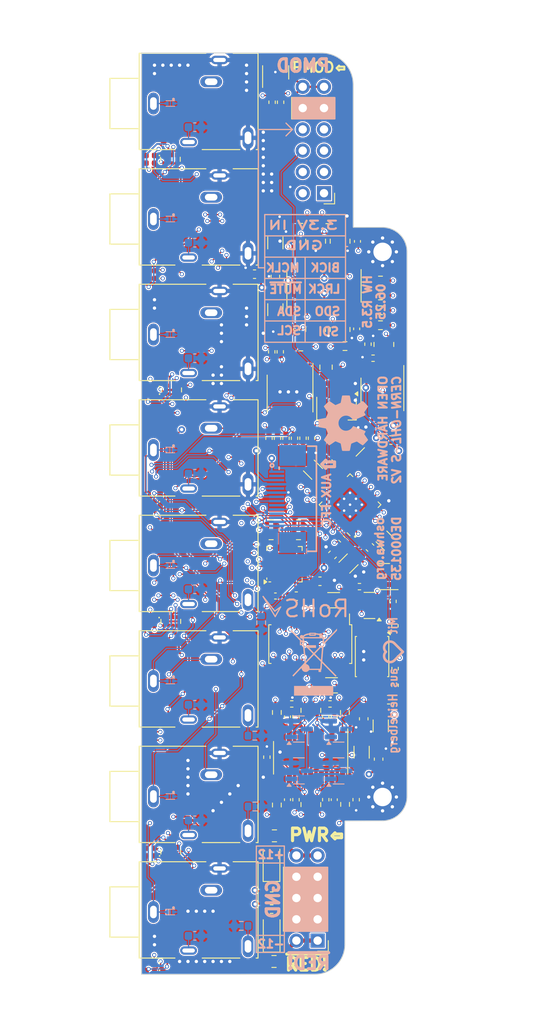
<source format=kicad_pcb>
(kicad_pcb (version 20241229) (generator "pcbnew") (generator_version "9.0")
  (layers (0 "F.Cu" signal) (4 "In1.Cu" signal) (6 "In2.Cu" signal) (8 "In3.Cu" signal) (10 "In4.Cu" signal) (2 "B.Cu" signal) (13 "F.Paste" user) (15 "B.Paste" user) (5 "F.SilkS" user "F.Silkscreen") (7 "B.SilkS" user "B.Silkscreen") (1 "F.Mask" user) (3 "B.Mask" user) (25 "Edge.Cuts" user))
  (net 0 "")
  (net 1 "Net-(U1-AVDRV)")
  (net 2 "GND")
  (net 3 "+3.3VA")
  (net 4 "VDD")
  (net 5 "Net-(U1-VCOM)")
  (net 6 "Net-(RN1B-R2.2)")
  (net 7 "+12V")
  (net 8 "-12V")
  (net 9 "Net-(RN1A-R1.1)")
  (net 10 "Net-(RN2B-R2.2)")
  (net 11 "Net-(C23-Pad2)")
  (net 12 "Net-(RN2A-R1.1)")
  (net 13 "/SDIN1")
  (net 14 "/SCL")
  (net 15 "/SDOUT1")
  (net 16 "/SDA")
  (net 17 "/LRCK")
  (net 18 "/PDN")
  (net 19 "/BICK")
  (net 20 "/MCLK")
  (net 21 "Net-(RN3B-R2.2)")
  (net 22 "Net-(C25-Pad2)")
  (net 23 "Net-(RN3A-R1.1)")
  (net 24 "Net-(RN4B-R2.2)")
  (net 25 "/-VCOM")
  (net 26 "/dual_mono_inputs1/IN1_3V")
  (net 27 "Net-(RN4A-R1.1)")
  (net 28 "Net-(U2A--)")
  (net 29 "/dual_mono_inputs1/IN2_3V")
  (net 30 "/OUT_MUTE1")
  (net 31 "/dual_mono_inputs2/IN1_3V")
  (net 32 "Net-(U2B--)")
  (net 33 "Net-(U2C--)")
  (net 34 "Net-(U2D--)")
  (net 35 "/dual_mono_inputs2/IN2_3V")
  (net 36 "/dual_mono_outputs1/OUT1")
  (net 37 "/dual_mono_outputs1/OUT2")
  (net 38 "Net-(D1-A)")
  (net 39 "Net-(D1-K)")
  (net 40 "/dual_mono_outputs2/OUT1")
  (net 41 "Net-(D2-A)")
  (net 42 "/dual_mono_outputs2/OUT2")
  (net 43 "Net-(D2-K)")
  (net 44 "Net-(D3-A)")
  (net 45 "Net-(C22-Pad2)")
  (net 46 "Net-(D3-K)")
  (net 47 "Net-(D4-A)")
  (net 48 "Net-(D4-K)")
  (net 49 "Net-(C24-Pad2)")
  (net 50 "Net-(D5-A)")
  (net 51 "Net-(D5-K)")
  (net 52 "Net-(D6-A)")
  (net 53 "Net-(D6-K)")
  (net 54 "Net-(D7-A)")
  (net 55 "Net-(D7-K)")
  (net 56 "Net-(D8-A)")
  (net 57 "Net-(D8-K)")
  (net 58 "Net-(D9-A)")
  (net 59 "Net-(D9-K)")
  (net 60 "Net-(D10-A)")
  (net 61 "Net-(D10-K)")
  (net 62 "Net-(D11-A)")
  (net 63 "Net-(D11-K)")
  (net 64 "Net-(D12-A)")
  (net 65 "Net-(D12-K)")
  (net 66 "Net-(D13-A)")
  (net 67 "Net-(D13-K)")
  (net 68 "Net-(D14-A)")
  (net 69 "Net-(D14-K)")
  (net 70 "Net-(D15-A)")
  (net 71 "Net-(D15-K)")
  (net 72 "Net-(D16-A)")
  (net 73 "Net-(D16-K)")
  (net 74 "Net-(D17-A)")
  (net 75 "Net-(D17-K)")
  (net 76 "Net-(D18-A)")
  (net 77 "Net-(D18-K)")
  (net 78 "/CAP_SENSE_IN1")
  (net 79 "/CAP_SENSE_IN2")
  (net 80 "/CAP_SENSE_IN3")
  (net 81 "/JACK_DETECT_IN1")
  (net 82 "/JACK_DETECT_IN2")
  (net 83 "/JACK_DETECT_IN3")
  (net 84 "/JACK_DETECT_IN4")
  (net 85 "/JACK_DETECT_OUT1")
  (net 86 "/JACK_DETECT_OUT2")
  (net 87 "/JACK_DETECT_OUT3")
  (net 88 "/JACK_DETECT_OUT4")
  (net 89 "/~{PDN}")
  (net 90 "/CAP_SENSE_IN4")
  (net 91 "/CAP_SENSE_OUT1")
  (net 92 "/CAP_SENSE_OUT2")
  (net 93 "/CAP_SENSE_OUT3")
  (net 94 "/CAP_SENSE_OUT4")
  (net 95 "Net-(RN1C-R3.2)")
  (net 96 "Net-(RN2C-R3.2)")
  (net 97 "Net-(RN3C-R3.2)")
  (net 98 "Net-(RN4C-R3.2)")
  (net 99 "Net-(Q2-D)")
  (net 100 "Net-(Q3-D)")
  (net 101 "Net-(Q4-D)")
  (net 102 "Net-(Q5-D)")
  (net 103 "Net-(RN7C-R3.2)")
  (net 104 "Net-(RN7C-R3.1)")
  (net 105 "Net-(RN7A-R1.1)")
  (net 106 "Net-(RN12A-R1.1)")
  (net 107 "Net-(RN12B-R2.1)")
  (net 108 "Net-(RN12C-R3.1)")
  (net 109 "Net-(RN12D-R4.1)")
  (net 110 "Net-(RN13A-R1.1)")
  (net 111 "Net-(RN13B-R2.1)")
  (net 112 "Net-(RN13C-R3.1)")
  (net 113 "Net-(RN13D-R4.1)")
  (net 120 "Net-(U7-CMOD)")
  (net 121 "Net-(U7-VCC)")
  (net 123 "/UNMUTE")
  (net 128 "Net-(R35-Pad1)")
  (net 132 "Net-(U1-SDOUT1)")
  (net 133 "Net-(J4-PadT)")
  (net 134 "Net-(J5-PadT)")
  (net 135 "Net-(J6-PadT)")
  (net 136 "Net-(J7-PadT)")
  (net 137 "Net-(J8-PadT)")
  (net 138 "Net-(J9-PadT)")
  (net 139 "Net-(J10-PadT)")
  (net 140 "Net-(J11-PadT)")
  (net 141 "Net-(J1-Pin_1)")
  (net 142 "Net-(J1-Pin_10)")
  (net 143 "Net-(R33-Pad2)")
  (net 144 "Net-(J8-PadTN)")
  (net 145 "Net-(J9-PadTN)")
  (net 146 "Net-(J10-PadTN)")
  (net 147 "Net-(J11-PadTN)")
  (footprint "LED_SMD:LED_0402_1005Metric" (layer "F.Cu") (at -18.739 39.8272 180)
    (property "Reference" "D7" (hide yes))
    (property "Value" "LED 0402 GREEN")
  )
  (footprint "Resistor_SMD:R_0603_1608Metric" (layer "F.Cu") (at 4.509 35.0012)
    (property "Reference" "R9" (hide yes))
    (property "Value" "100K")
  )
  (footprint "Package_SO:SOIC-8_3.9x4.9mm_P1.27mm" (layer "F.Cu") (at 8.9784 40.767 -90)
    (property "Reference" "U9" (hide yes))
    (property "Value" "TL072 OP AMP")
  )
  (footprint "Capacitor_SMD:C_0402_1005Metric" (layer "F.Cu") (at -1.27 33.02 90)
    (property "Reference" "C18" (hide yes))
    (property "Value" "220pF")
  )
  (footprint "Resistor_SMD:R_0402_1005Metric" (layer "F.Cu") (at 10.496 73.503 90)
    (property "Reference" "R36" (hide yes))
    (property "Value" "10K")
  )
  (footprint "Package_SO:SOIC-14_3.9x8.7mm_P1.27mm" (layer "F.Cu") (at 0.4064 84.1502 -90)
    (property "Reference" "U2" (hide yes))
    (property "Value" "TL074 OP AMP")
  )
  (footprint "LED_SMD:LED_0402_1005Metric" (layer "F.Cu") (at -18.739 109.5248 180)
    (property "Reference" "D18" (hide yes))
    (property "Value" "LED 0402 RED")
  )
  (footprint "Resistor_SMD:R_Array_Convex_4x0402" (layer "F.Cu") (at -16.3068 95.4024 90)
    (property "Reference" "RN11" (hide yes))
    (property "Value" "120R")
  )
  (footprint "Resistor_SMD:R_0603_1608Metric" (layer "F.Cu") (at 4.4958 78.74 90)
    (property "Reference" "R18" (hide yes))
    (property "Value" "1K")
  )
  (footprint "Resistor_SMD:R_0603_1608Metric" (layer "F.Cu") (at 8.75 27.178)
    (property "Reference" "R13" (hide yes))
    (property "Value" "1K")
  )
  (footprint "Capacitor_SMD:C_0603_1608Metric" (layer "F.Cu") (at 7.500831 59.040206 -45)
    (property "Reference" "C17" (hide yes))
    (property "Value" "100nF")
  )
  (footprint "Capacitor_SMD:C_1206_3216Metric" (layer "F.Cu") (at 6.496 83.484 -90)
    (property "Reference" "C4" (hide yes))
    (property "Value" "22.0uF")
  )
  (footprint "LED_SMD:LED_0402_1005Metric" (layer "F.Cu") (at -18.7898 67.4116 180)
    (property "Reference" "D11" (hide yes))
    (property "Value" "LED 0402 GREEN")
  )
  (footprint "LED_SMD:LED_0402_1005Metric" (layer "F.Cu") (at -18.739 26.0096 180)
    (property "Reference" "D5" (hide yes))
    (property "Value" "LED 0402 GREEN")
  )
  (footprint "Resistor_SMD:R_0402_1005Metric" (layer "F.Cu") (at -3.184 5.89 -90)
    (property "Reference" "R2" (hide yes))
    (property "Value" "4K7")
  )
  (footprint "AudioJacksFixed:pj324m" (layer "F.Cu") (at -12.982 88.772626 90)
    (property "Reference" "J10" (hide yes))
    (property "Value" "AUDIO JACK PJ-324M0")
  )
  (footprint "Diode_SMD:D_SOD-123F" (layer "F.Cu") (at -4.254 105.140756 90)
    (property "Reference" "D2" (hide yes))
    (property "Value" "Nexperia PMEG6010CEH,115")
  )
  (footprint "Resistor_SMD:R_0402_1005Metric" (layer "F.Cu") (at -4.2418 35.6876 90)
    (property "Reference" "R8" (hide yes))
    (property "Value" "4K7")
  )
  (footprint "Resistor_SMD:R_0603_1608Metric" (layer "F.Cu") (at 8.75 32.512)
    (property "Reference" "R10" (hide yes))
    (property "Value" "1K")
  )
  (footprint "AudioJacksFixed:pj324m" (layer "F.Cu") (at -12.982 19.829771 90)
    (property "Reference" "J5" (hide yes))
    (property "Value" "AUDIO JACK PJ-324M0")
  )
  (footprint "Capacitor_SMD:C_1206_3216Metric" (layer "F.Cu") (at 5.693429 46.99 45)
    (property "Reference" "C12" (hide yes))
    (property "Value" "2.2uF")
  )
  (footprint "Resistor_SMD:R_0402_1005Metric" (layer "F.Cu") (at 10.476 68.398 -90)
    (property "Reference" "R33" (hide yes))
    (property "Value" "470R")
  )
  (footprint "Resistor_SMD:R_0402_1005Metric" (layer "F.Cu") (at 10.246 65.477999 90)
    (property "Reference" "R4" (hide yes))
    (property "Value" "4K7")
  )
  (footprint "Capacitor_SMD:C_0402_1005Metric" (layer "F.Cu") (at 3.2258 89.154 -90)
    (property "Reference" "C25" (hide yes))
    (property "Value" "56p")
  )
  (footprint "Capacitor_SMD:C_0402_1005Metric" (layer "F.Cu") (at 5.906 32.9438 90)
    (property "Reference" "C19" (hide yes))
    (property "Value" "220pF")
  )
  (footprint "Resistor_SMD:R_Array_Convex_4x0402" (layer "F.Cu") (at 0.4318 89.7382 90)
    (property "Reference" "RN6" (hide yes))
    (property "Value" "100K")
  )
  (footprint "Resistor_SMD:R_Array_Convex_4x0402" (layer "F.Cu") (at 9.156 34.806 90)
    (property "Reference" "RN7" (hide yes))
    (property "Value" "100K")
  )
  (footprint "MountingHole:MountingHole_2.2mm_M2_Pad_Via" (layer "F.Cu") (at 9 88.833274)
    (property "Reference" "H2" (hide yes))
    (property "Value" "MountingHole_Pad")
  )
  (footprint "Resistor_SMD:R_0603_1608Metric" (layer "F.Cu") (at -3.6322 89.789 -90)
    (property "Reference" "R26" (hide yes))
    (property "Value" "1K")
  )
  (footprint "Package_DFN_QFN:QFN-32-1EP_5x5mm_P0.5mm_EP3.7x3.7mm_ThermalVias" (layer "F.Cu") (at 5.111181 53.936575 135)
    (property "Reference" "U1" (hide yes))
    (property "Value" "AK4619VN AUDIO CODEC")
  )
  (footprint "Capacitor_SMD:C_1206_3216Metric" (layer "F.Cu") (at -3.81 22.686 -90)
    (property "Reference" "C9" (hide yes))
    (property "Value" "22.0uF")
  )
  (footprint "Resistor_SMD:R_0402_1005Metric" (layer "F.Cu") (at -1.3462 79.248 -90)
    (property "Reference" "R24" (hide yes))
    (property "Value" "4K7")
  )
  (footprint "LED_SMD:LED_0402_1005Metric" (layer "F.Cu") (at -18.739 94.9452 180)
    (property "Reference" "D15" (hide yes))
    (property "Value" "LED 0402 GREEN")
  )
  (footprint "Resistor_SMD:R_Array_Convex_4x0402" (layer "F.Cu") (at -16.3576 12.7 90)
    (property "Reference" "RN8" (hide yes))
    (property "Value" "120R")
  )
  (footprint "LED_SMD:LED_0402_1005Metric" (layer "F.Cu") (at -18.7549 53.594 180)
    (property "Reference" "D9" (hide yes))
    (property "Value" "LED 0402 GREEN")
  )
  (footprint "Capacitor_SMD:C_1206_3216Metric" (layer "F.Cu") (at 8.782 80.342 -90)
    (property "Reference" "C5" (hide yes))
    (property "Value" "22.0uF")
  )
  (footprint "Capacitor_SMD:C_0402_1005Metric" (layer "F.Cu") (at -3.80511 64.837568 180)
    (property "Reference" "C30" (hide yes))
    (property "Value" "2.2nF")
  )
  (footprint "Capacitor_SMD:C_0603_1608Metric" (layer "F.Cu") (at 9.996 46.218)
    (property "Reference" "C1" (hide yes))
    (property "Value" "100nF")
  )
  (footprint "MountingHole:MountingHole_2.2mm_M2_Pad_Via" (layer "F.Cu") (at 9 23.75)
    (property "Reference" "H1" (hide yes))
    (property "Value" "MountingHole_Pad")
  )
  (footprint "Resistor_SMD:R_Array_Convex_4x0402" (layer "F.Cu") (at -16.3068 67.8688 90)
    (property "Reference" "RN10" (hide yes))
    (property "Value" "120R")
  )
  (footprint "Resistor_SMD:R_0402_1005Metric" (layer "F.Cu") (at 4.145507 58.015353 -45)
    (property "Reference" "R34" (hide yes))
    (property "Value" "33R")
  )
  (footprint "Connector_PinHeader_2.54mm:PinHeader_2x05_P2.54mm_Horizontal" (layer "F.Cu") (at 1.240471 105.975 180)
    (property "Reference" "J1" (hide yes))
    (property "Value" "CONN 2x5 P=2.54mm")
  )
  (footprint "Resistor_SMD:R_Array_Convex_4x0402" (layer "F.Cu") (at 3.9248 22.479 90)
    (property "Reference" "RN3" (hide yes))
    (property "Value" "14.3K")
  )
  (footprint "Resistor_SMD:R_0603_1608Metric" (layer "F.Cu") (at -0.7742 19.8374 180)
    (property "Reference" "R15" (hide yes))
    (property "Value" "100K")
  )
  (footprint "Resistor_SMD:R_0603_1608Metric" (layer "F.Cu") (at -0.7742 35.052 180)
    (property "Reference" "R6" (hide yes))
    (property "Value" "100K")
  )
  (footprint "Capacitor_SMD:C_0805_2012Metric" (layer "F.Cu") (at 2.246 37.518001 90)
    (property "Reference" "C33" (hide yes))
    (property "Value" "1uF")
  )
  (footprint "Resistor_SMD:R_0603_1608Metric" (layer "F.Cu") (at 4.5212 89.7128 -90)
    (property "Reference" "R30" (hide yes))
    (property "Value" "1K")
  )
  (footprint "Resistor_SMD:R_0402_1005Metric" (layer "F.Cu") (at -1.8542 77.724)
    (property "Reference" "R23" (hide yes))
    (property "Value" "56K")
  )
  (footprint "Resistor_SMD:R_Array_Convex_4x0402" (layer "F.Cu") (at 1.0038 33.02 90)
    (property "Reference" "RN1" (hide yes))
    (property "Value" "14.3K")
  )
  (footprint "Resistor_SMD:R_0402_1005Metric" (layer "F.Cu") (at -0.508 46 -90)
    (property "Reference" "R25" (hide yes))
    (property "Value" "4K7")
  )
  (footprint "Package_SO:TSSOP-16_4.4x5mm_P0.65mm" (layer "F.Cu") (at -2.0574 40.666 -90)
    (property "Reference" "U4" (hide yes))
    (property "Value" "PCA9557PW IO EXPANDER")
  )
  (footprint "Capacitor_SMD:C_1206_3216Metric" (layer "F.Cu") (at 3.1546 65.34 180)
    (property "Reference" "C3" (hide yes))
    (property "Value" "22.0uF")
  )
  (footprint "Diode_SMD:D_SOD-123F" (layer "F.Cu") (at -4.269785 96.718 90)
    (property "Reference" "D1" (hide yes))
    (property "Value" "Nexperia PMEG6010CEH,115")
  )
  (footprint "LED_SMD:LED_0402_1005Metric" (layer "F.Cu") (at -18.739 26.924 180)
    (property "Reference" "D6" (hide yes))
    (property "Value" "LED 0402 RED")
  )
  (footprint "Resistor_SMD:R_0402_1005Metric" (layer "F.Cu") (at -4.572 46 -90)
    (property "Reference" "R11" (hide yes))
    (property "Value" "4K7")
  )
  (footprint "Capacitor_SMD:C_0603_1608Metric" (layer "F.Cu") (at -6.2992 26.416 180)
    (property "Reference" "C8" (hide yes))
    (property "Value" "100nF")
  )
  (footprint "Capacitor_SMD:C_1206_3216Metric" (layer "F.Cu") (at 2.9 75.5 180)
    (property "Reference" "C28" (hide yes))
    (property "Value" "22.0uF")
  )
  (footprint "Capacitor_SMD:C_1206_3216Metric" (layer "F.Cu") (at 4.931429 60.96 -135)
    (property "Reference" "C16" (hide yes))
    (property "Value" "22.0uF")
  )
  (footprint "Capacitor_SMD:C_0603_1608Metric" (layer "F.Cu") (at 2.679574 49.030745 135)
    (property "Reference" "C14" (hide yes))
    (property "Value" "100nF")
  )
  (footprint "AudioJacksFixed:pj324m" (layer "F.Cu") (at -12.982 74.984055 90)
    (property "Reference" "J9" (hide yes))
    (property "Value" "AUDIO JACK PJ-324M0")
  )
  (footprint "Package_TO_SOT_SMD:SOT-89-3" (layer "F.Cu") (at 3.496 42.468 -90)
    (property "Reference" "U8" (hide yes))
    (property "Value" "AZ1117-3.3")
  )
  (footprint "Capacitor_SMD:C_1206_3216Metric" (layer "F.Cu") (at 0.687582 49.760353 135)
    (property "Reference" "C10" (hide yes))
    (property "Value" "22.0uF")
  )
  (footprint "Resistor_SMD:R_0402_1005Metric" (layer "F.Cu") (at -1.3462 89.154 90)
    (property "Reference" "R27" (hide yes))
    (property "Value" "56K")
  )
  (footprint "Capacitor_SMD:C_0402_1005Metric" (layer "F.Cu") (at -2.3622 79.248 90)
    (property "Reference" "C23" (hide yes))
    (property "Value" "56p")
  )
  (footprint "Capacitor_SMD:C_0603_1608Metric" (layer "F.Cu") (at 8.528 84.313 -90)
    (property "Reference" "C13" (hide yes))
    (property "Value" "100nF")
  )
  (footprint "Resistor_SMD:R_Array_Convex_4x0402" (layer "F.Cu") (at 3.9248 33.02 90)
    (property "Reference" "RN2" (hide yes))
    (property "Value" "14.3K")
  )
  (footprint "Inductor_SMD:L_0603_1608Metric" (layer "F.Cu") (at -4.254 102.218)
    (property "Reference" "L2" (hide yes))
    (property "Value" "FERRITE")
  )
  (footprint "Capacitor_SMD:C_0402_1005Metric" (layer "F.Cu") (at 3.2258 79.248 90)
    (property "Reference" "C22" (hide yes))
    (property "Value" "56p")
  )
  (footprint "Resistor_SMD:R_0402_1005Metric" (layer "F.Cu") (at 2.2098 89.152 90)
    (property "Reference" "R31" (hide yes))
    (property "Value" "56K")
  )
  (footprint "LED_SMD:LED_0402_1005Metric" (layer "F.Cu") (at -18.7898 68.326 180)
    (property "Reference" "D12" (hide yes))
    (property "Value" "LED 0402 RED")
  )
  (footprint "Capacitor_SMD:C_1206_3216Metric" (layer "F.Cu") (at -3.81 30.654 -90)
    (property "Reference" "C11" (hide yes))
    (property "Value" "22.0uF")
  )
  (footprint "Fuse:Fuse_0805_2012Metric" (layer "F.Cu") (at -3.922247 93.468 180)
    (property "Reference" "F3" (hide yes))
    (property "Value" "15V 200mA")
  )
  (footprint "Resistor_SMD:R_0402_1005Metric" (layer "F.Cu") (at 2.2098 79.248 -90)
    (property "Reference" "R20" (hide yes))
    (property "Value" "4K7")
  )
  (footprint "Resistor_SMD:R_0603_1608Metric" (layer "F.Cu") (at -3.6322 78.74 90)
    (property "Reference" "R22" (hide yes))
    (property "Value" "1K")
  )
  (footprint "LED_SMD:LED_0402_1005Metric" (layer "F.Cu") (at -18.7549 13.1572 180)
    (property "Reference" "D4" (hide yes))
    (property "Value" "LED 0402 RED")
  )
  (footprint "Resistor_SMD:R_0402_1005Metric" (layer "F.Cu") (at 7.8646 36.449)
    (property "Reference" "R42" (hide yes))
    (property "Value" "X.X")
  )
  (footprint "Resistor_SMD:R_0603_1608Metric" (layer "F.Cu") (at 8.75 28.956)
    (property "Reference" "R16" (hide yes))
    (property "Value" "1K")
  )
  (footprint "Resistor_SMD:R_0402_1005Metric" (layer "F.Cu") (at 0.508 46 -90)
    (property "Reference" "R29" (hide yes))
    (property "Value" "4K7")
  )
  (footprint "LED_SMD:LED_0402_1005Metric" (layer "F.Cu") (at -18.739 95.8596 180)
    (property "Reference" "D16" (hide yes))
    (property "Value" "LED 0402 RED")
  )
  (footprint "Capacitor_SMD:C_0603_1608Metric" (layer "F.Cu") (at 1.518313 63.076925)
    (property "Reference" "C29" (hide yes))
    (property "Value" "100nF")
  )
  (footprint "Inductor_SMD:L_0603_1608Metric" (layer "F.Cu") (at -4.254 99.652958)
    (property "Reference" "L1" (hide yes))
    (property "Value" "FERRITE")
  )
  (footprint "LED_SMD:LED_0402_1005Metric" (layer "F.Cu") (at -18.739 108.6104 180)
    (property "Reference" "D17" (hide yes))
    (property "Value" "LED 0402 GREEN")
  )
  (footprint "Fuse:Fuse_0805_2012Metric" (layer "F.Cu") (at -3.972921 108.468 180)
    (property "Reference" "F2" (hide yes))
    (property "Value" "15V 200mA")
  )
  (footprint "Capacitor_SMD:C_0603_1608Metric" (layer "F.Cu") (at 9.721 77.218 180)
    (property "Reference" "C32" (hide yes))
    (property "Value" "100nF")
  )
  (footprint "Resistor_SMD:R_0402_1005Metric" (layer "F.Cu") (at 10.496 75.493 -90)
    (property "Reference" "R35" (hide yes))
    (property "Value" "100K")
  )
  (footprint "Resistor_SMD:R_0402_1005Metric" (layer "F.Cu") (at 6.236001 63.718 180)
    (property "Reference" "R3" (hide yes))
    (property "Value" "4K7")
  )
  (footprint "Package_TO_SOT_SMD:SOT-23" (layer "F.Cu") (at 9.183501 62.518 180)
    (property "Reference" "Q1" (hide yes))
    (property "Value" "2N7002E")
  )
  (footprint "Resistor_SMD:R_0603_1608Metric" (layer "F.Cu") (at 2.4638 19.8628)
    (property "Reference" "R12" (hide yes))
    (property "Value" "100K")
  )
  (footprint "Resistor_SMD:R_0603_1608Metric" (layer "F.Cu") (at 8.75 30.734)
    (property "Reference" "R7" (hide yes))
    (property "Value" "1K")
  )
  (footprint "Resistor_SMD:R_0402_1005Metric" (layer "F.Cu") (at -3.2258 35.6876 90)
    (property "Reference" "R5" (hide yes))
    (property "Value" "4K7")
  )
  (footprint "Capacitor_SMD:C_0603_1608Metric" (layer "F.Cu") (at -1.310836 64.86047)
    (property "Reference" "C31" (hide yes))
    (property "Value" "100nF")
  )
  (footprint "AudioJacksFixed:pj324m" (layer "F.Cu") (at -12.982 102.5612 90)
    (property "Reference" "J11" (hide yes))
    (property "Value" "AUDIO JACK PJ-324M0")
  )
  (footprint "Resistor_SMD:R_Array_Convex_4x0402" (layer "F.Cu") (at -4.318 56.9335 180)
    (property "Reference" "RN12" (hide yes))
    (property "Value" "560R")
  )
  (footprint "Resistor_SMD:R_Array_Convex_4x0402" (layer "F.Cu") (at -16.2052 40.2336 90)
    (property "Reference" "RN9" (hide yes))
    (property "Value" "120R")
  )
  (footprint "Resistor_SMD:R_0402_1005Metric" (layer "F.Cu") (at 2.7178 77.724 180)
    (property "Reference" "R19" (hide yes))
    (property "Value" "56K")
  )
  (footprint "Resistor_SMD:R_0402_1005Metric" (layer "F.Cu") (at -4.826 84.076 -90)
    (property "Reference" "R28" (hide yes))
    (property "Value" "4K7")
  )
  (footprint "LED_SMD:LED_0402_1005Metric" (layer "F.Cu") (at -18.739 82.0928 180)
    (property "Reference" "D14" (hide yes))
    (property "Value" "LED 0402 RED")
  )
  (footprint "LED_SMD:LED_0402_1005Metric" (layer "F.Cu") (at -18.739 40.7416 180)
    (property "Reference" "D8" (hide yes))
    (property "Value" "LED 0402 RED")
  )
  (footprint "Resistor_SMD:R_Array_Convex_4x0402" (layer "F.Cu") (at 1.0038 22.479 90)
    (property "Reference" "RN4" (hide yes))
    (property "Value" "14.3K")
  )
  (footprint "Capacitor_SMD:C_0402_1005Metric" (layer "F.Cu") (at 6 22.5 90)
    (property "Reference" "C20" (hide yes))
    (property "Value" "220pF")
  )
  (footprint "Capacitor_SMD:C_0402_1005Metric" (layer "F.Cu") (at -2.3622 89.154 -90)
    (property "Reference" "C24" (hide yes))
    (property "Value" "56p")
  )
  (footprint "Resistor_SMD:R_0402_1005Metric" (layer "F.Cu") (at -4.2 5.89 -90)
    (property "Reference" "R1" (hide yes))
    (property "Value" "4K7")
  )
  (footprint "Resistor_SMD:R_0402_1005Metric" (layer "F.Cu") (at -3.556 46 -90)
    (property "Reference" "R14" (hide yes))
    (property "Value" "4K7")
  )
  (footprint "Resistor_SMD:R_0402_1005Metric" (layer "F.Cu") (at -2.54 46 -90)
    (property "Reference" "R17" (hide yes))
    (property "Value" "4K7")
  )
  (footprint "Package_SO:SOIC-14_3.9x8.7mm_P1.27mm" (layer "F.Cu") (at 2 27.813 90)
    (property "Reference" "U3" (hide yes))
    (property "Value" "TL074 OP AMP")
  )
  (footprint "Package_TO_SOT_SMD:SOT-23" (layer "F.Cu") (at 7.4335 65.968 180)
    (property "Reference" "U6" (hide yes))
    (property "Value" "TCM809S (2.93V)")
  )
  (footprint "AudioJacksFixed:pj324m" (layer "F.Cu") (at -12.982 47.406913 90)
    (property "Reference" "J7" (hide yes))
    (property "Value" "AUDIO JACK PJ-324M0")
  )
  (footprint "Resistor_SMD:R_Array_Convex_4x0402" (layer "F.Cu") (at 0.4318 78.486 -90)
    (property "Reference" "RN5" (hide yes))
    (property "Value" "100K")
  )
  (footprint "Capacitor_SMD:C_0603_1608Metric" (layer "F.Cu") (at 3.014099 59.926291 45)
    (property "Reference" "C2" (hide yes))
    (property "Value" "100nF" (hide yes))
  )
  (footprint "Resistor_SMD:R_Array_Convex_4x0402" (layer "F.Cu") (at -1.048 56.9335 180)
    (property "Reference" "RN13" (hide yes))
    (property "Value" "560R")
  )
  (footprint "Resistor_SMD:R_0402_1005Metric" (layer "F.Cu") (at -1.524 46 -90)
    (property "Reference" "R21" (hide yes))
    (property "Value" "4K7")
  )
  (footprint "Resistor_SMD:R_0402_1005Metric" (layer "F.Cu") (at 5.842 89.152 90)
    (property "Reference" "R32" (hide yes))
    (property "Value" "4K7")
  )
  (footprint "Package_SO:TSSOP-28_4.4x9.7mm_P0.65mm" (layer "F.Cu") (at 0.364 70.578 -90)
    (property "Reference" "U10" (hide yes))
    (property "Value" "PCA9635 LED DRIVER")
  )
  (footprint "Capacitor_SMD:C_0603_1608Metric" (layer "F.Cu") (at 6.75 79.5 -90)
    (property "Reference" "C15" (hide yes))
    (property "Value" "100nF")
  )
  (footprint "Capacitor_SMD:C_0402_1005Metric" (layer "F.Cu") (at -1.27 22.578 90)
    (property "Reference" "C21" (hide yes))
    (property "Value" "220pF")
  )
  (footprint "Package_DFN_QFN:QFN-24-1EP_4x4mm_P0.5mm_EP2.6x2.6mm" (layer "F.Cu") (at -2.722883 61.042479 90)
    (property "Reference" "U7" (hide yes))
    (property "Value" "CY8CMBR3116")
  )
  (footprint "LED_SMD:LED_0402_1005Metric" (layer "F.Cu") (at -18.7549 12.2428 180)
    (property "Reference" "D3" (hide yes))
    (property "Value" "LED 0402 GREEN")
  )
  (footprint "AudioJacksFixed:pj324m" (layer "F.Cu") (at -12.982 6.0412 90)
    (property "Reference" "J4" (hide yes))
    (property "Value" "AUDIO JACK PJ-324M0")
  )
  (footprint "AudioJacksFixed:pj324m" (layer "F.Cu") (at -12.982 33.618342 90)
    (property "Reference" "J6" (hide yes))
    (property "Value" "AUDIO JACK PJ-324M0")
  )
  (footprint "AudioJacksFixed:pj324m" (layer "F.Cu") (at -12.982 61.195484 90)
    (property "Reference" "J8" (hide yes))
    (property "Value" "AUDIO JACK PJ-324M0")
  )
  (footprint "LED_SMD:LED_0402_1005Metric" (layer "F.Cu") (at -18.739 81.1784 180)
    (property "Reference" "D13" (hide yes))
    (property "Value" "LED 0402 GREEN")
  )
  (footprint "Package_SO:SO-4_4.4x3.6mm_P2.54mm" (layer "F.Cu") (at 7.746 72.068 -90)
    (property "Reference" "U11" (hide yes))
    (property "Value" "LTV-357T")
  )
  (footprint "Package_TO_SOT_SMD:SOT-23-6" (layer "F.Cu") (at -3.775 2.325 90)
    (property "Reference" "U5" (hide yes))
    (property "Value" "24AA025UIDT EEPROM")
  )
  (footprint "Capacitor_SMD:C_1206_3216Metric" (layer "F.Cu") (at 9.36787 58.229453 -45)
    (property "Reference" "C7" (hide yes))
    (property "Value" "2.2uF")
  )
  (footprint "Connector_PinHeader_2.54mm:PinHeader_2x06_P2.54mm_Horizontal" (layer "F.Cu") (at 2 16.75 180)
    (property "Reference" "J2" (hide yes))
    (property "Value" "CONN 2x6 P=2.54mm")
  )
  (footprint "Resistor_SMD:R_0402_1005Metric" (layer "F.Cu") (at 7.255 34.7726 90)
    (property "Reference" "R43" (hide yes))
    (property "Value" "402K")
  )
  (footprint "LED_SMD:LED_0402_1005Metric" (layer "F.Cu") (at -18.739 54.5084 180)
    (property "Reference" "D10" (hide yes))
    (property "Value" "LED 0402 RED")
  )
  (footprint "Capacitor_SMD:C_0603_1608Metric" (layer "F.Cu") (at -3.81 26.67 90)
    (property "Reference" "C6" (hide yes))
    (property "Value" "100nF")
  )
  (footprint "Capacitor_SMD:C_0603_1608Metric" (layer "B.Cu") (at -13.426538 22.659374)
    (property "Reference" "RV3" (hide yes))
    (property "Value" "Ceradiode 65V")
  )
  (footprint "Capacitor_SMD:C_0603_1608Metric" (layer "B.Cu") (at -13.426538 50.242122)
    (property "Reference" "RV4" (hide yes))
    (property "Value" "Ceradiode 65V")
  )
  (footprint "LLP1006-2M:VISHAY-LLP1006-2M" (layer "B.Cu") (at -16.354 74.987186 180)
    (property "Reference" "D33" (hide yes))
    (property "Value" "VBUS05L1")
  )
  (footprint "LLP1006-2M:VISHAY-LLP1006-2M" (layer "B.Cu") (at -16.354 6.042314 180)
    (property "Reference" "D27" (hide yes))
    (property "Value" "VBUS05L1")
  )
  (footprint "LLP1006-2M:VISHAY-LLP1006-2M" (layer "B.Cu") (at -16.354 102.565135 180)
    (property "Reference" "D34" (hide yes))
    (property "Value" "VBUS05L1")
  )
  (footprint "Resistor_SMD:R_0603_1608Metric" (layer "B.Cu") (at -5.504 68.043 90)
    (property "Reference" "R37" (hide yes))
    (property "Value" "100K")
  )
  (footprint "Capacitor_SMD:C_0603_1608Metric" (layer "B.Cu") (at -13.426538 105.407619)
    (property "Reference" "RV8" (hide yes))
    (property "Value" "Ceradiode 65V")
  )
  (footprint "Symbol:OSHW-Symbol_6.7x6mm_SilkScreen" (layer "B.Cu") (at 4.318 44.196 -90)
    (property "Reference" "REF**" (hide yes))
    (property "Value" "OSHW-Symbol_6.7x6mm_SilkScreen" (hide yes))
  )
  (footprint "Resistor_SMD:R_0603_1608Metric" (layer "B.Cu") (at -7.887623 104.219372)
    (property "Reference" "R40" (hide yes))
    (property "Value" "100K")
  )
  (footprint "LLP1006-2M:VISHAY-LLP1006-2M" (layer "B.Cu") (at -16.354 47.409237 180)
    (property "Reference" "D30" (hide yes))
    (property "Value" "VBUS05L1")
  )
  (footprint "LLP1006-2M:VISHAY-LLP1006-2M" (layer "B.Cu") (at -16.354 19.831288 180)
    (property "Reference" "D29" (hide yes))
    (property "Value" "VBUS05L1")
  )
  (footprint "LLP1006-2M:VISHAY-LLP1006-2M" (layer "B.Cu") (at -16.354 33.620263 180)
    (property "Reference" "D28" (hide yes))
    (property "Value" "VBUS05L1")
  )
  (footprint "Package_TO_SOT_SMD:SOT-23" (layer "B.Cu") (at -1.004 80.718)
    (property "Reference" "Q4" (hide yes))
    (property "Value" "MMBFJ111")
  )
  (footprint "Resistor_SMD:R_0603_1608Metric" (layer "B.Cu") (at -6.252375 89.968 180)
    (property "Reference" "R38" (hide yes))
    (property "Value" "100K")
  )
  (footprint "ffc-ctxj:FFC_0.5-14P_CTXJ-H2.0_1" (layer "B.Cu") (at -1.804 53.25 -90)
    (property "Reference" "J3" (hide yes))
    (property "Value" "Conn_01x14_Socket")
  )
  (footprint "Capacitor_SMD:C_0603_1608Metric" (layer "B.Cu") (at -13.426538 36.450748)
    (property "Reference" "RV2" (hide yes))
    (property "Value" "Ceradiode 65V")
  )
  (footprint "Symbol:WEEE-Logo_5.6x8mm_SilkScreen" (layer "B.Cu") (at 0.746 72.718 180)
    (property "Reference" "REF**" (hide yes))
    (property "Value" "WEEE-Logo_5.6x8mm_SilkScreen" (hide yes))
  )
  (footprint "Capacitor_SMD:C_0603_1608Metric" (layer "B.Cu") (at -13.426538 64.033497)
    (property "Reference" "RV5" (hide yes))
    (property "Value" "Ceradiode 65V")
  )
  (footprint "Package_TO_SOT_SMD:SOT-23" (layer "B.Cu") (at -1.004 85.718)
    (property "Reference" "Q3" (hide yes))
    (property "Value" "MMBFJ111")
  )
  (footprint "Capacitor_SMD:C_0603_1608Metric" (layer "B.Cu") (at -13.426538 91.616245)
    (property "Reference" "RV6" (hide yes))
    (property "Value" "Ceradiode 65V")
  )
  (footprint "LLP1006-2M:VISHAY-LLP1006-2M" (layer "B.Cu") (at -16.354 61.198212 180)
    (property "Reference" "D31" (hide yes))
    (property "Value" "VBUS05L1")
  )
  (footprint "Capacitor_SMD:C_0603_1608Metric" (layer "B.Cu") (at -13.426538 8.868)
    (property "Reference" "RV1" (hide yes))
    (property "Value" "Ceradiode 65V")
  )
  (footprint "Package_TO_SOT_SMD:SOT-23" (layer "B.Cu") (at 3.746 80.718)
    (property "Reference" "Q2" (hide yes))
    (property "Value" "MMBFJ111")
  )
  (footprint "Package_TO_SOT_SMD:SOT-23" (layer "B.Cu") (at 3.746 85.718)
    (property "Reference" "Q5" (hide yes))
    (property "Value" "MMBFJ111")
  )
  (footprint "LLP1006-2M:VISHAY-LLP1006-2M" (layer "B.Cu") (at -16.354 88.776161 180)
    (property "Reference" "D32" (hide yes))
    (property "Value" "VBUS05L1")
  )
  (footprint "Resistor_SMD:R_0603_1608Metric" (layer "B.Cu") (at -6.257342 81.511818 180)
    (property "Reference" "R39" (hide yes))
    (property "Value" "100K")
  )
  (footprint "Capacitor_SMD:C_0603_1608Metric" (layer "B.Cu") (at -13.426538 77.824871)
    (property "Reference" "RV7" (hide yes))
    (property "Value" "Ceradiode 65V")
  )
  (gr_line (start -2.854 0.268) (end -2.854 0.768) (stroke (width 0.152)) (layer "F.Cu") (net 4))
  (gr_rect (start -1.852577 5.334) (end 3.227423 7.874) (stroke (width 0.15)) (fill yes) (layer "F.SilkS"))
  (gr_rect (start -2.8265 97.2248) (end 2.3185 104.8398) (stroke (width 0.15)) (fill yes) (layer "F.SilkS"))
  (gr_line (start -2.740801 107.385) (end -6.082051 107.385) (stroke (width 0.15)) (layer "B.SilkS"))
  (gr_rect (start -1.778 5.334) (end 3.302 7.874) (stroke (width 0.15)) (fill yes) (layer "B.SilkS"))
  (gr_line (start -1.778 9.144) (end -2.54 8.382) (stroke (width 0.15)) (layer "B.SilkS"))
  (gr_line (start 4.572 26.924) (end -5.08 26.924) (stroke (width 0.15)) (layer "B.SilkS"))
  (gr_line (start -5.08 25.654) (end -5.842 25.654) (stroke (width 0.15)) (layer "B.SilkS"))
  (gr_line (start -6.082051 107.385) (end -6.082051 94.685) (stroke (width 0.15)) (layer "B.SilkS"))
  (gr_line (start -5.08 24.384) (end 4.572 24.384) (stroke (width 0.15)) (layer "B.SilkS"))
  (gr_line (start -5.842 9.144) (end -1.778 9.144) (stroke (width 0.15)) (layer "B.SilkS"))
  (gr_line (start 4.572 21.844) (end 4.572 19.304) (stroke (width 0.15)) (layer "B.SilkS"))
  (gr_line (start -0.254 24.384) (end -0.254 34.544) (stroke (width 0.15)) (layer "B.SilkS"))
  (gr_line (start 4.572 21.844) (end -5.08 21.844) (stroke (width 0.15)) (layer "B.SilkS"))
  (gr_line (start 4.572 23.114) (end 4.826 23.114) (stroke (width 0.15)) (layer "B.SilkS"))
  (gr_line (start 4.572 32.004) (end -5.08 32.004) (stroke (width 0.15)) (layer "B.SilkS"))
  (gr_line (start -2.740801 105.353) (end -6.082051 105.353) (stroke (width 0.15)) (layer "B.SilkS"))
  (gr_line (start 4.572 19.304) (end -5.08 19.304) (stroke (width 0.15)) (layer "B.SilkS"))
  (gr_line (start 11.425736 71.50276) (end 10.409736 72.51876) (stroke (width 0.3)) (layer "B.SilkS"))
  (gr_line (start -2.740801 96.717) (end -6.082051 96.717) (stroke (width 0.15)) (layer "B.SilkS"))
  (gr_line (start -5.279 64.893) (end -3.879 66.643) (stroke (width 0.15)) (layer "B.SilkS"))
  (gr_line (start 4.572 29.464) (end -5.08 29.464) (stroke (width 0.15)) (layer "B.SilkS"))
  (gr_arc (start 10.409736 72.51876) (mid 9.393736 72.51876) (end 9.393736 71.50276) (stroke (width 0.3)) (layer "B.SilkS"))
  (gr_line (start -3.879 66.643) (end -3.179 66.143) (stroke (width 0.15)) (layer "B.SilkS"))
  (gr_line (start -6.082051 94.685) (end -2.740801 94.685) (stroke (width 0.15)) (layer "B.SilkS"))
  (gr_line (start 4.572 34.544) (end -5.08 34.544) (stroke (width 0.15)) (layer "B.SilkS"))
  (gr_line (start -3.829 67.293) (end -5.279 64.893) (stroke (width 0.15)) (layer "B.SilkS"))
  (gr_line (start -1.778 9.144) (end -2.54 9.906) (stroke (width 0.15)) (layer "B.SilkS"))
  (gr_line (start -5.08 19.304) (end -5.08 21.844) (stroke (width 0.15)) (layer "B.SilkS"))
  (gr_line (start -2.740801 94.685) (end -2.740801 107.385) (stroke (width 0.15)) (layer "B.SilkS"))
  (gr_line (start 10.409736 70.48676) (end 11.425736 71.50276) (stroke (width 0.3)) (layer "B.SilkS"))
  (gr_line (start -5.08 34.544) (end -5.08 24.384) (stroke (width 0.15)) (layer "B.SilkS"))
  (gr_line (start -5.842 25.654) (end -5.842 9.144) (stroke (width 0.15)) (layer "B.SilkS"))
  (gr_arc (start 9.393736 71.50276) (mid 9.393736 70.48676) (end 10.409736 70.48676) (stroke (width 0.3)) (layer "B.SilkS"))
  (gr_line (start 4.572 24.384) (end 4.572 21.844) (stroke (width 0.15)) (layer "B.SilkS"))
  (gr_line (start -3.179 66.143) (end -3.829 67.293) (stroke (width 0.15)) (layer "B.SilkS"))
  (gr_rect (start -2.6741 97.225) (end 2.4384 104.8654) (stroke (width 0.15)) (fill yes) (layer "B.SilkS"))
  (gr_line (start -5.08 21.844) (end -5.08 24.384) (stroke (width 0.15)) (layer "B.SilkS"))
  (gr_line (start 4.572 24.384) (end 4.572 34.544) (stroke (width 0.15)) (layer "B.SilkS"))
  (gr_line (start 9 20.824236) (end 5.5 20.828) (stroke (width 0.1)) (layer "Edge.Cuts"))
  (gr_arc (start 9 20.824236) (mid 11.068828 21.681172) (end 11.925764 23.75) (stroke (width 0.1)) (layer "Edge.Cuts"))
  (gr_line (start 4.5 91.694) (end 4.5 106.426) (stroke (width 0.1)) (layer "Edge.Cuts"))
  (gr_arc (start 4.5 106.426) (mid 3.454371 108.950371) (end 0.93 109.996) (stroke (width 0.1)) (layer "Edge.Cuts"))
  (gr_line (start 5.5 3.81) (end 5.5 20.828) (stroke (width 0.1)) (layer "Edge.Cuts"))
  (gr_line (start -19.8 0) (end -19.8 110) (stroke (width 0.1)) (layer "Edge.Cuts"))
  (gr_arc (start 11.925763 88.749999) (mid 11.068827 90.818827) (end 8.999999 91.675763) (stroke (width 0.1)) (layer "Edge.Cuts"))
  (gr_line (start 11.925764 23.75) (end 11.925763 88.749999) (stroke (width 0.1)) (layer "Edge.Cuts"))
  (gr_line (start 0.93 109.996) (end -19.8 110) (stroke (width 0.1)) (layer "Edge.Cuts"))
  (gr_line (start 4.5 91.694) (end 8.999999 91.675763) (stroke (width 0.1)) (layer "Edge.Cuts"))
  (gr_line (start 1.69 0) (end -19.8 0) (stroke (width 0.1)) (layer "Edge.Cuts"))
  (gr_arc (start 1.69 0) (mid 4.384077 1.115923) (end 5.5 3.81) (stroke (width 0.1)) (layer "Edge.Cuts"))
  (gr_text "~{RED!}" (at -0.059349 108.819028 0) (layer "F.SilkS") (effects (font (size 1.5 1.5) (thickness 0.375))))
  (gr_text "PWR⇦" (at 1.170691 93.368 0) (layer "F.SilkS") (effects (font (size 1.5 1.5) (thickness 0.375))))
  (gr_text "PMOD⇦" (at 1.456 1.728 0) (layer "F.SilkS") (effects (font (size 1.2 1.2) (thickness 0.25))))
  (gr_text "oshwa.org" (at 8.636 59.182 90) (layer "B.SilkS") (effects (font (size 1 1) (thickness 0.25)) (justify mirror)))
  (gr_text "~{MUTE}" (at -2.579102 28.225201 0) (layer "B.SilkS") (effects (font (size 1 1) (thickness 0.25)) (justify mirror)))
  (gr_text "BICK" (at 2.159 25.654 0) (layer "B.SilkS") (effects (font (size 1 1) (thickness 0.25)) (justify mirror)))
  (gr_text "DE000135" (at 10.668 59.182 90) (layer "B.SilkS") (effects (font (size 1 1) (thickness 0.25)) (justify mirror)))
  (gr_text "RoHS" (at 1.121 66.343 0) (layer "B.SilkS") (effects (font (size 2 2) (thickness 0.25)) (justify mirror)))
  (gr_text "Mit      aus Heidelberg" (at 10.252621 75.498899 90) (layer "B.SilkS") (effects (font (size 1 0.9) (thickness 0.2)) (justify mirror)))
  (gr_text "-12" (at -4.332051 106.369 0) (layer "B.SilkS") (effects (font (size 1 1) (thickness 0.25)) (justify mirror)))
  (gr_text "OPEN HARDWARE" (at 9.0424 44.8564 90) (layer "B.SilkS") (effects (font (size 1 1) (thickness 0.25)) (justify mirror)))
  (gr_text "SDA" (at -2.159 30.861 0) (layer "B.SilkS") (effects (font (size 1 1) (thickness 0.25)) (justify mirror)))
  (gr_text "HW R3.5\n06.25" (at 7.996 29.718 90) (layer "B.SilkS") (effects (font (size 1 1) (thickness 0.25)) (justify mirror)))
  (gr_text "GND\n" (at -4.082051 101.035 90) (layer "B.SilkS") (effects (font (size 1.5 1.5) (thickness 0.375)) (justify mirror)))
  (gr_text "3.3V IN" (at -0.508 20.574 0) (layer "B.SilkS") (effects (font (size 1 1.5) (thickness 0.25)) (justify mirror)))
  (gr_text "CERN-OHL-S V2" (at 10.668 44.958 90) (layer "B.SilkS") (effects (font (size 1 1) (thickness 0.25) (italic yes)) (justify mirror)))
  (gr_text "~{RED!}" (at 0.169925 108.657357 0) (layer "B.SilkS") (effects (font (size 1.5 1.5) (thickness 0.375)) (justify mirror)))
  (gr_text "SDI" (at 2.54 33.274 0) (layer "B.SilkS") (effects (font (size 1 1) (thickness 0.25)) (justify mirror)))
  (gr_text "SDO" (at 2.413 30.861 0) (layer "B.SilkS") (effects (font (size 1 1) (thickness 0.25)) (justify mirror)))
  (gr_text "LRCK\n" (at 2.032 28.194 0) (layer "B.SilkS") (effects (font (size 1 1) (thickness 0.25)) (justify mirror)))
  (gr_text "AUX FFC" (at 2.308757 53.4073 90) (layer "B.SilkS") (effects (font (size 1 1) (thickness 0.25)) (justify mirror)))
  (gr_text "PMOD" (at -0.508 1.524 0) (layer "B.SilkS") (effects (font (size 1.5 1.5) (thickness 0.375)) (justify mirror)))
  (gr_text "MCLK" (at -2.921 25.654 0) (layer "B.SilkS") (effects (font (size 1 1) (thickness 0.25)) (justify mirror)))
  (gr_text "GND" (at -0.381 22.987 0) (layer "B.SilkS") (effects (font (size 1 1.5) (thickness 0.25)) (justify mirror)))
  (gr_text "⇦" (at 2.496 48.968 0) (layer "B.SilkS") (effects (font (size 2 2) (thickness 0.375))))
  (gr_text "SCL" (at -2.159 33.147 0) (layer "B.SilkS") (effects (font (size 1 1) (thickness 0.25)) (justify mirror)))
  (gr_text "+12" (at -4.332051 95.701 0) (layer "B.SilkS") (effects (font (size 1 1) (thickness 0.25)) (justify mirror)))
  (segment (start 8.413276 56.885117) (end 8.413276 57.274859) (width 0.1524) (layer "F.Cu") (net 1))
  (segment (start 7.020369 55.49221) (end 8.413276 56.885117) (width 0.1524) (layer "F.Cu") (net 1))
  (segment (start -3.81 27.445) (end -3.81 27.432) (width 0.254) (layer "F.Cu") (net 2))
  (segment (start -0.037759 48.805759) (end 1.016 47.752) (width 0.1524) (layer "F.Cu") (net 2))
  (segment (start 4.6748 22.979) (end 4.6748 23.4708) (width 0.1524) (layer "F.Cu") (net 2))
  (segment (start 5.111181 55.704342) (end 5.111181 53.936575) (width 0.1524) (layer "F.Cu") (net 2))
  (segment (start 3.555546 52.027387) (end 5.111181 53.583022) (width 0.1524) (layer "F.Cu") (net 2))
  (segment (start 8.918 83.538) (end 9.398 83.058) (width 0.1524) (layer "F.Cu") (net 2))
  (segment (start -4.572 26.215792) (end -5.133792 25.654) (width 0.254) (layer "F.Cu") (net 2))
  (segment (start 4.1748 22.979) (end 4.6748 22.979) (width 0.1524) (layer "F.Cu") (net 2))
  (segment (start -3.775 3.4625) (end -3.775 2.321) (width 0.254) (layer "F.Cu") (net 2))
  (segment (start 1.2538 23.3814) (end 1.0132 23.622) (width 0.1524) (layer "F.Cu") (net 2))
  (segment (start 6.648023 46.035406) (end 6.648023 45.256023) (width 0.1524) (layer "F.Cu") (net 2))
  (segment (start 5.959709 56.55287) (end 6.604 57.197161) (width 0.1524) (layer "F.Cu") (net 2))
  (segment (start -7.0742 25.9458) (end -7.366 25.654) (width 0.254) (layer "F.Cu") (net 2))
  (segment (start -0.267012 48.805759) (end -0.037759 48.805759) (width 0.1524) (layer "F.Cu") (net 2))
  (segment (start -5.133792 25.654) (end -7.366 25.654) (width 0.254) (layer "F.Cu") (net 2))
  (segment (start -1.8174 77.0014) (end -1.778 76.962) (width 0.1524) (layer "F.Cu") (net 2))
  (segment (start 6.096 44.2194) (end 6.096 44.704) (width 0.1524) (layer "F.Cu") (net 2))
  (segment (start 1.7538 33.52) (end 2.278 33.52) (width 0.1524) (layer "F.Cu") (net 2))
  (segment (start 6.496 82.134) (end 7.604 81.026) (width 0.1524) (layer "F.Cu") (net 2))
  (segment (start 8.906 34.306) (end 8.906 33.9036) (width 0.1524) (layer "F.Cu") (net 2))
  (segment (start -3.775 1.1875) (end -3.775 2.251) (width 0.254) (layer "F.Cu") (net 2))
  (segment (start 4.1748 33.52) (end 4.6748 33.52) (width 0.1524) (layer "F.Cu") (net 2))
  (segment (start 6.648023 45.256023) (end 6.096 44.704) (width 0.1524) (layer "F.Cu") (net 2))
  (segment (start 4.6748 33.52) (end 4.818 33.52) (width 0.1524) (layer "F.Cu") (net 2))
  (segment (start 6.75 80.275) (end 6.085 80.275) (width 0.1524) (layer "F.Cu") (net 2))
  (segment (start -3.775 2.251) (end -3.81 2.286) (width 0.254) (layer "F.Cu") (net 2))
  (segment (start 6.085 80.275) (end 5.842 80.518) (width 0.1524) (layer "F.Cu") (net 2))
  (segment (start 8.906 33.9036) (end 8.7844 33.782) (width 0.1524) (layer "F.Cu") (net 2))
  (segment (start -3.81 21.336) (end -2.54 21.336) (width 0.1524) (layer "F.Cu") (net 2))
  (segment (start 7.3546 36.449) (end 6.731 36.449) (width 0.1524) (layer "F.Cu") (net 2))
  (segment (start 6.604 57.197161) (end 6.604 57.404) (width 0.1524) (layer "F.Cu") (net 2))
  (segment (start 9.386 82.296) (end 10.16 82.296) (width 0.1524) (layer "F.Cu") (net 2))
  (segment (start 5.959709 56.55287) (end 5.111181 55.704342) (width 0.1524) (layer "F.Cu") (net 2))
  (segment (start 6.731 36.449) (end 6.604 36.322) (width 0.1524) (layer "F.Cu") (net 2))
  (segment (start -7.0742 26.416) (end -7.0742 25.9458) (width 0.254) (layer "F.Cu") (net 2))
  (segment (start -3.81 32.004) (end -3.81 33.02) (width 0.254) (layer "F.Cu") (net 2))
  (segment (start 2.131566 48.482737) (end 1.746737 48.482737) (width 0.1524) (layer "F.Cu") (net 2))
  (segment (start 4.818 33.52) (end 5.334 34.036) (width 0.1524) (layer "F.Cu") (net 2))
  (segment (start 8.528 83.538) (end 8.918 83.538) (width 0.1524) (layer "F.Cu") (net 2))
  (segment (start 1.2538 22.979) (end 1.7538 22.979) (width 0.1524) (layer "F.Cu") (net 2))
  (segment (start -1.3462 78.738) (end -1.8174 78.2668) (width 0.1524) (layer "F.Cu") (net 2))
  (segment (start 5.842 89.662) (end 5.842 90.424) (width 0.1524) (layer "F.Cu") (net 2))
  (segment (start 3.909099 51.673833) (end 3.909099 51.673834) (width 0.1524) (layer "F.Cu") (net 2))
  (segment (start -4.826 83.566) (end -4.826 82.804) (width 0.254) (layer "F.Cu") (net 2))
  (segment (start 2.7546 77.0014) (end 2.794 76.962) (width 0.1524) (layer "F.Cu") (net 2))
  (segment (start -4.572 26.67) (end -4.572 26.215792) (width 0.254) (layer "F.Cu") (net 2))
  (segment (start 2.7546 78.0174) (end 2.7546 77.0014) (width 0.1524) (layer "F.Cu") (net 2))
  (segment (start 4.6748 23.4708) (end 4.826 23.622) (width 0.1524) (layer "F.Cu") (net 2))
  (segment (start 7.604 81.026) (end 7.62 81.026) (width 0.1524) (layer "F.Cu") (net 2))
  (segment (start 5.111181 54.290128) (end 5.111181 53.936575) (width 0.152) (layer "F.Cu") (net 2))
  (segment (start 8.7844 33.782) (end 7.874 33.782) (width 0.1524) (layer "F.Cu") (net 2))
  (segment (start 1.2538 22.979) (end 1.2538 23.3814) (width 0.1524) (layer "F.Cu") (net 2))
  (segment (start -1.8174 78.2668) (end -1.8174 77.0014) (width 0.1524) (layer "F.Cu") (net 2))
  (segment (start -3.775 2.321) (end -3.81 2.286) (width 0.254) (layer "F.Cu") (net 2))
  (segment (start 1.2538 33.52) (end 1.7538 33.52) (width 0.1524) (layer "F.Cu") (net 2))
  (segment (start 2.848439 55.138657) (end 4.050521 53.936575) (width 0.152) (layer "F.Cu") (net 2))
  (segment (start 7.0734 43.242) (end 6.096 44.2194) (width 0.1524) (layer "F.Cu") (net 2))
  (segment (start -3.81 33.02) (end -4.064 33.274) (width 0.254) (layer "F.Cu") (net 2))
  (segment (start -3.81 2.286) (end -5.08 2.286) (width 0.254) (layer "F.Cu") (net 2))
  (segment (start -3.81 27.432) (end -4.572 26.67) (width 0.254) (layer "F.Cu") (net 2))
  (segment (start 5.111181 52.875915) (end 5.111181 53.936575) (width 0.1524) (layer "F.Cu") (net 2))
  (segment (start 3.909099 51.673833) (end 5.111181 52.875915) (width 0.1524) (layer "F.Cu") (net 2))
  (segment (start 2.2098 78.738) (end 2.2098 78.5622) (width 0.1524) (layer "F.Cu") (net 2))
  (segment (start 8.782 81.692) (end 9.386 82.296) (width 0.1524) (layer "F.Cu") (net 2))
  (segment (start 2.278 33.52) (end 2.54 33.782) (width 0.1524) (layer "F.Cu") (net 2))
  (segment (start 3.555546 55.845763) (end 5.111181 54.290128) (width 0.152) (layer "F.Cu") (net 2))
  (segment (start 3.909099 51.673834) (end 3.555546 52.027387) (width 0.1524) (layer "F.Cu") (net 2))
  (segment (start 6.666816 55.845763) (end 5.111181 54.290128) (width 0.152) (layer "F.Cu") (net 2))
  (segment (start 5.111181 53.583022) (end 5.111181 53.936575) (width 0.1524) (layer "F.Cu") (net 2))
  (segment (start 1.746737 48.482737) (end 1.016 47.752) (width 0.1524) (layer "F.Cu") (net 2))
  (segment (start 4.050521 53.936575) (end 5.111181 53.936575) (width 0.152) (layer "F.Cu") (net 2))
  (segment (start 2.2098 78.5622) (end 2.7546 78.0174) (width 0.1524) (layer "F.Cu") (net 2))
  (via (at -14.254 84.468) (size 0.8) (drill 0.4) (layers "F.Cu" "B.Cu") (net 2))
  (via (at -4.064 33.274) (size 0.5) (drill 0.3) (layers "F.Cu" "B.Cu") (net 2))
  (via (at -11.254 39.468) (size 0.8) (drill 0.4) (layers "F.Cu" "B.Cu") (net 2))
  (via (at 5.842 80.518) (size 0.5) (drill 0.3) (layers "F.Cu" "B.Cu") (net 2))
  (via (at -5.254 10.468) (size 0.8) (drill 0.4) (layers "F.Cu" "B.Cu") (net 2))
  (via (at -11.254 102.468) (size 0.8) (drill 0.4) (layers "F.Cu" "B.Cu") (net 2))
  (via (at -7.254 4.468) (size 0.8) (drill 0.4) (layers "F.Cu" "B.Cu") (net 2))
  (via (at -14.254 86.468) (size 0.8) (drill 0.4) (layers "F.Cu" "B.Cu") (net 2))
  (via (at 6.604 36.322) (size 0.5) (drill 0.3) (layers "F.Cu" "B.Cu") (net 2))
  (via (at -18.254 1.468) (size 0.8) (drill 0.4) (layers "F.Cu" "B.Cu") (net 2))
  (via (at 2.54 33.782) (size 0.5) (drill 0.3) (layers "F.Cu" "B.Cu") (net 2))
  (via (at 7.007035 44.666097) (size 0.8) (drill 0.4) (layers "F.Cu" "B.Cu") (net 2))
  (via (at -2.254 40.468) (size 0.8) (drill 0.4) (layers "F.Cu" "B.Cu") (net 2))
  (via (at -5.254 86.468) (size 0.8) (drill 0.4) (layers "F.Cu" "B.Cu") (net 2))
  (via (at -13.254 108.468) (size 0.8) (drill 0.4) (layers "F.Cu" "B.Cu") (net 2))
  (via (at -3.254 40.468) (size 0.8) (drill 0.4) (layers "F.Cu" "B.Cu") (net 2))
  (via (at 3.246 62.968) (size 0.8) (drill 0.4) (layers "F.Cu" "B.Cu") (net 2))
  (via (at -11.254 90.468) (size 0.8) (drill 0.4) (layers "F.Cu" "B.Cu") (net 2))
  (via (at -7.254 2.468) (size 0.8) (drill 0.4) (layers "F.Cu" "B.Cu") (net 2))
  (via (at -15.254 108.468) (size 0.8) (drill 0.4) (layers "F.Cu" "B.Cu") (net 2))
  (via (at 6.746 71.468) (size 0.8) (drill 0.4) (layers "F.Cu" "B.Cu") (net 2))
  (via (at -7.254 1.468) (size 0.8) (drill 0.4) (layers "F.Cu" "B.Cu") (net 2))
  (via (at -13.254 102.468) (size 0.8) (drill 0.4) (layers "F.Cu" "B.Cu") (net 2))
  (via (at -17.254 1.468) (size 0.8) (drill 0.4) (layers "F.Cu" "B.Cu") (net 2))
  (via (at -5.254 14.468) (size 0.8) (drill 0.4) (layers "F.Cu" "B.Cu") (net 2))
  (via (at -18.254 2.468) (size 0.8) (drill 0.4) (layers "F.Cu" "B.Cu") (net 2))
  (via (at 4.826 23.622) (size 0.5) (drill 0.3) (layers "F.Cu" "B.Cu") (net 2))
  (via (at 4.746 19.468) (size 0.8) (drill 0.4) (layers "F.Cu" "B.Cu") (net 2))
  (via (at -10.254 32.468) (size 0.8) (drill 0.4) (layers "F.Cu" "B.Cu") (net 2))
  (via (at -11.254 38.468) (size 0.8) (drill 0.4) (layers "F.Cu" "B.Cu") (net 2))
  (via (at 5.746 41.468) (size 0.8) (drill 0.4) (layers "F.Cu" "B.Cu") (net 2))
  (via (at 7.874 33.782) (size 0.5) (drill 0.3) (layers "F.Cu" "B.Cu") (net 2))
  (via (at -3.254 22.468) (size 0.8) (drill 0.4) (layers "F.Cu" "B.Cu") (net 2))
  (via (at 10.16 82.296) (size 0.5) (drill 0.3) (layers "F.Cu" "B.Cu") (net 2))
  (via (at -12.254 108.468) (size 0.8) (drill 0.4) (layers "F.Cu" "B.Cu") (net 2))
  (via (at -3.81 2.286) (size 0.5) (drill 0.3) (layers "F.Cu" "B.Cu") (net 2))
  (via (at -4.254 16.468) (size 0.8) (drill 0.4) (layers "F.Cu" "B.Cu") (net 2))
  (via (at -15.254 1.468) (size 0.8) (drill 0.4) (layers "F.Cu" "B.Cu") (net 2))
  (via (at -4.254 15.468) (size 0.8) (drill 0.4) (layers "F.Cu" "B.Cu") (net 2))
  (via (at -14.254 88.468) (size 0.8) (drill 0.4) (layers "F.Cu" "B.Cu") (net 2))
  (via (at -9.254 88.468) (size 0.8) (drill 0.4) (layers "F.Cu" "B.Cu") (net 2))
  (via (at -7.254 31.468) (size 0.8) (drill 0.4) (layers "F.Cu" "B.Cu") (net 2))
  (via (at 1.016 23.622) (size 0.5) (drill 0.3) (layers "F.Cu" "B.Cu") (net 2))
  (via (at -14.254 85.468) (size 0.8) (drill 0.4) (layers "F.Cu" "B.Cu") (net 2))
  (via (at 2.246 58.968) (size 0.8) (drill 0.4) (layers "F.Cu" "B.Cu") (net 2))
  (via (at 6.746 72.468) (size 0.8) (drill 0.4) (layers "F.Cu" "B.Cu") (net 2))
  (via (at -8.254 87.468) (size 0.8) (drill 0.4) (layers "F.Cu" "B.Cu") (net 2))
  (via (at -18.254 106.468) (size 0.8) (drill 0.4) (layers "F.Cu" "B.Cu") (net 2))
  (via (at 5.746 62.468) (size 0.8) (drill 0.4) (layers "F.Cu" "B.Cu") (net 2))
  (via (at -10.254 38.468) (size 0.8) (drill 0.4) (layers "F.Cu" "B.Cu") (net 2))
  (via (at -11.254 108.468) (size 0.8) (drill 0.4) (layers "F.Cu" "B.Cu") (net 2))
  (via (at -2.54 21.336) (size 0.5) (drill 0.3) (layers "F.Cu" "B.Cu") (net 2))
  (via (at -7.366 25.654) (size 0.5) (drill 0.3) (layers "F.Cu" "B.Cu") (net 2))
  (via (at -10.254 108.468) (size 0.8) (drill 0.4) (layers "F.Cu" "B.Cu") (net 2))
  (via (at -1.254 40.468) (size 0.8) (drill 0.4) (layers "F.Cu" "B.Cu") (net 2))
  (via (at -16.254 1.468) (size 0.8) (drill 0.4) (layers "F.Cu" "B.Cu") (net 2))
  (via (at -14.254 102.468) (size 0.8) (drill 0.4) (layers "F.Cu" "B.Cu") (net 2))
  (via (at -10.254 34.468) (size 0.8) (drill 0.4) (layers "F.Cu" "B.Cu") (net 2))
  (via (at 5.334 34.036) (size 0.5) (drill 0.3) (layers "F.Cu" "B.Cu") (net 2))
  (via (at -7.254 3.468) (size 0.8) (drill 0.4) (layers "F.Cu" "B.Cu") (net 2))
  (via (at -14.254 87.468) (size 0.8) (drill 0.4) (layers "F.Cu" "B.Cu") (net 2))
  (via (at 5.746 39.468) (size 0.8) (drill 0.4) (layers "F.Cu" "B.Cu") (net 2))
  (via (at -10.254 89.468) (size 0.8) (drill 0.4) (layers "F.Cu" "B.Cu") (net 2))
  (via (at 5.842 90.424) (size 0.5) (drill 0.3) (layers "F.Cu" "B.Cu") (net 2))
  (via (at -18.254 105.468) (size 0.8) (drill 0.4) (layers "F.Cu" "B.Cu") (net 2))
  (via (at 9.398 83.058) (size 0.5) (drill 0.3) (layers "F.Cu" "B.Cu") (net 2))
  (via (at -9.254 108.468) (size 0.8) (drill 0.4) (layers "F.Cu" "B.Cu") (net 2))
  (via (at -18.254 29.468) (size 0.8) (drill 0.4) (layers "F.Cu" "B.Cu") (net 2))
  (via (at -5.254 15.468) (size 0.8) (drill 0.4) (layers "F.Cu" "B.Cu") (net 2))
  (via (at -5.254 9.468) (size 0.8) (drill 0.4) (layers "F.Cu" "B.Cu") (net 2))
  (via (at -4.254 14.468) (size 0.8) (drill 0.4) (layers "F.Cu" "B.Cu") (net 2))
  (via (at 7.62 81.026) (size 0.5) (drill 0.3) (layers "F.Cu" "B.Cu") (net 2))
  (via (at -5.254 11.468) (size 0.8) (drill 0.4) (layers "F.Cu" "B.Cu") (net 2))
  (via (at -3.302 19.558) (size 0.5) (drill 0.3) (layers "F.Cu" "B.Cu") (net 2))
  (via (at -5.254 33.468) (size 0.8) (drill 0.4) (layers "F.Cu" "B.Cu") (net 2))
  (via (at -14.254 108.468) (size 0.8) (drill 0.4) (layers "F.Cu" "B.Cu") (net 2))
  (via (at 6.746 61.968) (size 0.8) (drill 0.4) (layers "F.Cu" "B.Cu") (net 2))
  (via (at -10.254 39.468) (size 0.8) (drill 0.4) (layers "F.Cu" "B.Cu") (net 2))
  (via (at -7.254 30.468) (size 0.8) (drill 0.4) (layers "F.Cu" "B.Cu") (net 2))
  (via (at -5.254 13.468) (size 0.8) (drill 0.4) (layers "F.Cu" "B.Cu") (net 2))
  (via (at -2.254006 52.468) (size 0.5) (drill 0.3) (layers "F.Cu" "B.Cu") (net 2))
  (via (at -1.778 76.962) (size 0.5) (drill 0.3) (layers "F.Cu" "B.Cu") (net 2))
  (via (at -4.826 82.804) (size 0.5) (drill 0.3) (layers "F.Cu" "B.Cu") (net 2))
  (via (at -18.254 30.468) (size 0.8) (drill 0.4) (layers "F.Cu" "B.Cu") (net 2))
  (via (at 2.794 76.962) (size 0.5) (drill 0.3) (layers "F.Cu" "B.Cu") (net 2))
  (via (at 9.746 53.468) (size 0.8) (drill 0.4) (layers "F.Cu" "B.Cu") (net 2))
  (via (at -2.032 16.002) (size 0.5) (drill 0.3) (layers "F.Cu" "B.Cu") (net 2))
  (via (at -10.254 33.468) (size 0.8) (drill 0.4) (layers "F.Cu" "B.Cu") (net 2))
  (via (at -12.254 102.468) (size 0.8) (drill 0.4) (layers "F.Cu" "B.Cu") (net 2))
  (via (at -10.254 37.468) (size 0.8) (drill 0.4) (layers "F.Cu" "B.Cu") (net 2))
  (via (at -5.254 16.468) (size 0.8) (drill 0.4) (layers "F.Cu" "B.Cu") (net 2))
  (via (at -5.254 12.468) (size 0.8) (drill 0.4) (layers "F.Cu" "B.Cu") (net 2))
  (via (at 1.016 47.752) (size 0.5) (drill 0.3) (layers "F.Cu" "B.Cu") (net 2))
  (via (at -3.254 83.468) (size 0.8) (drill 0.4) (layers "F.Cu" "B.Cu") (net 2))
  (via (at -7.254 32.468) (size 0.8) (drill 0.4) (layers "F.Cu" "B.Cu") (net 2))
  (via (at -14.254 1.468) (size 0.8) (drill 0.4) (layers "F.Cu" "B.Cu") (net 2))
  (via (at 6.096 44.704) (size 0.5) (drill 0.3) (layers "F.Cu" "B.Cu") (net 2))
  (via (at -4.572 26.67) (size 0.5) (drill 0.3) (layers "F.Cu" "B.Cu") (net 2))
  (segment (start -15.437317 47.409237) (end -15.436613 47.409941) (width 0.152) (layer "B.Cu") (net 2))
  (segment (start -16.004 88.776161) (end -14.955148 88.776161) (width 0.152) (layer "B.Cu") (net 2))
  (segment (start -15.349257 61.198212) (end -15.341194 61.206275) (width 0.152) (layer "B.Cu") (net 2))
  (segment (start -4.25 52.5) (end -2.286006 52.5) (width 0.1524) (layer "B.Cu") (net 2))
  (segment (start -16.004 61.198212) (end -15.349257 61.198212) (width 0.152) (layer "B.Cu") (net 2))
  (segment (start -2.286006 52.5) (end -2.254006 52.468) (width 0.1524) (layer "B.Cu") (net 2))
  (segment (start -16.004 47.409237) (end -15.437317 47.409237) (width 0.152) (layer "B.Cu") (net 2))
  (segment (start -16.004 74.987186) (end -15.370223 74.987186) (width 0.152) (layer "B.Cu") (net 2))
  (segment (start -16.004 6.042314) (end -15.328314 6.042314) (width 0.152) (layer "B.Cu") (net 2))
  (segment (start -15.370223 74.987186) (end -15.35087 74.967833) (width 0.152) (layer "B.Cu") (net 2))
  (segment (start -16.004 19.831288) (end -15.525046 19.831288) (width 0.152) (layer "B.Cu") (net 2))
  (segment (start -15.421058 33.620263) (end -15.418499 33.622822) (width 0.152) (layer "B.Cu") (net 2))
  (segment (start -15.328314 6.042314) (end -15.254 5.968) (width 0.152) (layer "B.Cu") (net 2))
  (segment (start -16.004 33.620263) (end -15.421058 33.620263) (width 0.152) (layer "B.Cu") (net 2))
  (segment (start -14.955148 88.776161) (end -14.95465 88.775663) (width 0.152) (layer "B.Cu") (net 2))
  (segment (start -16.004 102.565135) (end -15.130216 102.565135) (width 0.152) (layer "B.Cu") (net 2))
  (segment (start 8.406 34.306) (end 7.2984 34.306) (width 0.1524) (layer "F.Cu") (net 3))
  (segment (start 6.076 35.4416) (end 7.255 34.2626) (width 0.254) (layer "F.Cu") (net 3))
  (segment (start 3.496 39.718) (end 6.076 37.138) (width 0.254) (layer "F.Cu") (net 3))
  (segment (start 6.076 37.138) (end 6.076 35.4416) (width 0.254) (layer "F.Cu") (net 3))
  (segment (start 7.2984 34.306) (end 7.255 34.2626) (width 0.1524) (layer "F.Cu") (net 3))
  (segment (start 3.496 40.605501) (end 3.496 39.718) (width 0.254) (layer "F.Cu") (net 3))
  (segment (start -3.184 6.4) (end -2.89 6.4) (width 0.254) (layer "F.Cu") (net 4))
  (segment (start -0.54 4.05) (end 2 4.05) (width 0.254) (layer "F.Cu") (net 4))
  (segment (start -2.89 6.4) (end -0.54 4.05) (width 0.254) (layer "F.Cu") (net 4))
  (segment (start 4.25 75.5) (end 4.589 75.161) (width 0.254) (layer "F.Cu") (net 4))
  (segment (start -4.572 46.51) (end 0.508 46.51) (width 0.152) (layer "F.Cu") (net 4))
  (segment (start 0.503 43.2431) (end 0.503 41.225) (width 0.204) (layer "F.Cu") (net 4))
  (segment (start 5.886023 60.005406) (end 5.886023 59.558998) (width 0.254) (layer "F.Cu") (net 4))
  (segment (start -17.5532 68.3688) (end -17.554 68.368) (width 0.254) (layer "F.Cu") (net 4))
  (segment (start -16.4552 40.7336) (end -15.9552 40.7336) (width 0.2) (layer "F.Cu") (net 4))
  (segment (start 4.5046 67.6311) (end 4.589 67.7155) (width 0.254) (layer "F.Cu") (net 4))
  (segment (start -14.406 94.468) (end -13.254 94.468) (width 0.254) (layer "F.Cu") (net 4))
  (segment (start 1.996 61.468) (end 1.996 61.824238) (width 0.254) (layer "F.Cu") (net 4))
  (segment (start -15.6076 13.2) (end -17.1076 13.2) (width 0.254) (layer "F.Cu") (net 4))
  (segment (start 5.726002 64.243598) (end 4.6296 65.34) (width 0.204) (layer "F.Cu") (net 4))
  (segment (start 4.5046 65.34) (end 4.5046 67.6311) (width 0.254) (layer "F.Cu") (net 4))
  (segment (start -4.9636 35.1776) (end -5.004 35.218) (width 0.152) (layer "F.Cu") (net 4))
  (segment (start 0.503 41.225) (end 0.246 40.968) (width 0.204) (layer "F.Cu") (net 4))
  (segment (start 5.886023 59.558998) (end 6.952823 58.492198) (width 0.254) (layer "F.Cu") (net 4))
  (segment (start 4.589 67.7155) (end 4.591 67.7175) (width 0.254) (layer "F.Cu") (net 4))
  (segment (start 0.2176 43.5285) (end 0.503 43.2431) (width 0.204) (layer "F.Cu") (net 4))
  (segment (start 4.5046 65.34) (end 3.289 66.5556) (width 0.254) (layer "F.Cu") (net 4))
  (segment (start -12.754 93.968) (end -12.754 92.568) (width 0.254) (layer "F.Cu") (net 4))
  (segment (start -15.4552 40.7336) (end -15.9552 40.7336) (width 0.2) (layer "F.Cu") (net 4))
  (segment (start 4.589 75.161) (end 4.589 73.4405) (width 0.254) (layer "F.Cu") (net 4))
  (segment (start 5.886023 60.005406) (end 5.903406 60.005406) (width 0.254) (layer "F.Cu") (net 4))
  (segment (start -4.0175 0.268) (end -2.854 0.268) (width 0.1524) (layer "F.Cu") (net 4))
  (segment (start 0.508 46.51) (end 0.704 46.51) (width 0.152) (layer "F.Cu") (net 4))
  (segment (start 4.5046 64.4486) (end 3.81 63.754) (width 0.254) (layer "F.Cu") (net 4))
  (segment (start 1.996 60.968) (end 2.649984 60.314016) (width 0.254) (layer "F.Cu") (net 4))
  (segment (start -17.1076 13.2) (end -17.310592 12.997008) (width 0.254) (layer "F.Cu") (net 4))
  (segment (start 4.5046 65.34) (end 4.5046 64.4486) (width 0.254) (layer "F.Cu") (net 4))
  (segment (start -4.2418 35.1776) (end -4.9636 35.1776) (width 0.152) (layer "F.Cu") (net 4))
  (segment (start -15.338069 71.529931) (end -15.338069 68.587531) (width 0.254) (layer "F.Cu") (net 4))
  (segment (start -4.2418 35.1776) (end -3.2258 35.1776) (width 0.152) (layer "F.Cu") (net 4))
  (segment (start 0.704 46.51) (end 1.246 45.968) (width 0.152) (layer "F.Cu") (net 4))
  (segment (start 3.289 66.5556) (end 3.289 67.7155) (width 0.254) (layer "F.Cu") (net 4))
  (segment (start -0.041133 62.292479) (end 0.743313 63.076925) (width 0.1524) (layer "F.Cu") (net 4))
  (segment (start -2.825 1.765) (end -2.825 1.1875) (width 0.254) (layer "F.Cu") (net 4))
  (segment (start -17.526 40.1628) (end -17.526 40.162766) (width 0.254) (layer "F.Cu") (net 4))
  (segment (start -17.0568 68.3688) (end -15.5568 68.3688) (width 0.254) (layer "F.Cu") (net 4))
  (segment (start -12.754 92.568) (end -14.136 91.186) (width 0.254) (layer "F.Cu") (net 4))
  (segment (start -4.725 0.9755) (end -4.0175 0.268) (width 0.1524) (layer "F.Cu") (net 4))
  (segment (start 5.903406 60.005406) (end 6.858 60.96) (width 0.254) (layer "F.Cu") (net 4))
  (segment (start 5.726002 63.718) (end 5.726002 64.243598) (width 0.204) (layer "F.Cu") (net 4))
  (segment (start 6.952823 56.838877) (end 6.313263 56.199317) (width 0.254) (layer "F.Cu") (net 4))
  (segment (start -4.2 6.4) (end -3.184 6.4) (width 0.254) (layer "F.Cu") (net 4))
  (segment (start 4.591 73.4385) (end 4.589 73.4405) (width 0.254) (layer "F.Cu") (net 4))
  (segment (start -14.7638 95.1094) (end -14.7638 94.8258) (width 0.254) (layer "F.Cu") (net 4))
  (segment (start 1.996 61.468) (end 1.996 60.968) (width 0.254) (layer "F.Cu") (net 4))
  (segment (start -17.310592 12.997008) (end -17.482992 12.997008) (width 0.254) (layer "F.Cu") (net 4))
  (segment (start -14.986 71.882) (end -15.338069 71.529931) (width 0.254) (layer "F.Cu") (net 4))
  (segment (start -0.785383 62.292479) (end -0.041133 62.292479) (width 0.1524) (layer "F.Cu") (net 4))
  (segment (start -16.9552 40.7336) (end -17.526 40.1628) (width 0.254) (layer "F.Cu") (net 4))
  (segment (start -0.54 4.05) (end -2.825 1.765) (width 0.254) (layer "F.Cu") (net 4))
  (segment (start 3.528 75.5) (end 3.246 75.218) (width 0.204) (layer "F.Cu") (net 4))
  (segment (start -16.9552 40.7336) (end -16.4552 40.7336) (width 0.2) (layer "F.Cu") (net 4))
  (segment (start -14.7638 94.8258) (end -14.406 94.468) (width 0.254) (layer "F.Cu") (net 4))
  (segment (start 4.375 75.5) (end 3.528 75.5) (width 0.204) (layer "F.Cu") (net 4))
  (segment (start -13.254 94.468) (end -12.754 93.968) (width 0.254) (layer "F.Cu") (net 4))
  (segment (start -15.5568 95.9024) (end -14.7638 95.1094) (width 0.254) (layer "F.Cu") (net 4))
  (segment (start 1.996 61.824238) (end 0.743313 63.076925) (width 0.254) (layer "F.Cu") (net 4))
  (segment (start 6.952823 58.492198) (end 6.952823 56.838877) (width 0.254) (layer "F.Cu") (net 4))
  (segment (start 6.495999 65.968) (end 6.496 66.968) (width 0.204) (layer "F.Cu") (net 4))
  (segment (start -14.136 91.186) (end -16.002 91.186) (width 0.254) (layer "F.Cu") (net 4))
  (segment (start -17.0568 68.3688) (end -17.5532 68.3688) (width 0.254) (layer "F.Cu") (net 4))
  (segment (start -3.972883 59.104979) (end -4.470979 59.104979) (width 0.152) (layer "F.Cu") (net 4))
  (segment (start -4.725 1.1875) (end -4.725 0.9755) (width 0.1524) (layer "F.Cu") (net 4))
  (segment (start -17.0568 95.9024) (end -15.5568 95.9024) (width 0.254) (layer "F.Cu") (net 4))
  (segment (start -15.338069 68.587531) (end -15.5568 68.3688) (width 0.254) (layer "F.Cu") (net 4))
  (segment (start -4.470979 59.104979) (end -4.474 59.108) (width 0.152) (layer "F.Cu") (net 4))
  (via (at 3.81 63.754) (size 0.5) (drill 0.3) (layers "F.Cu" "B.Cu") (net 4))
  (via (at -4.474 59.108) (size 0.5) (drill 0.3) (layers "F.Cu" "B.Cu") (net 4))
  (via (at 6.858 60.96) (size 0.5) (drill 0.3) (layers "F.Cu" "B.Cu") (net 4))
  (via (at 3.246 75.218) (size 0.5) (drill 0.3) (layers "F.Cu" "B.Cu") (net 4))
  (via (at 1.246 45.968) (size 0.5) (drill 0.3) (layers "F.Cu" "B.Cu") (net 4))
  (via (at -17.482992 12.997008) (size 0.5) (drill 0.3) (layers "F.Cu" "B.Cu") (net 4))
  (via (at 0.246 40.968) (size 0.5) (drill 0.3) (layers "F.Cu" "B.Cu") (net 4))
  (via (at -5.334 52.07) (size 0.5) (drill 0.3) (layers "F.Cu" "B.Cu") (net 4))
  (via (at -7.874 56.134) (size 0.5) (drill 0.3) (layers "F.Cu" "B.Cu") (net 4))
  (via (at -16.002 91.186) (size 0.5) (drill 0.3) (layers "F.Cu" "B.Cu") (net 4))
  (via (at -14.986 71.882) (size 0.5) (drill 0.3) (layers "F.Cu" "B.Cu") (net 4))
  (via (at 6.496 66.968) (size 0.5) (drill 0.3) (layers "F.Cu" "B.Cu") (net 4))
  (via (at -17.526 40.162766) (size 0.5) (drill 0.3) (layers "F.Cu" "B.Cu") (net 4))
  (via (at 1.996 61.468) (size 0.8) (drill 0.4) (layers "F.Cu" "B.Cu") (net 4))
  (via (at -17.554 68.368) (size 0.5) (drill 0.3) (layers "F.Cu" "B.Cu") (net 4))
  (via (at -5.004 35.218) (size 0.5) (drill 0.3) (layers "F.Cu" "B.Cu") (net 4))
  (segment (start -5.264 52) (end -5.334 52.07) (width 0.254) (layer "B.Cu") (net 4))
  (segment (start -4.25 52) (end -5.264 52) (width 0.254) (layer "B.Cu") (net 4))
  (segment (start 4.616206 48.067223) (end 4.738835 47.944594) (width 0.254) (layer "F.Cu") (net 5))
  (segment (start 4.616206 50.966727) (end 4.616206 48.067223) (width 0.254) (layer "F.Cu") (net 5))
  (segment (start -0.734 32.004) (end -1.27 32.54) (width 0.1524) (layer "F.Cu") (net 6))
  (segment (start 0.6402 32.004) (end -0.734 32.004) (width 0.1524) (layer "F.Cu") (net 6))
  (segment (start -1.81 30.288) (end -1.81 30.0835) (width 0.1524) (layer "F.Cu") (net 6))
  (segment (start 0.7538 32.1176) (end 0.6402 32.004) (width 0.1524) (layer "F.Cu") (net 6))
  (segment (start 5.7468 28.0988) (end 7.925 30.277) (width 0.1524) (layer "F.Cu") (net 6))
  (segment (start -1.81 30.288) (end -1.81 32) (width 0.1524) (layer "F.Cu") (net 6))
  (segment (start 0.7538 32.52) (end 0.7538 32.1176) (width 0.1524) (layer "F.Cu") (net 6))
  (segment (start 0.1747 28.0988) (end 5.7468 28.0988) (width 0.1524) (layer "F.Cu") (net 6))
  (segment (start -1.81 30.0835) (end 0.1747 28.0988) (width 0.1524) (layer "F.Cu") (net 6))
  (segment (start 7.925 30.277) (end 7.925 30.734) (width 0.1524) (layer "F.Cu") (net 6))
  (segment (start -1.81 32) (end -1.27 32.54) (width 0.1524) (layer "F.Cu") (net 6))
  (segment (start 4.246 37.218) (end 2.996 38.468) (width 0.254) (layer "F.Cu") (net 7))
  (segment (start 0.4064 81.6752) (end 0.4064 81.951542) (width 0.254) (layer "F.Cu") (net 7))
  (segment (start -3.81 29.304) (end -4.141507 29.304) (width 0.254) (layer "F.Cu") (net 7))
  (segment (start 6.75 78.725) (end 8.515 78.725) (width 0.254) (layer "F.Cu") (net 7))
  (segment (start -5.5242 27.921307) (end -5.431076 28.014431) (width 0.254) (layer "F.Cu") (net 7))
  (segment (start -6.146 100.076) (end -6.254 99.968) (width 0.254) (layer "F.Cu") (net 7))
  (segment (start 1.996 38.718) (end 1.996 40.518) (width 0.254) (layer "F.Cu") (net 7))
  (segment (start 2.246 38.468) (end 1.996 38.718) (width 0.254) (layer "F.Cu") (net 7))
  (segment (start 5.08 82.804) (end 5.08 80.395) (width 0.254) (layer "F.Cu") (net 7))
  (segment (start 2.032 28.702) (end 2.032 30.256) (width 0.254) (layer "F.Cu") (net 7))
  (segment (start 2.996 38.468) (end 2.246 38.468) (width 0.254) (layer "F.Cu") (net 7))
  (segment (start -5.5242 26.416) (end -5.5242 27.921307) (width 0.254) (layer "F.Cu") (net 7))
  (segment (start 0.4064 81.951542) (end 1.359058 82.9042) (width 0.254) (layer "F.Cu") (net 7))
  (segment (start 10.8834 43.899071) (end 10.8834 43.242) (width 0.254) (layer "F.Cu") (net 7))
  (segment (start 8.515 78.725) (end 8.782 78.992) (width 0.254) (layer "F.Cu") (net 7))
  (segment (start -5.0415 99.652958) (end -5.464542 100.076) (width 0.254) (layer "F.Cu") (net 7))
  (segment (start 8.782 78.992) (end 10.412 78.992) (width 0.254) (layer "F.Cu") (net 7))
  (segment (start 10.412 78.992) (end 10.414 78.994) (width 0.254) (layer "F.Cu") (net 7))
  (segment (start 2.032 30.256) (end 2 30.288) (width 0.254) (layer "F.Cu") (net 7))
  (segment (start 10.298769 44.483702) (end 10.8834 43.899071) (width 0.254) (layer "F.Cu") (net 7))
  (segment (start -5.464542 100.076) (end -6.146 100.076) (width 0.254) (layer "F.Cu") (net 7))
  (segment (start 1.359058 82.9042) (end 4.9798 82.9042) (width 0.254) (layer "F.Cu") (net 7))
  (segment (start -4.141507 29.304) (end -5.431076 28.014431) (width 0.254) (layer "F.Cu") (net 7))
  (segment (start 4.9798 82.9042) (end 5.08 82.804) (width 0.254) (layer "F.Cu") (net 7))
  (segment (start 5.08 80.395) (end 6.75 78.725) (width 0.254) (layer "F.Cu") (net 7))
  (via (at 10.414 78.994) (size 0.8) (drill 0.4) (layers "F.Cu" "B.Cu") (net 7))
  (via (at -6.254 99.968) (size 0.8) (drill 0.4) (layers "F.Cu" "B.Cu") (net 7))
  (via (at 4.246 37.218) (size 0.5) (drill 0.3) (layers "F.Cu" "B.Cu") (net 7))
  (via (at 10.298769 44.483702) (size 0.8) (drill 0.4) (layers "F.Cu" "B.Cu") (net 7))
  (via (at -5.431076 28.014431) (size 0.8) (drill 0.4) (layers "F.Cu" "B.Cu") (net 7))
  (via (at 2.032 28.702) (size 0.8) (drill 0.4) (layers "F.Cu" "B.Cu") (net 7))
  (via (at -6.092773 47.494773) (size 0.8) (drill 0.4) (layers "F.Cu" "B.Cu") (net 7))
  (segment (start -5.154 51) (end -6.092773 50.061227) (width 0.254) (layer "B.Cu") (net 7))
  (segment (start -4.25 51) (end -5.154 51) (width 0.254) (layer "B.Cu") (net 7))
  (segment (start -6.092773 50.061227) (end -6.092773 47.494773) (width 0.254) (layer "B.Cu") (net 7))
  (segment (start 2.032 26.924) (end 2.032 25.37) (width 0.254) (layer "F.Cu") (net 8))
  (segment (start 7.0734 38.292) (end 7.0734 39.8906) (width 0.254) (layer "F.Cu") (net 8))
  (segment (start 1.016 84.836) (end 6.494 84.836) (width 0.254) (layer "F.Cu") (net 8))
  (segment (start -3.569 25.895) (end -2.286 27.178) (width 0.254) (layer "F.Cu") (net 8))
  (segment (start 10.922 47.498) (end 10.952769 47.498) (width 0.254) (layer "F.Cu") (net 8))
  (segment (start -3.81 25.895) (end -3.569 25.895) (width 0.254) (layer "F.Cu") (net 8))
  (segment (start 7.0734 39.8906) (end 6.996 39.968) (width 0.254) (layer "F.Cu") (net 8))
  (segment (start 2.032 25.37) (end 2 25.338) (width 0.254) (layer "F.Cu") (net 8))
  (segment (start 9.476 72.218) (end 6.476 75.218) (width 0.204) (layer "F.Cu") (net 8))
  (segment (start -5.7208 101.5387) (end -6.139794 101.5387) (width 0.254) (layer "F.Cu") (net 8))
  (segment (start 7.0734 38.292) (end 7.112 38.3306) (width 0.254) (layer "F.Cu") (net 8))
  (segment (start 7.51 86.106) (end 8.528 85.088) (width 0.254) (layer "F.Cu") (net 8))
  (segment (start 7.366 86.106) (end 7.51 86.106) (width 0.254) (layer "F.Cu") (net 8))
  (segment (start 6.75 85.088) (end 6.496 84.834) (width 0.254) (layer "F.Cu") (net 8))
  (segment (start -6.139794 101.5387) (end -6.226654 101.62556) (width 0.254) (layer "F.Cu") (net 8))
  (segment (start 8.528 85.088) (end 6.75 85.088) (width 0.254) (layer "F.Cu") (net 8))
  (segment (start -3.81 24.036) (end -3.81 25.895) (width 0.254) (layer "F.Cu") (net 8))
  (segment (start 6.494 84.836) (end 6.496 84.834) (width 0.254) (layer "F.Cu") (net 8))
  (segment (start 0.4064 85.4456) (end 1.016 84.836) (width 0.254) (layer "F.Cu") (net 8))
  (segment (start 11.042911 72.218) (end 9.476 72.218) (width 0.204) (layer "F.Cu") (net 8))
  (segment (start 0.4064 86.6252) (end 0.4064 85.4456) (width 0.254) (layer "F.Cu") (net 8))
  (segment (start -5.0415 102.218) (end -5.7208 101.5387) (width 0.254) (layer "F.Cu") (net 8))
  (via (at 2.032 26.924) (size 0.8) (drill 0.4) (layers "F.Cu" "B.Cu") (net 8))
  (via (at 10.952769 47.498) (size 0.8) (drill 0.4) (layers "F.Cu" "B.Cu") (net 8))
  (via (at 7.366 86.106) (size 0.8) (drill 0.4) (layers "F.Cu" "B.Cu") (net 8))
  (via (at 8.244 45.968065) (size 0.8) (drill 0.4) (layers "F.Cu" "B.Cu") (net 8))
  (via (at -2.286 27.178) (size 0.8) (drill 0.4) (layers "F.Cu" "B.Cu") (net 8))
  (via (at 6.996 39.968) (size 0.8) (drill 0.4) (layers "F.Cu" "B.Cu") (net 8))
  (via (at -6.226654 101.62556) (size 0.8) (drill 0.4) (layers "F.Cu" "B.Cu") (net 8))
  (via (at 11.042911 72.218) (size 0.5) (drill 0.3) (layers "F.Cu" "B.Cu") (net 8))
  (via (at -4.250006 48.396935) (size 0.8) (drill 0.4) (layers "F.Cu" "B.Cu") (net 8))
  (segment (start 6.996 43.299) (end 8.5805 44.8835) (width 0.254) (layer "B.Cu") (net 8))
  (segment (start 8.5805 44.8835) (end 10.952769 47.255769) (width 0.254) (layer "B.Cu") (net 8))
  (segment (start 8.244 45.22) (end 8.244 45.968065) (width 0.254) (layer "B.Cu") (net 8))
  (segment (start -4.25 48.396941) (end -4.250006 48.396935) (width 0.254) (layer "B.Cu") (net 8))
  (segment (start 6.996 39.968) (end 6.996 43.299) (width 0.254) (layer "B.Cu") (net 8))
  (segment (start 8.5805 44.8835) (end 8.244 45.22) (width 0.254) (layer "B.Cu") (net 8))
  (segment (start -4.25 50) (end -4.25 48.396941) (width 0.254) (layer "B.Cu") (net 8))
  (segment (start 10.952769 47.255769) (end 10.952769 47.498) (width 0.254) (layer "B.Cu") (net 8))
  (segment (start 0 30.828) (end -0.54 30.288) (width 0.1524) (layer "F.Cu") (net 9))
  (segment (start 0.2538 33.52) (end 0.7538 33.52) (width 0.1524) (layer "F.Cu") (net 9))
  (segment (start -1.5992 33.8292) (end -1.27 33.5) (width 0.1524) (layer "F.Cu") (net 9))
  (segment (start -1.5992 35.052) (end -1.5992 33.8292) (width 0.1524) (layer "F.Cu") (net 9))
  (segment (start -1.27 33.5) (end -1.25 33.52) (width 0.1524) (layer "F.Cu") (net 9))
  (segment (start -1.27 33.5) (end -1.242 33.5) (width 0.1524) (layer "F.Cu") (net 9))
  (segment (start -1.242 33.5) (end -0.508 32.766) (width 0.1524) (layer "F.Cu") (net 9))
  (segment (start 0 31.496) (end 0 30.828) (width 0.1524) (layer "F.Cu") (net 9))
  (segment (start -1.25 33.52) (end 0.2538 33.52) (width 0.1524) (layer "F.Cu") (net 9))
  (via (at 0 31.496) (size 0.5) (drill 0.3) (layers "F.Cu" "B.Cu") (net 9))
  (via (at -0.508 32.766) (size 0.5) (drill 0.3) (layers "F.Cu" "B.Cu") (net 9))
  (segment (start 5.3966 32.9732) (end 5.906 32.4638) (width 0.1524) (layer "F.Cu") (net 10))
  (segment (start 7.925 32.512) (end 5.9542 32.512) (width 0.1524) (layer "F.Cu") (net 10))
  (segment (start 3.6748 32.52) (end 3.6748 32.9224) (width 0.1524) (layer "F.Cu") (net 10))
  (segment (start 5.81 32.3678) (end 5.906 32.4638) (width 0.1524) (layer "F.Cu") (net 10))
  (segment (start 3.7256 32.9732) (end 5.3966 32.9732) (width 0.1524) (layer "F.Cu") (net 10))
  (segment (start 3.6748 32.9224) (end 3.7256 32.9732) (width 0.1524) (layer "F.Cu") (net 10))
  (segment (start 5.9542 32.512) (end 5.906 32.4638) (width 0.1524) (layer "F.Cu") (net 10))
  (segment (start 5.81 30.288) (end 5.81 32.3678) (width 0.1524) (layer "F.Cu") (net 10))
  (segment (start -3.6322 79.565) (end -3.1592 79.565) (width 0.1524) (layer "F.Cu") (net 11))
  (segment (start -3.4036 79.7936) (end -3.6322 79.565) (width 0.1524) (layer "F.Cu") (net 11))
  (segment (start -2.3642 78.766) (end -2.3622 78.768) (width 0.1524) (layer "F.Cu") (net 11))
  (segment (start -3.4036 81.6752) (end -3.4036 79.7936) (width 0.1524) (layer "F.Cu") (net 11))
  (segment (start -3.1592 79.565) (end -2.3622 78.768) (width 0.1524) (layer "F.Cu") (net 11))
  (segment (start -2.3642 77.724) (end -2.3642 78.766) (width 0.1524) (layer "F.Cu") (net 11))
  (segment (start 7.895789 31.75) (end 8.382 31.75) (width 0.1524) (layer "F.Cu") (net 12))
  (segment (start 5.8738 33.456) (end 5.906 33.4238) (width 0.1524) (layer "F.Cu") (net 12))
  (segment (start 8.5282 33.1278) (end 8.3502 33.3058) (width 0.1524) (layer "F.Cu") (net 12))
  (segment (start 8.382 31.75) (end 8.5282 31.8962) (width 0.1524) (layer "F.Cu") (net 12))
  (segment (start 3.1748 33.52) (end 3.6748 33.52) (width 0.1524) (layer "F.Cu") (net 12))
  (segment (start 5.588 28.956) (end 6.15125 28.956) (width 0.1524) (layer "F.Cu") (net 12))
  (segment (start 3.6748 33.9224) (end 3.6748 33.52) (width 0.1524) (layer "F.Cu") (net 12))
  (segment (start 5.334 35.0012) (end 4.7536 35.0012) (width 0.1524) (layer "F.Cu") (net 12))
  (segment (start 4.7536 35.0012) (end 3.6748 33.9224) (width 0.1524) (layer "F.Cu") (net 12))
  (segment (start 7.112 29.91675) (end 7.112 30.966211) (width 0.1524) (layer "F.Cu") (net 12))
  (segment (start 4.54 30.288) (end 4.54 30.004) (width 0.1524) (layer "F.Cu") (net 12))
  (segment (start 8.5282 31.8962) (end 8.5282 33.1278) (width 0.1524) (layer "F.Cu") (net 12))
  (segment (start 8.3502 33.3058) (end 6.024 33.3058) (width 0.1524) (layer "F.Cu") (net 12))
  (segment (start 6.15125 28.956) (end 7.112 29.91675) (width 0.1524) (layer "F.Cu") (net 12))
  (segment (start 5.334 35.0012) (end 5.8738 34.4614) (width 0.1524) (layer "F.Cu") (net 12))
  (segment (start 5.8738 34.4614) (end 5.8738 33.456) (width 0.1524) (layer "F.Cu") (net 12))
  (segment (start 6.024 33.3058) (end 5.906 33.4238) (width 0.1524) (layer "F.Cu") (net 12))
  (segment (start 7.112 30.966211) (end 7.895789 31.75) (width 0.1524) (layer "F.Cu") (net 12))
  (segment (start 4.54 30.004) (end 5.588 28.956) (width 0.1524) (layer "F.Cu") (net 12))
  (segment (start 5.606156 56.914156) (end 6.096 57.404) (width 0.1524) (layer "F.Cu") (net 13))
  (segment (start 5.606156 56.906423) (end 5.606156 56.914156) (width 0.1524) (layer "F.Cu") (net 13))
  (via (at -5.588 52.832) (size 0.5) (drill 0.3) (layers "F.Cu" "B.Cu") (net 13))
  (via (at 6.096 57.404) (size 0.5) (drill 0.3) (layers "F.Cu" "B.Cu") (net 13))
  (segment (start -5.42 53) (end -5.588 52.832) (width 0.1524) (layer "B.Cu") (net 13))
  (segment (start -4.25 53) (end -5.42 53) (width 0.1524) (layer "B.Cu") (net 13))
  (segment (start 3.289 71.895) (end 3.302 71.882) (width 0.152) (layer "F.Cu") (net 14))
  (segment (start -5.578479 61.292479) (end -4.660383 61.292479) (width 0.152) (layer "F.Cu") (net 14))
  (segment (start 3.201993 55.49221) (end 3.18179 55.49221) (width 0.1524) (layer "F.Cu") (net 14))
  (segment (start -4.725 4.855) (end -4.2 5.38) (width 0.1524) (layer "F.Cu") (net 14))
  (segment (start -4.95 5.08) (end -4.725 4.855) (width 0.1524) (layer "F.Cu") (net 14))
  (segment (start -5.754 61.468) (end -5.578479 61.292479) (width 0.152) (layer "F.Cu") (net 14))
  (segment (start -0.60401 39.1414) (end 0.2176 38.31979) (width 0.1524) (layer "F.Cu") (net 14))
  (segment (start -5.334 5.08) (end -4.95 5.08) (width 0.1524) (layer "F.Cu") (net 14))
  (segment (start -5.726268 39.1414) (end -0.60401 39.1414) (width 0.1524) (layer "F.Cu") (net 14))
  (segment (start 3.18179 55.49221) (end 2.286 56.388) (width 0.1524) (layer "F.Cu") (net 14))
  (segment (start -4.725 3.4625) (end -4.725 4.855) (width 0.1524) (layer "F.Cu") (net 14))
  (segment (start 3.289 73.4405) (end 3.289 71.895) (width 0.152) (layer "F.Cu") (net 14))
  (segment (start -9.071068 41.184466) (end -7.510602 39.624) (width 0.1524) (layer "F.Cu") (net 14))
  (segment (start -7.510602 39.624) (end -6.208868 39.624) (width 0.1524) (layer "F.Cu") (net 14))
  (segment (start -6.208868 39.624) (end -5.726268 39.1414) (width 0.1524) (layer "F.Cu") (net 14))
  (segment (start 0.2176 38.31979) (end 0.2176 37.8035) (width 0.1524) (layer "F.Cu") (net 14))
  (via (at -9.071068 41.184466) (size 0.5) (drill 0.3) (layers "F.Cu" "B.Cu") (net 14))
  (via (at -7.62 54.356) (size 0.5) (drill 0.3) (layers "F.Cu" "B.Cu") (net 14))
  (via (at 3.302 71.882) (size 0.5) (drill 0.3) (layers "F.Cu" "B.Cu") (net 14))
  (via (at -5.754 61.468) (size 0.5) (drill 0.3) (layers "F.Cu" "B.Cu") (net 14))
  (via (at -5.334 5.08) (size 0.5) (drill 0.3) (layers "F.Cu" "B.Cu") (net 14))
  (via (at 2.286 56.388) (size 0.5) (drill 0.3) (layers "F.Cu" "B.Cu") (net 14))
  (segment (start -5.238152 55.492771) (end -5.238152 56.084478) (width 0.1524) (layer "B.Cu") (net 14))
  (segment (start -6.763576 55.212424) (end -5.518499 55.212424) (width 0.1524) (layer "B.Cu") (net 14))
  (segment (start -5.238152 56.084478) (end -4.93463 56.388) (width 0.1524) (layer "B.Cu") (net 14))
  (segment (start -4.93463 56.388) (end 2.286 56.388) (width 0.1524) (layer "B.Cu") (net 14))
  (segment (start -7.62 54.356) (end -6.763576 55.212424) (width 0.1524) (layer "B.Cu") (net 14))
  (segment (start -5.518499 55.212424) (end -5.238152 55.492771) (width 0.1524) (layer "B.Cu") (net 14))
  (segment (start 3.338023 58.375977) (end 3.246 58.468) (width 0.1524) (layer "F.Cu") (net 15))
  (segment (start 4.506131 58.375977) (end 3.338023 58.375977) (width 0.1524) (layer "F.Cu") (net 15))
  (via (at 3.246 58.468) (size 0.5) (drill 0.3) (layers "F.Cu" "B.Cu") (net 15))
  (via (at -6.096 53.594) (size 0.5) (drill 0.3) (layers "F.Cu" "B.Cu") (net 15))
  (segment (start -4.25 53.5) (end -6.002 53.5) (width 0.1524) (layer "B.Cu") (net 15))
  (segment (start -6.002 53.5) (end -6.096 53.594) (width 0.1524) (layer "B.Cu") (net 15))
  (segment (start -5.429521 60.792479) (end -4.660383 60.792479) (width 0.1524) (layer "F.Cu") (net 16))
  (segment (start -5.746349 60.464945) (end -5.746349 60.475651) (width 0.1524) (layer "F.Cu") (net 16))
  (segment (start -8.636 48.26) (end -7.874 49.022) (width 0.1524) (layer "F.Cu") (net 16))
  (segment (start -5.746349 60.475651) (end -5.429521 60.792479) (width 0.1524) (layer "F.Cu") (net 16))
  (segment (start -0.97461 38.862) (end -5.842 38.862) (width 0.1524) (layer "F.Cu") (net 16))
  (segment (start -0.4324 37.8035) (end -0.6792 38.0503) (width 0.1524) (layer "F.Cu") (net 16))
  (segment (start -8.1026 39.3446) (end -9.652 40.894) (width 0.1524) (layer "F.Cu") (net 16))
  (segment (start 3.939 73.4405) (end 4.064 73.3155) (width 0.152) (layer "F.Cu") (net 16))
  (segment (start -9.398 48.26) (end -8.636 48.26) (width 0.1524) (layer "F.Cu") (net 16))
  (segment (start -0.6792 38.56659) (end -0.97461 38.862) (width 0.1524) (layer "F.Cu") (net 16))
  (segment (start -2.825 5.021) (end -3.184 5.38) (width 0.1524) (layer "F.Cu") (net 16))
  (segment (start -5.842 38.862) (end -6.3246 39.3446) (width 0.1524) (layer "F.Cu") (net 16))
  (segment (start -6.3246 39.3446) (end -8.1026 39.3446) (width 0.1524) (layer "F.Cu") (net 16))
  (segment (start -0.6792 38.0503) (end -0.6792 38.56659) (width 0.1524) (layer "F.Cu") (net 16))
  (segment (start -2.825 3.4625) (end -2.825 5.021) (width 0.1524) (layer "F.Cu") (net 16))
  (segment (start -2.286 4.826) (end -2.63 4.826) (width 0.1524) (layer "F.Cu") (net 16))
  (segment (start -2.63 4.826) (end -2.825 5.021) (width 0.1524) (layer "F.Cu") (net 16))
  (segment (start 3.909099 56.288901) (end 3.048 57.15) (width 0.1524) (layer "F.Cu") (net 16))
  (segment (start 3.909099 56.199317) (end 3.909099 56.288901) (width 0.1524) (layer "F.Cu") (net 16))
  (segment (start 4.064 73.3155) (end 4.064 71.882) (width 0.152) (layer "F.Cu") (net 16))
  (via (at -7.112 53.848) (size 0.5) (drill 0.3) (layers "F.Cu" "B.Cu") (net 16))
  (via (at -5.746349 60.464945) (size 0.5) (drill 0.3) (layers "F.Cu" "B.Cu") (net 16))
  (via (at -2.286 4.826) (size 0.5) (drill 0.3) (layers "F.Cu" "B.Cu") (net 16))
  (via (at -7.874 49.022) (size 0.5) (drill 0.3) (layers "F.Cu" "B.Cu") (net 16))
  (via (at 3.048 57.15) (size 0.5) (drill 0.3) (layers "F.Cu" "B.Cu") (net 16))
  (via (at 4.064 71.882) (size 0.5) (drill 0.3) (layers "F.Cu" "B.Cu") (net 16))
  (via (at -9.398 48.26) (size 0.5) (drill 0.3) (layers "F.Cu" "B.Cu") (net 16))
  (via (at -9.652 40.894) (size 0.5) (drill 0.3) (layers "F.Cu" "B.Cu") (net 16))
  (segment (start -4.901569 55.434223) (end -4.901569 55.9118) (width 0.1524) (layer "B.Cu") (net 16))
  (segment (start -5.974024 54.933024) (end -5.402767 54.933024) (width 0.1524) (layer "B.Cu") (net 16))
  (segment (start -7.059048 53.848) (end -5.974024 54.933024) (width 0.1524) (layer "B.Cu") (net 16))
  (segment (start -4.901569 55.9118) (end 2.484663 55.9118) (width 0.1524) (layer "B.Cu") (net 16))
  (segment (start -5.402767 54.933024) (end -4.901569 55.434223) (width 0.1524) (layer "B.Cu") (net 16))
  (segment (start -7.112 53.848) (end -7.059048 53.848) (width 0.1524) (layer "B.Cu") (net 16))
  (segment (start 3.048 56.475137) (end 3.048 57.15) (width 0.1524) (layer "B.Cu") (net 16))
  (segment (start 2.484663 55.9118) (end 3.048 56.475137) (width 0.1524) (layer "B.Cu") (net 16))
  (segment (start 7.386657 55.138657) (end 8.128 55.88) (width 0.1524) (layer "F.Cu") (net 17))
  (segment (start 7.373923 55.138657) (end 7.386657 55.138657) (width 0.1524) (layer "F.Cu") (net 17))
  (via (at 8.128 55.88) (size 0.5) (drill 0.3) (layers "F.Cu" "B.Cu") (net 17))
  (via (at -2.286 53.34) (size 0.5) (drill 0.3) (layers "F.Cu" "B.Cu") (net 17))
  (segment (start -4.25 54) (end -2.716 54) (width 0.1524) (layer "B.Cu") (net 17))
  (segment (start -2.286 53.57) (end -2.286 53.34) (width 0.1524) (layer "B.Cu") (net 17))
  (segment (start -2.716 54) (end -2.286 53.57) (width 0.1524) (layer "B.Cu") (net 17))
  (segment (start 10.196 65.018) (end 10.246 64.968) (width 0.204) (layer "F.Cu") (net 18))
  (segment (start -4.660383 62.292479) (end -6.004 63.636096) (width 0.1524) (layer "F.Cu") (net 18))
  (segment (start -6.004 63.636096) (end -6.004 63.968) (width 0.1524) (layer "F.Cu") (net 18))
  (segment (start 2.176 57.838) (end 2.176 56.952863) (width 0.1524) (layer "F.Cu") (net 18))
  (segment (start 2.176 56.952863) (end 1.8088 56.585663) (width 0.1524) (layer "F.Cu") (net 18))
  (segment (start 1.8088 55.471189) (end 2.494886 54.785103) (width 0.1524) (layer "F.Cu") (net 18))
  (segment (start 10.121001 63.468) (end 10.121001 64.843001) (width 0.204) (layer "F.Cu") (net 18))
  (segment (start 0.934 44.47) (end 1.196 44.208) (width 0.152) (layer "F.Cu") (net 18))
  (segment (start 8.371 65.018) (end 8.371 64.233) (width 0.204) (layer "F.Cu") (net 18))
  (segment (start -0.011092 44.47) (end 0.934 44.47) (width 0.152) (layer "F.Cu") (net 18))
  (segment (start 1.8088 56.585663) (end 1.8088 55.471189) (width 0.1524) (layer "F.Cu") (net 18))
  (segment (start -0.4324 44.048692) (end -0.011092 44.47) (width 0.152) (layer "F.Cu") (net 18))
  (segment (start 10.121001 64.843001) (end 10.246 64.968) (width 0.204) (layer "F.Cu") (net 18))
  (segment (start 8.371 64.233) (end 8.376 64.228) (width 0.204) (layer "F.Cu") (net 18))
  (segment (start 8.371 65.018) (end 10.196 65.018) (width 0.204) (layer "F.Cu") (net 18))
  (segment (start -0.4324 43.5285) (end -0.4324 44.048692) (width 0.152) (layer "F.Cu") (net 18))
  (via (at -6.004 63.968) (size 0.5) (drill 0.3) (layers "F.Cu" "B.Cu") (net 18))
  (via (at 2.176 57.838) (size 0.5) (drill 0.3) (layers "F.Cu" "B.Cu") (net 18))
  (via (at 1.196 44.208) (size 0.5) (drill 0.3) (layers "F.Cu" "B.Cu") (net 18))
  (via (at 8.376 64.228) (size 0.5) (drill 0.3) (layers "F.Cu" "B.Cu") (net 18))
  (segment (start 7.727476 54.785103) (end 8.314373 55.372) (width 0.1524) (layer "F.Cu") (net 19))
  (segment (start 8.314373 55.372) (end 8.636 55.372) (width 0.1524) (layer "F.Cu") (net 19))
  (via (at 8.636 55.372) (size 0.5) (drill 0.3) (layers "F.Cu" "B.Cu") (net 19))
  (via (at -2.094738 54.193609) (size 0.5) (drill 0.3) (layers "F.Cu" "B.Cu") (net 19))
  (segment (start -4.25 54.5) (end -2.401129 54.5) (width 0.1524) (layer "B.Cu") (net 19))
  (segment (start -2.401129 54.5) (end -2.094738 54.193609) (width 0.1524) (layer "B.Cu") (net 19))
  (segment (start 8.081029 54.43155) (end 8.71155 54.43155) (width 0.1524) (layer "F.Cu") (net 20))
  (segment (start 8.71155 54.43155) (end 9.144 54.864) (width 0.1524) (layer "F.Cu") (net 20))
  (via (at 9.144 54.864) (size 0.5) (drill 0.3) (layers "F.Cu" "B.Cu") (net 20))
  (via (at -2.032 54.864) (size 0.5) (drill 0.3) (layers "F.Cu" "B.Cu") (net 20))
  (segment (start -4.25 55) (end -2.168 55) (width 0.1524) (layer "B.Cu") (net 20))
  (segment (start -2.168 55) (end -2.032 54.864) (width 0.1524) (layer "B.Cu") (net 20))
  (segment (start 3.799669 21.451731) (end 5.0546 21.451731) (width 0.1524) (layer "F.Cu") (net 21))
  (segment (start 5.0546 21.451731) (end 5.622869 22.02) (width 0.1524) (layer "F.Cu") (net 21))
  (segment (start 5.622869 22.02) (end 6 22.02) (width 0.1524) (layer "F.Cu") (net 21))
  (segment (start 7.925 27.178) (end 7.65 27.178) (width 0.1524) (layer "F.Cu") (net 21))
  (segment (start 5.4868 22.5332) (end 6 22.02) (width 0.1524) (layer "F.Cu") (net 21))
  (segment (start 3.6748 21.5766) (end 3.799669 21.451731) (width 0.1524) (layer "F.Cu") (net 21))
  (segment (start 3.6748 21.979) (end 3.6748 21.5766) (width 0.1524) (layer "F.Cu") (net 21))
  (segment (start 5.81 25.338) (end 5.4868 25.0148) (width 0.1524) (layer "F.Cu") (net 21))
  (segment (start 7.65 27.178) (end 5.81 25.338) (width 0.1524) (layer "F.Cu") (net 21))
  (segment (start 5.4868 25.0148) (end 5.4868 22.5332) (width 0.1524) (layer "F.Cu") (net 21))
  (segment (start 3.1978 89.662) (end 3.2258 89.634) (width 0.1524) (layer "F.Cu") (net 22))
  (segment (start 4.5212 86.93) (end 4.2164 86.6252) (width 0.1524) (layer "F.Cu") (net 22))
  (segment (start 4.036 89.634) (end 3.2258 89.634) (width 0.1524) (layer "F.Cu") (net 22))
  (segment (start 4.5212 88.8878) (end 4.5212 89.2048) (width 0.1524) (layer "F.Cu") (net 22))
  (segment (start 4.5212 89.2048) (end 4.064 89.662) (width 0.1524) (layer "F.Cu") (net 22))
  (segment (start 4.064 89.662) (end 4.036 89.634) (width 0.1524) (layer "F.Cu") (net 22))
  (segment (start 2.2098 89.662) (end 3.1978 89.662) (width 0.1524) (layer "F.Cu") (net 22))
  (segment (start 4.5212 88.8878) (end 4.5212 86.93) (width 0.1524) (layer "F.Cu") (net 22))
  (segment (start 3.8608 19.8628) (end 3.2888 19.8628) (width 0.1524) (layer "F.Cu") (net 23))
  (segment (start 6 22.98) (end 6.5132 22.4668) (width 0.1524) (layer "F.Cu") (net 23))
  (segment (start 4.54 24.2466) (end 4.54 25.338) (width 0.1524) (layer "F.Cu") (net 23))
  (segment (start 3.6748 22.979) (end 3.6748 23.3814) (width 0.1524) (layer "F.Cu") (net 23))
  (segment (start 4.54 25.338) (end 4.54 26.13) (width 0.1524) (layer "F.Cu") (net 23))
  (segment (start 6.5132 22.4668) (end 6.5132 21.737842) (width 0.1524) (layer "F.Cu") (net 23))
  (segment (start 3.6748 23.3814) (end 4.54 24.2466) (width 0.1524) (layer "F.Cu") (net 23))
  (segment (start 3.1748 22.979) (end 3.6748 22.979) (width 0.1524) (layer "F.Cu") (net 23))
  (segment (start 6.111358 21.336) (end 5.334 21.336) (width 0.1524) (layer "F.Cu") (net 23))
  (segment (start 4.54 26.13) (end 5.08 26.67) (width 0.1524) (layer "F.Cu") (net 23))
  (segment (start 6.5132 21.737842) (end 6.111358 21.336) (width 0.1524) (layer "F.Cu") (net 23))
  (segment (start 6.096 23.076) (end 6 22.98) (width 0.1524) (layer "F.Cu") (net 23))
  (segment (start 5.334 21.336) (end 3.8608 19.8628) (width 0.1524) (layer "F.Cu") (net 23))
  (segment (start 6.096 23.622) (end 6.096 23.076) (width 0.1524) (layer "F.Cu") (net 23))
  (via (at 5.08 26.67) (size 0.5) (drill 0.3) (layers "F.Cu" "B.Cu") (net 23))
  (via (at 6.096 23.622) (size 0.5) (drill 0.3) (layers "F.Cu" "B.Cu") (net 23))
  (segment (start -1.81 23.59) (end -2.286 23.114) (width 0.1524) (layer "F.Cu") (net 24))
  (segment (start -0.3746 27.8194) (end -1.81 26.384) (width 0.1524) (layer "F.Cu") (net 24))
  (segment (start 0.7538 22.3602) (end 0.7538 21.979) (width 0.1524) (layer "F.Cu") (net 24))
  (segment (start -1.27 22.098) (end -0.9358 22.4322) (width 0.1524) (layer "F.Cu") (net 24))
  (segment (start 0.6818 22.4322) (end 0.7538 22.3602) (width 0.1524) (layer "F.Cu") (net 24))
  (segment (start -0.9358 22.4322) (end 0.6818 22.4322) (width 0.1524) (layer "F.Cu") (net 24))
  (segment (start -1.27 22.098) (end -0.762 21.59) (width 0.1524) (layer "F.Cu") (net 24))
  (segment (start 6.7884 27.8194) (end -0.3746 27.8194) (width 0.1524) (layer "F.Cu") (net 24))
  (segment (start -1.81 26.384) (end -1.81 25.338) (width 0.1524) (layer "F.Cu") (net 24))
  (segment (start -1.81 25.338) (end -1.81 23.59) (width 0.1524) (layer "F.Cu") (net 24))
  (segment (start 7.925 28.956) (end 6.7884 27.8194) (width 0.1524) (layer "F.Cu") (net 24))
  (via (at -0.762 21.59) (size 0.5) (drill 0.3) (layers "F.Cu" "B.Cu") (net 24))
  (via (at -2.286 23.114) (size 0.5) (drill 0.3) (layers "F.Cu" "B.Cu") (net 24))
  (segment (start 0.1818 78.3884) (end 0.1818 77.986) (width 0.1524) (layer "F.Cu") (net 25))
  (segment (start 2.7216 21.5258) (end 3.1748 21.979) (width 0.1524) (layer "F.Cu") (net 25))
  (segment (start 0.2538 21.979) (end 0.2538 21.6726) (width 0.1524) (layer "F.Cu") (net 25))
  (segment (start 0.2538 21.6726) (end 0.4006 21.5258) (width 0.1524) (layer "F.Cu") (net 25))
  (segment (start 1.778 77.3398) (end 1.778 76.962) (width 0.1524) (layer "F.Cu") (net 25))
  (segment (start 1.1818 77.986) (end 1.1818 78.3884) (width 0.1524) (layer "F.Cu") (net 25))
  (segment (start -0.3182 90.2382) (end -0.3182 89.8358) (width 0.1524) (layer "F.Cu") (net 25))
  (segment (start 3.048 32.3932) (end 3.1748 32.52) (width 0.1524) (layer "F.Cu") (net 25))
  (segment (start 0.6818 89.8358) (end 0.6818 90.2382) (width 0.1524) (layer "F.Cu") (net 25))
  (segment (start 9.474 40.716) (end 9.6134 40.8554) (width 0.1524) (layer "F.Cu") (net 25))
  (segment (start 1.0842 78.486) (end 0.2794 78.486) (width 0.1524) (layer "F.Cu") (net 25))
  (segment (start 9.6134 43.242) (end 9.6134 45.0604) (width 0.1524) (layer "F.Cu") (net 25))
  (segment (start 2.6748 33.02) (end 3.1748 32.52) (width 0.1524) (layer "F.Cu") (net 25))
  (segment (start 1.1818 78.3884) (end 1.0842 78.486) (width 0.1524) (layer "F.Cu") (net 25))
  (segment (start 9.471389 40.716) (end 9.474 40.716) (width 0.1524) (layer "F.Cu") (net 25))
  (segment (start 9.906 34.306) (end 9.906 34.036) (width 0.1524) (layer "F.Cu") (net 25))
  (segment (start 0.4006 21.5258) (end 2.7216 21.5258) (width 0.1524) (layer "F.Cu") (net 25))
  (segment (start -0.3182 90.2382) (end -1.0842 90.2382) (width 0.1524) (layer "F.Cu") (net 25))
  (segment (start 0.4474 33.02) (end 2.6748 33.02) (width 0.1524) (layer "F.Cu") (net 25))
  (segment (start 9.906 34.036) (end 9.398 33.528) (width 0.1524) (layer "F.Cu") (net 25))
  (segment (start 1.1818 77.986) (end 1.1818 77.936) (width 0.1524) (layer "F.Cu") (net 25))
  (segment (start 9.015552 40.260163) (end 9.471389 40.716) (width 0.1524) (layer "F.Cu") (net 25))
  (segment (start -1.0842 90.2382) (end -1.524 90.678) (width 0.1524) (layer "F.Cu") (net 25))
  (segment (start 0.2538 32.8264) (end 0.4474 33.02) (width 0.1524) (layer "F.Cu") (net 25))
  (segment (start -0.3182 89.8358) (end -0.2674 89.785) (width 0.1524) (layer "F.Cu") (net 25))
  (segment (start 1.1818 77.936) (end 1.778 77.3398) (width 0.1524) (layer "F.Cu") (net 25))
  (segment (start 5.334 83.82) (end 1.778 83.82) (width 0.1524) (layer "F.Cu") (net 25))
  (segment (start 9.6134 45.0604) (end 10.771 46.218) (width 0.1524) (layer "F.Cu") (net 25))
  (segment (start 3.048 31.75) (end 3.048 32.3932) (width 0.1524) (layer "F.Cu") (net 25))
  (segment (start 0.631 89.785) (end 0.6818 89.8358) (width 0.1524) (layer "F.Cu") (net 25))
  (segment (start 0.2538 32.52) (end 0.2538 32.8264) (width 0.1524) (layer "F.Cu") (net 25))
  (segment (start 9.6134 40.8554) (end 9.6134 43.242) (width 0.1524) (layer "F.Cu") (net 25))
  (segment (start -0.2674 89.785) (end 0.631 89.785) (width 0.1524) (layer "F.Cu") (net 25))
  (segment (start 0.2794 78.486) (end 0.1818 78.3884) (width 0.1524) (layer "F.Cu") (net 25))
  (via (at 9.398 33.528) (size 0.5) (drill 0.3) (layers "F.Cu" "B.Cu") (net 25))
  (via (at 2.032 21.336) (size 0.5) (drill 0.3) (layers "F.Cu" "B.Cu") (net 25))
  (via (at 9.015552 40.260163) (size 0.5) (drill 0.3) (layers "F.Cu" "B.Cu") (net 25))
  (via (at 1.778 76.962) (size 0.5) (drill 0.3) (layers "F.Cu" "B.Cu") (net 25))
  (via (at 3.048 31.75) (size 0.5) (drill 0.3) (layers "F.Cu" "B.Cu") (net 25))
  (via (at 1.778 83.82) (size 0.5) (drill 0.3) (layers "F.Cu" "B.Cu") (net 25))
  (via (at -1.524 90.678) (size 0.5) (drill 0.3) (layers "F.Cu" "B.Cu") (net 25))
  (via (at 5.334 83.82) (size 0.5) (drill 0.3) (layers "F.Cu" "B.Cu") (net 25))
  (segment (start 9.575 30.734) (end 10.246 30.734) (width 0.1524) (layer "F.Cu") (net 26))
  (segment (start 5.606156 50.966727) (end 5.606156 50.781844) (width 0.1524) (layer "F.Cu") (net 26))
  (segment (start 5.606156 50.781844) (end 6.096 50.292) (width 0.1524) (layer "F.Cu") (net 26))
  (via (at 6.096 50.292) (size 0.5) (drill 0.3) (layers "F.Cu" "B.Cu") (net 26))
  (via (at 10.246 30.734) (size 0.5) (drill 0.3) (layers "F.Cu" "B.Cu") (net 26))
  (segment (start -0.54 23.788) (end -1.27 23.058) (width 0.1524) (layer "F.Cu") (net 27))
  (segment (start -1.7832 20.0214) (end -1.7832 22.5448) (width 0.1524) (layer "F.Cu") (net 27))
  (segment (start -1.7832 22.5448) (end -1.27 23.058) (width 0.1524) (layer "F.Cu") (net 27))
  (segment (start -1.5992 19.8374) (end -1.7832 20.0214) (width 0.1524) (layer "F.Cu") (net 27))
  (segment (start -0.54 25.338) (end -0.54 23.788) (width 0.1524) (layer "F.Cu") (net 27))
  (segment (start -1.27 23.058) (end -1.191 22.979) (width 0.1524) (layer "F.Cu") (net 27))
  (segment (start 0.7538 22.979) (end 0.2538 22.979) (width 0.1524) (layer "F.Cu") (net 27))
  (segment (start -1.191 22.979) (end 0.2538 22.979) (width 0.1524) (layer "F.Cu") (net 27))
  (segment (start 1.585 78.3468) (end 1.585 79.1332) (width 0.1524) (layer "F.Cu") (net 28))
  (segment (start 2.2098 79.758) (end 3.1958 79.758) (width 0.1524) (layer "F.Cu") (net 28))
  (segment (start 2.2078 77.724) (end 1.585 78.3468) (width 0.1524) (layer "F.Cu") (net 28))
  (segment (start 3.2258 79.728) (end 2.9464 80.0074) (width 0.1524) (layer "F.Cu") (net 28))
  (segment (start 1.585 79.1332) (end 2.2098 79.758) (width 0.1524) (layer "F.Cu") (net 28))
  (segment (start 2.9464 80.0074) (end 2.9464 81.6752) (width 0.1524) (layer "F.Cu") (net 28))
  (segment (start 3.1958 79.758) (end 3.2258 79.728) (width 0.1524) (layer "F.Cu") (net 28))
  (segment (start 6.313263 51.673833) (end 6.313263 51.598737) (width 0.1524) (layer "F.Cu") (net 29))
  (segment (start 6.313263 51.598737) (end 6.858 51.054) (width 0.1524) (layer "F.Cu") (net 29))
  (segment (start 9.575 32.512) (end 10.246 32.512) (width 0.1524) (layer "F.Cu") (net 29))
  (via (at 6.858 51.054) (size 0.5) (drill 0.3) (layers "F.Cu" "B.Cu") (net 29))
  (via (at 10.246 32.512) (size 0.5) (drill 0.3) (layers "F.Cu" "B.Cu") (net 29))
  (segment (start 9.791 77.923) (end 10.496 77.218) (width 0.204) (layer "F.Cu") (net 30))
  (segment (start 7.451 77.923) (end 9.791 77.923) (width 0.204) (layer "F.Cu") (net 30))
  (segment (start 6.746 77.218) (end 7.451 77.923) (width 0.204) (layer "F.Cu") (net 30))
  (segment (start 10.496 76.002999) (end 10.496 77.218) (width 0.204) (layer "F.Cu") (net 30))
  (via (at 6.746 77.218) (size 0.5) (drill 0.3) (layers "F.Cu" "B.Cu") (net 30))
  (segment (start 4.6835 80.308078) (end 4.6835 80.718) (width 0.204) (layer "B.Cu") (net 30))
  (segment (start 3.919711 79.544289) (end 6.246 77.218) (width 0.204) (layer "B.Cu") (net 30))
  (segment (start -0.0665 80.718) (end -0.066499 85.718) (width 0.204) (layer "B.Cu") (net 30))
  (segment (start 6.246 77.218) (end 6.746 77.218) (width 0.204) (layer "B.Cu") (net 30))
  (segment (start 1.20045 79.238) (end 3.613422 79.238) (width 0.204) (layer "B.Cu") (net 30))
  (segment (start 4.683501 85.718) (end -0.066499 85.718) (width 0.204) (layer "B.Cu") (net 30))
  (segment (start 3.919711 79.544289) (end 4.6835 80.308078) (width 0.204) (layer "B.Cu") (net 30))
  (segment (start -0.0665 80.718) (end -0.0665 80.50495) (width 0.204) (layer "B.Cu") (net 30))
  (segment (start 3.613422 79.238) (end 3.919711 79.544289) (width 0.204) (layer "B.Cu") (net 30))
  (segment (start -0.0665 80.50495) (end 1.20045 79.238) (width 0.204) (layer "B.Cu") (net 30))
  (segment (start 7.020369 52.38094) (end 7.05506 52.38094) (width 0.1524) (layer "F.Cu") (net 31))
  (segment (start 7.05506 52.38094) (end 7.62 51.816) (width 0.1524) (layer "F.Cu") (net 31))
  (segment (start 9.575 27.178) (end 10.246 27.178) (width 0.1524) (layer "F.Cu") (net 31))
  (via (at 10.246 27.178) (size 0.5) (drill 0.3) (layers "F.Cu" "B.Cu") (net 31))
  (via (at 7.62 51.816) (size 0.5) (drill 0.3) (layers "F.Cu" "B.Cu") (net 31))
  (segment (start -2.1336 81.6752) (end -2.1336 79.9566) (width 0.1524) (layer "F.Cu") (net 32))
  (segment (start -0.823 78.2452) (end -0.823 79.2348) (width 0.1524) (layer "F.Cu") (net 32))
  (segment (start -0.823 79.2348) (end -1.3462 79.758) (width 0.1524) (layer "F.Cu") (net 32))
  (segment (start -1.3442 77.724) (end -0.823 78.2452) (width 0.1524) (layer "F.Cu") (net 32))
  (segment (start -2.3622 79.728) (end -1.3762 79.728) (width 0.1524) (layer "F.Cu") (net 32))
  (segment (start -1.3762 79.728) (end -1.3462 79.758) (width 0.1524) (layer "F.Cu") (net 32))
  (segment (start -2.1336 79.9566) (end -2.3622 79.728) (width 0.1524) (layer "F.Cu") (net 32))
  (segment (start -1.3462 88.644) (end -2.3322 88.644) (width 0.1524) (layer "F.Cu") (net 33))
  (segment (start -2.1336 85.4964) (end -2.1336 86.6252) (width 0.1524) (layer "F.Cu") (net 33))
  (segment (start -2.1336 86.6252) (end -2.1336 88.4454) (width 0.1524) (layer "F.Cu") (net 33))
  (segment (start -3.044 84.586) (end -2.1336 85.4964) (width 0.1524) (layer "F.Cu") (net 33))
  (segment (start -2.3322 88.644) (end -2.3622 88.674) (width 0.1524) (layer "F.Cu") (net 33))
  (segment (start -4.826 84.586) (end -3.044 84.586) (width 0.1524) (layer "F.Cu") (net 33))
  (segment (start -2.1336 88.4454) (end -2.3622 88.674) (width 0.1524) (layer "F.Cu") (net 33))
  (segment (start 2.9464 86.6252) (end 2.9464 88.3946) (width 0.1524) (layer "F.Cu") (net 34))
  (segment (start 2.2098 88.642) (end 3.1938 88.642) (width 0.1524) (layer "F.Cu") (net 34))
  (segment (start 5.842 86.36) (end 4.6482 85.1662) (width 0.1524) (layer "F.Cu") (net 34))
  (segment (start 3.1938 88.642) (end 3.2258 88.674) (width 0.1524) (layer "F.Cu") (net 34))
  (segment (start 2.9464 88.3946) (end 3.2258 88.674) (width 0.1524) (layer "F.Cu") (net 34))
  (segment (start 5.842 88.642) (end 5.842 86.36) (width 0.1524) (layer "F.Cu") (net 34))
  (segment (start 3.2258 85.1662) (end 2.9464 85.4456) (width 0.1524) (layer "F.Cu") (net 34))
  (segment (start 4.6482 85.1662) (end 3.2258 85.1662) (width 0.1524) (layer "F.Cu") (net 34))
  (segment (start 2.9464 85.4456) (end 2.9464 86.6252) (width 0.1524) (layer "F.Cu") (net 34))
  (segment (start 7.727476 53.088047) (end 7.871953 53.088047) (width 0.1524) (layer "F.Cu") (net 35))
  (segment (start 9.575 28.956) (end 10.246 28.956) (width 0.1524) (layer "F.Cu") (net 35))
  (segment (start 7.871953 53.088047) (end 8.382 52.578) (width 0.1524) (layer "F.Cu") (net 35))
  (via (at 10.246 28.956) (size 0.5) (drill 0.3) (layers "F.Cu" "B.Cu") (net 35))
  (via (at 8.382 52.578) (size 0.5) (drill 0.3) (layers "F.Cu" "B.Cu") (net 35))
  (segment (start -0.732865 51.786865) (end -0.762 51.816) (width 0.1524) (layer "F.Cu") (net 36))
  (segment (start 0.6818 77.986) (end 0.6818 77.5502) (width 0.1524) (layer "F.Cu") (net 36))
  (segment (start 0.6818 77.5502) (end 1.016 77.216) (width 0.1524) (layer "F.Cu") (net 36))
  (segment (start 0.61658 52.266) (end 0.16658 51.816) (width 0.152) (layer "F.Cu") (net 36))
  (segment (start 2.848439 52.734493) (end 2.379946 52.266) (width 0.152) (layer "F.Cu") (net 36))
  (segment (start 0.16658 51.816) (end -0.762 51.816) (width 0.152) (layer "F.Cu") (net 36))
  (segment (start 2.379946 52.266) (end 0.61658 52.266) (width 0.152) (layer "F.Cu") (net 36))
  (via (at -0.762 51.816) (size 0.5) (drill 0.3) (layers "F.Cu" "B.Cu") (net 36))
  (via (at 1.016 77.216) (size 0.5) (drill 0.3) (layers "F.Cu" "B.Cu") (net 36))
  (segment (start 2.494886 53.088047) (end 1.953039 52.5462) (width 0.1524) (layer "F.Cu") (net 37))
  (segment (start 0.2222 52.5462) (end 0 52.324) (width 0.1524) (layer "F.Cu") (net 37))
  (segment (start 1.953039 52.5462) (end 0.2222 52.5462) (width 0.1524) (layer "F.Cu") (net 37))
  (segment (start -0.3182 77.2802) (end -0.254 77.216) (width 0.1524) (layer "F.Cu") (net 37))
  (segment (start -0.3182 77.986) (end -0.3182 77.2802) (width 0.1524) (layer "F.Cu") (net 37))
  (via (at 0 52.324) (size 0.5) (drill 0.3) (layers "F.Cu" "B.Cu") (net 37))
  (via (at -0.254 77.216) (size 0.5) (drill 0.3) (layers "F.Cu" "B.Cu") (net 37))
  (segment (start -4.269785 95.318) (end -4.269785 94.057963) (width 0.508) (layer "F.Cu") (net 38))
  (segment (start -4.269785 94.057963) (end -4.859748 93.468) (width 0.508) (layer "F.Cu") (net 38))
  (segment (start -3.4665 98.921285) (end -4.269785 98.118) (width 0.508) (layer "F.Cu") (net 39))
  (segment (start -3.4665 99.652958) (end -3.4665 98.921285) (width 0.508) (layer "F.Cu") (net 39))
  (segment (start 0.1818 90.2382) (end 0.1818 90.6406) (width 0.1524) (layer "F.Cu") (net 40))
  (segment (start 0.1818 90.6406) (end -0.1096 90.932) (width 0.1524) (layer "F.Cu") (net 40))
  (segment (start -0.1096 90.932) (end -0.762 90.932) (width 0.1524) (layer "F.Cu") (net 40))
  (segment (start 0.8636 53.4416) (end 0.762 53.34) (width 0.1524) (layer "F.Cu") (net 40))
  (segment (start 2.141333 53.4416) (end 0.8636 53.4416) (width 0.1524) (layer "F.Cu") (net 40))
  (via (at -0.762 90.932) (size 0.5) (drill 0.3) (layers "F.Cu" "B.Cu") (net 40))
  (via (at 0.762 53.34) (size 0.5) (drill 0.3) (layers "F.Cu" "B.Cu") (net 40))
  (segment (start -4.254 103.0055) (end -3.4665 102.218) (width 0.508) (layer "F.Cu") (net 41))
  (segment (start -4.254 103.740756) (end -4.254 103.0055) (width 0.508) (layer "F.Cu") (net 41))
  (segment (start 1.09155 54.43155) (end 0 53.34) (width 0.1524) (layer "F.Cu") (net 42))
  (segment (start 2.141333 54.43155) (end 1.09155 54.43155) (width 0.1524) (layer "F.Cu") (net 42))
  (segment (start 1.1818 90.2382) (end 1.1818 90.3358) (width 0.1524) (layer "F.Cu") (net 42))
  (segment (start 1.1818 90.3358) (end 1.778 90.932) (width 0.1524) (layer "F.Cu") (net 42))
  (via (at 0 53.34) (size 0.5) (drill 0.3) (layers "F.Cu" "B.Cu") (net 42))
  (via (at 1.778 90.932) (size 0.5) (drill 0.3) (layers "F.Cu" "B.Cu") (net 42))
  (segment (start -4.910422 108.468) (end -4.910422 107.197178) (width 0.508) (layer "F.Cu") (net 43))
  (segment (start -4.910422 107.197178) (end -4.254 106.540756) (width 0.508) (layer "F.Cu") (net 43))
  (segment (start -17.1076 11.407293) (end -17.1076 12.2) (width 0.2) (layer "F.Cu") (net 44))
  (segment (start -17.646893 10.868) (end -17.1076 11.407293) (width 0.2) (layer "F.Cu") (net 44))
  (segment (start -19.2399 12.146793) (end -17.961107 10.868) (width 0.2) (layer "F.Cu") (net 44))
  (segment (start -17.961107 10.868) (end -17.646893 10.868) (width 0.2) (layer "F.Cu") (net 44))
  (segment (start -19.2399 12.2428) (end -19.2399 12.146793) (width 0.2) (layer "F.Cu") (net 44))
  (segment (start 3.2278 78.766) (end 3.2258 78.768) (width 0.1524) (layer "F.Cu") (net 45))
  (segment (start 3.2278 77.724) (end 3.2278 78.766) (width 0.1524) (layer "F.Cu") (net 45))
  (segment (start 4.2164 79.8444) (end 4.4958 79.565) (width 0.1524) (layer "F.Cu") (net 45))
  (segment (start 4.2164 81.6752) (end 4.2164 79.8444) (width 0.1524) (layer "F.Cu") (net 45))
  (segment (start 3.6988 78.768) (end 4.4958 79.565) (width 0.1524) (layer "F.Cu") (net 45))
  (segment (start 3.2258 78.768) (end 3.6988 78.768) (width 0.1524) (layer "F.Cu") (net 45))
  (segment (start -18.2699 11.983894) (end -17.754006 11.468) (width 0.152) (layer "F.Cu") (net 46))
  (segment (start -10.414 19.304) (end -12.192 19.304) (width 0.152) (layer "F.Cu") (net 46))
  (segment (start 2.195493 69.088) (end 2.54 69.088) (width 0.152) (layer "F.Cu") (net 46))
  (segment (start 1.339 68.231507) (end 2.195493 69.088) (width 0.152) (layer "F.Cu") (net 46))
  (segment (start 1.339 67.7155) (end 1.339 68.231507) (width 0.152) (layer "F.Cu") (net 46))
  (segment (start -18.2699 12.2428) (end -18.2699 11.983894) (width 0.152) (layer "F.Cu") (net 46))
  (via (at -7.184932 62.955534) (size 0.5) (drill 0.3) (layers "F.Cu" "B.Cu") (net 46))
  (via (at 2.54 69.088) (size 0.5) (drill 0.3) (layers "F.Cu" "B.Cu") (net 46))
  (via (at -10.414 19.304) (size 0.5) (drill 0.3) (layers "F.Cu" "B.Cu") (net 46))
  (via (at -13.208 14.478) (size 0.5) (drill 0.3) (layers "F.Cu" "B.Cu") (net 46))
  (via (at -7.112 60.706) (size 0.5) (drill 0.3) (layers "F.Cu" "B.Cu") (net 46))
  (via (at -12.192 19.304) (size 0.5) (drill 0.3) (layers "F.Cu" "B.Cu") (net 46))
  (via (at -17.754006 11.468) (size 0.5) (drill 0.3) (layers "F.Cu" "B.Cu") (net 46))
  (segment (start -13.208 14.478) (end -13.948 15.218) (width 0.152) (layer "B.Cu") (net 46))
  (segment (start -18.288 12.001994) (end -17.754006 11.468) (width 0.152) (layer "B.Cu") (net 46))
  (segment (start -13.948 15.218) (end -17.294 15.218) (width 0.152) (layer "B.Cu") (net 46))
  (segment (start -17.294 15.218) (end -18.288 14.224) (width 0.152) (layer "B.Cu") (net 46))
  (segment (start -18.288 14.224) (end -18.288 12.001994) (width 0.152) (layer "B.Cu") (net 46))
  (segment (start -19.2024 13.1947) (end -19.2399 13.1572) (width 0.2) (layer "F.Cu") (net 47))
  (segment (start -16.6076 12.2) (end -16.6076 11.196187) (width 0.2) (layer "F.Cu") (net 47))
  (segment (start -16.6076 11.196187) (end -16.691985 11.111802) (width 0.2) (layer "F.Cu") (net 47))
  (segment (start -18.908328 13.947402) (end -19.2024 13.65333) (width 0.2) (layer "F.Cu") (net 47))
  (segment (start -19.2024 13.65333) (end -19.2024 13.1947) (width 0.2) (layer "F.Cu") (net 47))
  (via (at -16.691985 11.111802) (size 0.5) (drill 0.3) (layers "F.Cu" "B.Cu") (net 47))
  (via (at -18.908328 13.947402) (size 0.5) (drill 0.3) (layers "F.Cu" "B.Cu") (net 47))
  (segment (start -19.2024 12.109293) (end -17.961107 10.868) (width 0.2) (layer "B.Cu") (net 47))
  (segment (start -16.935787 10.868) (end -16.691985 11.111802) (width 0.2) (layer "B.Cu") (net 47))
  (segment (start -17.961107 10.868) (end -16.935787 10.868) (width 0.2) (layer "B.Cu") (net 47))
  (segment (start -18.908328 13.947402) (end -19.2024 13.65333) (width 0.2) (layer "B.Cu") (net 47))
  (segment (start -19.2024 13.65333) (end -19.2024 12.109293) (width 0.2) (layer "B.Cu") (net 47))
  (segment (start 0.689 67.7155) (end 0.689 68.253) (width 0.152) (layer "F.Cu") (net 48))
  (segment (start -18.5301 13.1572) (end -17.9713 13.716) (width 0.152) (layer "F.Cu") (net 48))
  (segment (start 0.689 68.253) (end 2.032 69.596) (width 0.152) (layer "F.Cu") (net 48))
  (segment (start -11.938 20.066) (end -10.16 20.066) (width 0.152) (layer "F.Cu") (net 48))
  (segment (start -17.9713 13.716) (end -14.986 13.716) (width 0.152) (layer "F.Cu") (net 48))
  (via (at -10.16 20.066) (size 0.5) (drill 0.3) (layers "F.Cu" "B.Cu") (net 48))
  (via (at -14.986 13.716) (size 0.5) (drill 0.3) (layers "F.Cu" "B.Cu") (net 48))
  (via (at -6.604 63.246) (size 0.5) (drill 0.3) (layers "F.Cu" "B.Cu") (net 48))
  (via (at 2.032 69.596) (size 0.5) (drill 0.3) (layers "F.Cu" "B.Cu") (net 48))
  (via (at -11.938 20.066) (size 0.5) (drill 0.3) (layers "F.Cu" "B.Cu") (net 48))
  (via (at -6.604 61.468) (size 0.5) (drill 0.3) (layers "F.Cu" "B.Cu") (net 48))
  (segment (start -3.4036 88.7354) (end -3.6322 88.964) (width 0.1524) (layer "F.Cu") (net 49))
  (segment (start -3.4036 86.6252) (end -3.4036 88.7354) (width 0.1524) (layer "F.Cu") (net 49))
  (segment (start -1.3462 89.664) (end -2.3322 89.664) (width 0.1524) (layer "F.Cu") (net 49))
  (segment (start -2.9622 89.634) (end -3.6322 88.964) (width 0.1524) (layer "F.Cu") (net 49))
  (segment (start -2.3622 89.634) (end -2.9622 89.634) (width 0.1524) (layer "F.Cu") (net 49))
  (segment (start -2.3322 89.664) (end -2.3622 89.634) (width 0.1524) (layer "F.Cu") (net 49))
  (segment (start -16.002 11.2268) (end -16.1076 11.3324) (width 0.2) (layer "F.Cu") (net 50))
  (segment (start -19.254 18.800435) (end -19.254 16.46) (width 0.2) (layer "F.Cu") (net 50))
  (segment (start -19.264 18.810435) (end -19.254 18.800435) (width 0.2) (layer "F.Cu") (net 50))
  (segment (start -16.1076 11.3324) (end -16.1076 12.2) (width 0.2) (layer "F.Cu") (net 50))
  (segment (start -19.254 16.46) (end -17.018 14.224) (width 0.2) (layer "F.Cu") (net 50))
  (segment (start -19.224 26.0096) (end -19.264 25.9696) (width 0.2) (layer "F.Cu") (net 50))
  (segment (start -19.264 25.9696) (end -19.264 18.810435) (width 0.2) (layer "F.Cu") (net 50))
  (via (at -16.002 11.2268) (size 0.5) (drill 0.3) (layers "F.Cu" "B.Cu") (net 50))
  (via (at -17.018 14.224) (size 0.5) (drill 0.3) (layers "F.Cu" "B.Cu") (net 50))
  (segment (start -16.002 13.208) (end -17.018 14.224) (width 0.2) (layer "B.Cu") (net 50))
  (segment (start -16.002 11.2268) (end -16.002 13.208) (width 0.2) (layer "B.Cu") (net 50))
  (segment (start -17.272 25.908) (end -18.1524 25.908) (width 0.152) (layer "F.Cu") (net 51))
  (segment (start -18.1524 25.908) (end -18.254 26.0096) (width 0.152) (layer "F.Cu") (net 51))
  (segment (start -16.002 64.77) (end -17.78 64.77) (width 0.152) (layer "F.Cu") (net 51))
  (segment (start 0.039 66.763) (end 0.508 66.294) (width 0.152) (layer "F.Cu") (net 51))
  (segment (start 0.039 67.7155) (end 0.039 66.763) (width 0.152) (layer "F.Cu") (net 51))
  (via (at -16.002 64.77) (size 0.5) (drill 0.3) (layers "F.Cu" "B.Cu") (net 51))
  (via (at 0.508 66.294) (size 0.5) (drill 0.3) (layers "F.Cu" "B.Cu") (net 51))
  (via (at -17.272 25.908) (size 0.5) (drill 0.3) (layers "F.Cu" "B.Cu") (net 51))
  (via (at -17.78 64.77) (size 0.5) (drill 0.3) (layers "F.Cu" "B.Cu") (net 51))
  (segment (start -14.1732 13.8684) (end -14.1732 12.6492) (width 0.2) (layer "F.Cu") (net 52))
  (segment (start -15.1076 21.7116) (end -15.1076 14.8028) (width 0.2) (layer "F.Cu") (net 52))
  (segment (start -14.6812 12.1412) (end -14.74 12.2) (width 0.2) (layer "F.Cu") (net 52))
  (segment (start -15.1076 14.8028) (end -14.1732 13.8684) (width 0.2) (layer "F.Cu") (net 52))
  (segment (start -18.3388 24.9428) (end -15.1076 21.7116) (width 0.2) (layer "F.Cu") (net 52))
  (segment (start -14.1732 12.6492) (end -14.6812 12.1412) (width 0.2) (layer "F.Cu") (net 52))
  (segment (start -19.224 27.6644) (end -18.9484 27.94) (width 0.2) (layer "F.Cu") (net 52))
  (segment (start -19.224 26.924) (end -19.224 27.6644) (width 0.2) (layer "F.Cu") (net 52))
  (segment (start -14.74 12.2) (end -15.6076 12.2) (width 0.2) (layer "F.Cu") (net 52))
  (via (at -18.9484 27.94) (size 0.5) (drill 0.3) (layers "F.Cu" "B.Cu") (net 52))
  (via (at -18.3388 24.9428) (size 0.5) (drill 0.3) (layers "F.Cu" "B.Cu") (net 52))
  (segment (start -18.3388 27.3304) (end -18.3388 24.9428) (width 0.2) (layer "B.Cu") (net 52))
  (segment (start -18.9484 27.94) (end -18.3388 27.3304) (width 0.2) (layer "B.Cu") (net 52))
  (segment (start -18.288 65.278) (end -15.494 65.278) (width 0.152) (layer "F.Cu") (net 53))
  (segment (start -18.254 26.924) (end -17.272 26.924) (width 0.152) (layer "F.Cu") (net 53))
  (segment (start -0.611 66.651) (end -0.254 66.294) (width 0.152) (layer "F.Cu") (net 53))
  (segment (start -0.611 67.7155) (end -0.611 66.651) (width 0.152) (layer "F.Cu") (net 53))
  (via (at -15.494 65.278) (size 0.5) (drill 0.3) (layers "F.Cu" "B.Cu") (net 53))
  (via (at -17.272 26.924) (size 0.5) (drill 0.3) (layers "F.Cu" "B.Cu") (net 53))
  (via (at -18.288 65.278) (size 0.5) (drill 0.3) (layers "F.Cu" "B.Cu") (net 53))
  (via (at -0.254 66.294) (size 0.5) (drill 0.3) (layers "F.Cu" "B.Cu") (net 53))
  (segment (start -19.254 39.7972) (end -19.224 39.8272) (width 0.2) (layer "F.Cu") (net 54))
  (segment (start -16.9552 39.7336) (end -18.3268 38.362) (width 0.2) (layer "F.Cu") (net 54))
  (segment (start -19.254 38.612893) (end -19.254 39.7972) (width 0.2) (layer "F.Cu") (net 54))
  (segment (start -18.3268 38.362) (end -19.003107 38.362) (width 0.2) (layer "F.Cu") (net 54))
  (segment (start -19.003107 38.362) (end -19.254 38.612893) (width 0.2) (layer "F.Cu") (net 54))
  (segment (start -18.354 39.7272) (end -18.254 39.8272) (width 0.152) (layer "F.Cu") (net 55))
  (segment (start -8.409911 66.802) (end -14.283911 60.928) (width 0.152) (layer "F.Cu") (net 55))
  (segment (start -1.261 67.7155) (end -1.261 69.079) (width 0.152) (layer "F.Cu") (net 55))
  (segment (start -14.51 60.928) (end -18.796 56.642) (width 0.152) (layer "F.Cu") (net 55))
  (segment (start -14.283911 60.928) (end -14.51 60.928) (width 0.152) (layer "F.Cu") (net 55))
  (segment (start -7.874 66.802) (end -8.409911 66.802) (width 0.152) (layer "F.Cu") (net 55))
  (segment (start -18.743 38.915) (end -18.354 39.304) (width 0.152) (layer "F.Cu") (net 55))
  (segment (start -1.261 69.079) (end -1.27 69.088) (width 0.152) (layer "F.Cu") (net 55))
  (segment (start -18.354 39.304) (end -18.354 39.7272) (width 0.152) (layer "F.Cu") (net 55))
  (via (at -7.874 66.802) (size 0.5) (drill 0.3) (layers "F.Cu" "B.Cu") (net 55))
  (via (at -18.743 38.915) (size 0.5) (drill 0.3) (layers "F.Cu" "B.Cu") (net 55))
  (via (at -18.796 56.642) (size 0.5) (drill 0.3) (layers "F.Cu" "B.Cu") (net 55))
  (via (at -1.27 69.088) (size 0.5) (drill 0.3) (layers "F.Cu" "B.Cu") (net 55))
  (segment (start -19.224 41.470058) (end -19.224 40.7416) (width 0.2) (layer "F.Cu") (net 56))
  (segment (start -16.4552 38.687971) (end -16.143262 38.376033) (width 0.2) (layer "F.Cu") (net 56))
  (segment (start -19.038058 41.656) (end -19.224 41.470058) (width 0.2) (layer "F.Cu") (net 56))
  (segment (start -16.4552 39.7336) (end -16.4552 38.687971) (width 0.2) (layer "F.Cu") (net 56))
  (via (at -16.143262 38.376033) (size 0.5) (drill 0.3) (layers "F.Cu" "B.Cu") (net 56))
  (via (at -19.038058 41.656) (size 0.5) (drill 0.3) (layers "F.Cu" "B.Cu") (net 56))
  (segment (start -16.143262 38.546062) (end -16.143262 38.376033) (width 0.2) (layer "B.Cu") (net 56))
  (segment (start -16.4084 40.7416) (end -16.4084 38.8112) (width 0.2) (layer "B.Cu") (net 56))
  (segment (start -17.3228 41.656) (end -16.4084 40.7416) (width 0.2) (layer "B.Cu") (net 56))
  (segment (start -19.038058 41.656) (end -17.3228 41.656) (width 0.2) (layer "B.Cu") (net 56))
  (segment (start -16.4084 38.8112) (end -16.143262 38.546062) (width 0.2) (layer "B.Cu") (net 56))
  (segment (start -12.186569 65.283431) (end -12.186569 64.849967) (width 0.152) (layer "F.Cu") (net 57))
  (segment (start -1.911 67.7155) (end -1.911 68.713) (width 0.152) (layer "F.Cu") (net 57))
  (segment (start -12.186569 64.849967) (end -14.806536 62.23) (width 0.152) (layer "F.Cu") (net 57))
  (segment (start -18.254 40.7416) (end -17.0856 41.91) (width 0.152) (layer "F.Cu") (net 57))
  (segment (start -14.806536 62.23) (end -15.24 62.23) (width 0.152) (layer "F.Cu") (net 57))
  (segment (start -6.858 67.31) (end -10.16 67.31) (width 0.152) (layer "F.Cu") (net 57))
  (segment (start -1.911 68.713) (end -2.032 68.834) (width 0.152) (layer "F.Cu") (net 57))
  (segment (start -17.0856 41.91) (end -16.127 41.91) (width 0.152) (layer "F.Cu") (net 57))
  (via (at -12.186569 65.283431) (size 0.5) (drill 0.3) (layers "F.Cu" "B.Cu") (net 57))
  (via (at -15.24 62.23) (size 0.5) (drill 0.3) (layers "F.Cu" "B.Cu") (net 57))
  (via (at -6.858 67.31) (size 0.5) (drill 0.3) (layers "F.Cu" "B.Cu") (net 57))
  (via (at -16.127 41.91) (size 0.5) (drill 0.3) (layers "F.Cu" "B.Cu") (net 57))
  (via (at -10.16 67.31) (size 0.5) (drill 0.3) (layers "F.Cu" "B.Cu") (net 57))
  (via (at -2.032 68.834) (size 0.5) (drill 0.3) (layers "F.Cu" "B.Cu") (net 57))
  (segment (start -19.2399 53.0851) (end -19.2399 53.594) (width 0.2) (layer "F.Cu") (net 58))
  (segment (start -15.5956 38.8112) (end -15.9552 39.1708) (width 0.2) (layer "F.Cu") (net 58))
  (segment (start -15.504 42.968) (end -16.298 42.968) (width 0.2) (layer "F.Cu") (net 58))
  (segment (start -16.298 42.968) (end -19.293821 45.963821) (width 0.2) (layer "F.Cu") (net 58))
  (segment (start -15.9552 39.1708) (end -15.9552 39.7336) (width 0.2) (layer "F.Cu") (net 58))
  (segment (start -19.293821 45.963821) (end -19.293821 53.031179) (width 0.2) (layer "F.Cu") (net 58))
  (segment (start -19.293821 53.031179) (end -19.2399 53.0851) (width 0.2) (layer "F.Cu") (net 58))
  (via (at -15.504 42.968) (size 0.5) (drill 0.3) (layers "F.Cu" "B.Cu") (net 58))
  (via (at -15.5956 38.8112) (size 0.5) (drill 0.3) (layers "F.Cu" "B.Cu") (net 58))
  (segment (start -2.561 67.7155) (end -2.561 69.321) (width 0.152) (layer "F.Cu") (net 59))
  (segment (start -18.288 53.5759) (end -18.2699 53.594) (width 0.152) (layer "F.Cu") (net 59))
  (segment (start -18.288 52.578) (end -18.288 53.5759) (width 0.152) (layer "F.Cu") (net 59))
  (segment (start -2.561 69.321) (end -2.54 69.342) (width 0.152) (layer "F.Cu") (net 59))
  (via (at -2.54 69.342) (size 0.5) (drill 0.3) (layers "F.Cu" "B.Cu") (net 59))
  (via (at -8.636 64.77) (size 0.5) (drill 0.3) (layers "F.Cu" "B.Cu") (net 59))
  (via (at -18.288 52.578) (size 0.5) (drill 0.3) (layers "F.Cu" "B.Cu") (net 59))
  (segment (start -10.521849 57.459484) (end -14.513333 53.468) (width 0.152) (layer "B.Cu") (net 59))
  (segment (start -9.112001 64.293999) (end -9.112 58.565434) (width 0.152) (layer "B.Cu") (net 59))
  (segment (start -9.112 58.565434) (end -10.217951 57.459483) (width 0.152) (layer "B.Cu") (net 59))
  (segment (start -16.504 53.468) (end -17.394 52.578) (width 0.152) (layer "B.Cu") (net 59))
  (segment (start -14.513333 53.468) (end -16.504 53.468) (width 0.152) (layer "B.Cu") (net 59))
  (segment (start -10.217951 57.459483) (end -10.521849 57.459484) (width 0.152) (layer "B.Cu") (net 59))
  (segment (start -17.394 52.578) (end -18.288 52.578) (width 0.152) (layer "B.Cu") (net 59))
  (segment (start -8.636 64.77) (end -9.112001 64.293999) (width 0.152) (layer "B.Cu") (net 59))
  (segment (start -19.224 54.5084) (end -19.224 55.098) (width 0.2) (layer "F.Cu") (net 60))
  (segment (start -17.018 55.118) (end -17.018 45.974) (width 0.2) (layer "F.Cu") (net 60))
  (segment (start -18.704 55.618) (end -17.518 55.618) (width 0.2) (layer "F.Cu") (net 60))
  (segment (start -15.4552 39.7336) (end -14.941163 39.7336) (width 0.2) (layer "F.Cu") (net 60))
  (segment (start -14.941163 39.7336) (end -14.89298 39.685417) (width 0.2) (layer "F.Cu") (net 60))
  (segment (start -17.518 55.618) (end -17.018 55.118) (width 0.2) (layer "F.Cu") (net 60))
  (segment (start -14.89298 39.685417) (end -14.043997 39.685417) (width 0.2) (layer "F.Cu") (net 60))
  (segment (start -14.043997 39.685417) (end -13.978881 39.620301) (width 0.2) (layer "F.Cu") (net 60))
  (segment (start -17.018 45.974) (end -14.49989 43.45589) (width 0.2) (layer "F.Cu") (net 60))
  (segment (start -19.224 55.098) (end -18.704 55.618) (width 0.2) (layer "F.Cu") (net 60))
  (segment (start -14.49989 43.45589) (end -14.49989 41.148) (width 0.2) (layer "F.Cu") (net 60))
  (via (at -13.978881 39.620301) (size 0.5) (drill 0.3) (layers "F.Cu" "B.Cu") (net 60))
  (via (at -14.49989 41.148) (size 0.5) (drill 0.3) (layers "F.Cu" "B.Cu") (net 60))
  (segment (start -18.254 54.898) (end -18.034 55.118) (width 0.152) (layer "F.Cu") (net 61))
  (segment (start -3.211 67.7155) (end -3.211 68.997) (width 0.152) (layer "F.Cu") (net 61))
  (segment (start -3.211 68.997) (end -3.302 69.088) (width 0.152) (layer "F.Cu") (net 61))
  (segment (start -18.254 54.5084) (end -18.254 54.898) (width 0.152) (layer "F.Cu") (net 61))
  (via (at -3.302 69.088) (size 0.5) (drill 0.3) (layers "F.Cu" "B.Cu") (net 61))
  (via (at -18.034 55.118) (size 0.5) (drill 0.3) (layers "F.Cu" "B.Cu") (net 61))
  (via (at -8.382 65.786) (size 0.5) (drill 0.3) (layers "F.Cu" "B.Cu") (net 61))
  (segment (start -10.333516 57.738484) (end -10.637415 57.738484) (width 0.152) (layer "B.Cu") (net 61))
  (segment (start -8.382 65.786) (end -9.391001 64.776999) (width 0.152) (layer "B.Cu") (net 61))
  (segment (start -9.391001 64.776999) (end -9.391001 58.680999) (width 0.152) (layer "B.Cu") (net 61))
  (segment (start -12.657899 55.718) (end -17.434 55.718) (width 0.152) (layer "B.Cu") (net 61))
  (segment (start -17.434 55.718) (end -18.034 55.118) (width 0.152) (layer "B.Cu") (net 61))
  (segment (start -10.637415 57.738484) (end -12.657899 55.718) (width 0.152) (layer "B.Cu") (net 61))
  (segment (start -9.391001 58.680999) (end -10.333516 57.738484) (width 0.152) (layer "B.Cu") (net 61))
  (segment (start -19.2748 67.4116) (end -19.2748 66.140088) (width 0.2) (layer "F.Cu") (net 62))
  (segment (start -18.154574 65.821026) (end -17.0568 66.9188) (width 0.2) (layer "F.Cu") (net 62))
  (segment (start -19.2748 66.140088) (end -18.955738 65.821026) (width 0.2) (layer "F.Cu") (net 62))
  (segment (start -17.0568 66.9188) (end -17.0568 67.3688) (width 0.2) (layer "F.Cu") (net 62))
  (segment (start -18.955738 65.821026) (end -18.154574 65.821026) (width 0.2) (layer "F.Cu") (net 62))
  (segment (start -18.565 67.4116) (end -18.714527 67.262073) (width 0.152) (layer "F.Cu") (net 63))
  (segment (start -4.7915 73.4405) (end -5.334 72.898) (width 0.152) (layer "F.Cu") (net 63))
  (segment (start -3.861 73.4405) (end -4.7915 73.4405) (width 0.152) (layer "F.Cu") (net 63))
  (segment (start -18.714527 67.262073) (end -18.714527 66.466527) (width 0.152) (layer "F.Cu") (net 63))
  (via (at -5.354 72.868) (size 0.5) (drill 0.3) (layers "F.Cu" "B.Cu") (net 63))
  (via (at -18.754 66.468) (size 0.5) (drill 0.3) (layers "F.Cu" "B.Cu") (net 63))
  (segment (start -19.354 68.4052) (end -19.2748 68.326) (width 0.2) (layer "F.Cu") (net 64))
  (segment (start -16.5568 66.672941) (end -16.2653 66.381441) (width 0.2) (layer "F.Cu") (net 64))
  (segment (start -19.285 69.461) (end -19.354 69.392) (width 0.2) (layer "F.Cu") (net 64))
  (segment (start -19.354 69.392) (end -19.354 68.4052) (width 0.2) (layer "F.Cu") (net 64))
  (segment (start -16.5568 67.3688) (end -16.5568 66.672941) (width 0.2) (layer "F.Cu") (net 64))
  (segment (start -19.254 69.461) (end -19.285 69.461) (width 0.2) (layer "F.Cu") (net 64))
  (via (at -16.2653 66.381441) (size 0.5) (drill 0.3) (layers "F.Cu" "B.Cu") (net 64))
  (via (at -19.254 69.461) (size 0.5) (drill 0.3) (layers "F.Cu" "B.Cu") (net 64))
  (segment (start -17.4926 69.461) (end -16.2653 68.2337) (width 0.2) (layer "B.Cu") (net 64))
  (segment (start -16.2653 68.2337) (end -16.2653 66.381441) (width 0.2) (layer "B.Cu") (net 64))
  (segment (start -19.254 69.461) (end -17.4926 69.461) (width 0.2) (layer "B.Cu") (net 64))
  (segment (start -3.349172 72.596828) (end -4.064 71.882) (width 0.152) (layer "F.Cu") (net 65))
  (segment (start -3.211 73.4405) (end -3.349172 73.302328) (width 0.152) (layer "F.Cu") (net 65))
  (segment (start -18.254 68.3768) (end -18.3048 68.326) (width 0.152) (layer "F.Cu") (net 65))
  (segment (start -18.250449 68.640551) (end -18.250449 68.780779) (width 0.152) (layer "F.Cu") (net 65))
  (segment (start -18.254 68.868) (end -18.254 68.3768) (width 0.152) (layer "F.Cu") (net 65))
  (segment (start -3.349172 73.302328) (end -3.349172 72.596828) (width 0.152) (layer "F.Cu") (net 65))
  (via (at -18.254 68.868) (size 0.5) (drill 0.3) (layers "F.Cu" "B.Cu") (net 65))
  (via (at -4.054 71.868) (size 0.5) (drill 0.3) (layers "F.Cu" "B.Cu") (net 65))
  (segment (start -16.0568 66.950052) (end -15.7158 66.609052) (width 0.2) (layer "F.Cu") (net 66))
  (segment (start -19.282718 72.622718) (end -16.256 69.596) (width 0.2) (layer "F.Cu") (net 66))
  (segment (start -15.7158 65.944639) (end -15.734016 65.926423) (width 0.2) (layer "F.Cu") (net 66))
  (segment (start -19.282718 81.119682) (end -19.282718 72.622718) (width 0.2) (layer "F.Cu") (net 66))
  (segment (start -19.224 81.1784) (end -19.282718 81.119682) (width 0.2) (layer "F.Cu") (net 66))
  (segment (start -15.7158 66.609052) (end -15.7158 65.944639) (width 0.2) (layer "F.Cu") (net 66))
  (segment (start -16.0568 67.3688) (end -16.0568 66.950052) (width 0.2) (layer "F.Cu") (net 66))
  (via (at -16.256 69.596) (size 0.5) (drill 0.3) (layers "F.Cu" "B.Cu") (net 66))
  (via (at -15.734016 65.926423) (size 0.5) (drill 0.3) (layers "F.Cu" "B.Cu") (net 66))
  (segment (start -15.754 69.094) (end -16.256 69.596) (width 0.2) (layer "B.Cu") (net 66))
  (segment (start -15.754 65.946407) (end -15.754 69.094) (width 0.2) (layer "B.Cu") (net 66))
  (segment (start -15.734016 65.926423) (end -15.754 65.946407) (width 0.2) (layer "B.Cu") (net 66))
  (segment (start -2.561 73.4405) (end -2.561 72.372102) (width 0.152) (layer "F.Cu") (net 67))
  (segment (start -2.754 72.168) (end -2.765102 72.168) (width 0.152) (layer "F.Cu") (net 67))
  (segment (start -2.561 72.372102) (end -2.754 72.179102) (width 0.152) (layer "F.Cu") (net 67))
  (segment (start -17.526 81.026) (end -17.554 81.068) (width 0.152) (layer "F.Cu") (net 67))
  (segment (start -2.754 72.179102) (end -2.754 72.168) (width 0.152) (layer "F.Cu") (net 67))
  (segment (start -18.3618 81.026) (end -18.5142 81.1784) (width 0.152) (layer "F.Cu") (net 67))
  (segment (start -2.765102 72.168) (end -2.795475 72.137627) (width 0.152) (layer "F.Cu") (net 67))
  (segment (start -17.554 81.068) (end -18.3618 81.026) (width 0.152) (layer "F.Cu") (net 67))
  (via (at -17.554 81.068) (size 0.5) (drill 0.3) (layers "F.Cu" "B.Cu") (net 67))
  (via (at -2.754 72.168) (size 0.5) (drill 0.3) (layers "F.Cu" "B.Cu") (net 67))
  (segment (start -13.6144 67.5132) (end -13.6144 67.6656) (width 0.2) (layer "F.Cu") (net 68))
  (segment (start -14.879406 76.517465) (end -14.1224 75.760459) (width 0.2) (layer "F.Cu") (net 68))
  (segment (start -14.1224 70.2056) (end -14.732 69.596) (width 0.2) (layer "F.Cu") (net 68))
  (segment (start -16.9894 83.2326) (end -16.6116 82.8548) (width 0.2) (layer "F.Cu") (net 68))
  (segment (start -16.6116 78.426018) (end -16.697001 78.340617) (width 0.2) (layer "F.Cu") (net 68))
  (segment (start -13.6144 67.6656) (end -13.6652 67.7164) (width 0.2) (layer "F.Cu") (net 68))
  (segment (start -15.5568 67.3688) (end -13.7588 67.3688) (width 0.2) (layer "F.Cu") (net 68))
  (segment (start -18.769 83.2326) (end -16.9894 83.2326) (width 0.2) (layer "F.Cu") (net 68))
  (segment (start -19.224 82.0928) (end -19.224 82.7776) (width 0.2) (layer "F.Cu") (net 68))
  (segment (start -19.224 82.7776) (end -18.769 83.2326) (width 0.2) (layer "F.Cu") (net 68))
  (segment (start -13.7588 67.3688) (end -13.6144 67.5132) (width 0.2) (layer "F.Cu") (net 68))
  (segment (start -16.6116 82.8548) (end -16.6116 78.426018) (width 0.2) (layer "F.Cu") (net 68))
  (segment (start -14.1224 75.760459) (end -14.1224 70.2056) (width 0.2) (layer "F.Cu") (net 68))
  (via (at -14.879406 76.517465) (size 0.5) (drill 0.3) (layers "F.Cu" "B.Cu") (net 68))
  (via (at -13.6652 67.7164) (size 0.5) (drill 0.3) (layers "F.Cu" "B.Cu") (net 68))
  (via (at -16.697001 78.340617) (size 0.5) (drill 0.3) (layers "F.Cu" "B.Cu") (net 68))
  (via (at -14.732 69.596) (size 0.5) (drill 0.3) (layers "F.Cu" "B.Cu") (net 68))
  (segment (start -14.879406 76.517465) (end -15.905337 77.543396) (width 0.2) (layer "B.Cu") (net 68))
  (segment (start -13.6652 68.5292) (end -14.732 69.596) (width 0.2) (layer "B.Cu") (net 68))
  (segment (start -15.905337 77.548953) (end -16.697001 78.340617) (width 0.2) (layer "B.Cu") (net 68))
  (segment (start -15.905337 77.543396) (end -15.905337 77.548953) (width 0.2) (layer "B.Cu") (net 68))
  (segment (start -13.6652 67.7164) (end -13.6652 68.5292) (width 0.2) (layer "B.Cu") (net 68))
  (segment (start -17.528 82.042) (end -17.554 82.068) (width 0.152) (layer "F.Cu") (net 69))
  (segment (start -2.154 71.469678) (end -2.154 71.468) (width 0.152) (layer "F.Cu") (net 69))
  (segment (start -1.911 73.4405) (end -2.080953 73.270547) (width 0.152) (layer "F.Cu") (net 69))
  (segment (start -2.155678 71.468) (end -2.172678 71.451) (width 0.152) (layer "F.Cu") (net 69))
  (segment (start -17.526 82.042) (end -17.528 82.042) (width 0.152) (layer "F.Cu") (net 69))
  (segment (start -17.554 82.068) (end -17.58 82.042) (width 0.152) (layer "F.Cu") (net 69))
  (segment (start -17.58 82.042) (end -18.4634 82.042) (width 0.152) (layer "F.Cu") (net 69))
  (segment (start -2.080953 71.542725) (end -2.154 71.469678) (width 0.152) (layer "F.Cu") (net 69))
  (segment (start -2.080953 73.270547) (end -2.080953 71.542725) (width 0.152) (layer "F.Cu") (net 69))
  (segment (start -18.4634 82.042) (end -18.5142 82.0928) (width 0.152) (layer "F.Cu") (net 69))
  (segment (start -2.154 71.468) (end -2.155678 71.468) (width 0.152) (layer "F.Cu") (net 69))
  (via (at -17.554 82.068) (size 0.5) (drill 0.3) (layers "F.Cu" "B.Cu") (net 69))
  (via (at -2.154 71.468) (size 0.5) (drill 0.3) (layers "F.Cu" "B.Cu") (net 69))
  (segment (start -19.224 94.9452) (end -18.5368 94.258) (width 0.2) (layer "F.Cu") (net 70))
  (segment (start -17.2512 94.258) (end -17.0568 94.4524) (width 0.2) (layer "F.Cu") (net 70))
  (segment (start -18.5368 94.258) (end -17.2512 94.258) (width 0.2) (layer "F.Cu") (net 70))
  (segment (start -17.0568 94.4524) (end -17.0568 94.9024) (width 0.2) (layer "F.Cu") (net 70))
  (segment (start -1.261 73.4405) (end -1.261 72.34967) (width 0.152) (layer "F.Cu") (net 71))
  (segment (start -1.44267 72.168) (end -1.454 72.168) (width 0.152) (layer "F.Cu") (net 71))
  (segment (start -17.783302 94.996) (end -18.4634 94.996) (width 0.152) (layer "F.Cu") (net 71))
  (segment (start -1.261 72.34967) (end -1.44267 72.168) (width 0.152) (layer "F.Cu") (net 71))
  (segment (start -1.454 72.168) (end -1.454 72.15667) (width 0.152) (layer "F.Cu") (net 71))
  (segment (start -1.454 72.15667) (end -1.477953 72.132717) (width 0.152) (layer "F.Cu") (net 71))
  (via (at -17.664 95.118) (size 0.5) (drill 0.3) (layers "F.Cu" "B.Cu") (net 71))
  (via (at -1.454 72.168) (size 0.5) (drill 0.3) (layers "F.Cu" "B.Cu") (net 71))
  (segment (start -18.845208 96.826392) (end -19.224 96.4476) (width 0.2) (layer "F.Cu") (net 72))
  (segment (start -16.5568 94.9024) (end -16.5568 94.305214) (width 0.2) (layer "F.Cu") (net 72))
  (segment (start -19.224 96.4476) (end -19.224 95.8596) (width 0.2) (layer "F.Cu") (net 72))
  (segment (start -18.507349 96.826392) (end -18.845208 96.826392) (width 0.2) (layer "F.Cu") (net 72))
  (segment (start -16.5568 94.305214) (end -17.194056 93.667958) (width 0.2) (layer "F.Cu") (net 72))
  (via (at -17.194056 93.667958) (size 0.5) (drill 0.3) (layers "F.Cu" "B.Cu") (net 72))
  (via (at -18.507349 96.826392) (size 0.5) (drill 0.3) (layers "F.Cu" "B.Cu") (net 72))
  (segment (start -18.507349 96.485349) (end -18.504 96.482) (width 0.2) (layer "B.Cu") (net 72))
  (segment (start -17.635469 93.667958) (end -17.194056 93.667958) (width 0.2) (layer "B.Cu") (net 72))
  (segment (start -18.504 96.482) (end -18.504 94.536489) (width 0.2) (layer "B.Cu") (net 72))
  (segment (start -18.507349 96.826392) (end -18.507349 96.485349) (width 0.2) (layer "B.Cu") (net 72))
  (segment (start -18.504 94.536489) (end -17.635469 93.667958) (width 0.2) (layer "B.Cu") (net 72))
  (segment (start -18.254 96.046) (end -18.254 95.8596) (width 0.152) (layer "F.Cu") (net 73))
  (segment (start -0.611 73.4405) (end -0.611 72.239) (width 0.152) (layer "F.Cu") (net 73))
  (segment (start -17.78 96.52) (end -18.254 96.046) (width 0.152) (layer "F.Cu") (net 73))
  (segment (start -0.611 72.239) (end -0.508 72.136) (width 0.152) (layer "F.Cu") (net 73))
  (via (at -17.779991 96.519982) (size 0.5) (drill 0.3) (layers "F.Cu" "B.Cu") (net 73))
  (via (at -0.454 72.168) (size 0.5) (drill 0.3) (layers "F.Cu" "B.Cu") (net 73))
  (segment (start -19.27942 100.67122) (end -14.1825 95.5743) (width 0.2) (layer "F.Cu") (net 74))
  (segment (start -19.27942 108.55498) (end -19.27942 100.67122) (width 0.2) (layer "F.Cu") (net 74))
  (segment (start -19.224 108.6104) (end -19.27942 108.55498) (width 0.2) (layer "F.Cu") (net 74))
  (segment (start -16.0568 93.722) (end -16.644556 93.134244) (width 0.2) (layer "F.Cu") (net 74))
  (segment (start -14.1825 95.5743) (end -14.1825 95.1484) (width 0.2) (layer "F.Cu") (net 74))
  (segment (start -16.0568 94.9024) (end -16.0568 93.722) (width 0.2) (layer "F.Cu") (net 74))
  (via (at -16.644556 93.134244) (size 0.5) (drill 0.3) (layers "F.Cu" "B.Cu") (net 74))
  (via (at -14.1825 95.1484) (size 0.5) (drill 0.3) (layers "F.Cu" "B.Cu") (net 74))
  (segment (start 0.039 74.637) (end 0 74.676) (width 0.152) (layer "F.Cu") (net 75))
  (segment (start -18.288 107.696) (end -18.288 108.3842) (width 0.152) (layer "F.Cu") (net 75))
  (segment (start 0.039 73.4405) (end 0.039 74.637) (width 0.152) (layer "F.Cu") (net 75))
  (via (at -18.288 107.695998) (size 0.5) (drill 0.3) (layers "F.Cu" "B.Cu") (net 75))
  (via (at -0.054 74.668) (size 0.5) (drill 0.3) (layers "F.Cu" "B.Cu") (net 75))
  (segment (start -19.224 109.5248) (end -19.1108 109.5248) (width 0.1524) (layer "F.Cu") (net 76))
  (segment (start -15.5568 94.6524) (end -15.2908 94.3864) (width 0.2) (layer "F.Cu") (net 76))
  (segment (start -16.7225 109.0261) (end -16.764 109.0676) (width 0.2) (layer "F.Cu") (net 76))
  (segment (start -13.5128 97.0788) (end -16.7225 100.2885) (width 0.2) (layer "F.Cu") (net 76))
  (segment (start -16.7225 100.2885) (end -16.7225 109.0261) (width 0.2) (layer "F.Cu") (net 76))
  (segment (start -19.1108 109.5248) (end -18.854 109.268) (width 0.1524) (layer "F.Cu") (net 76))
  (segment (start -15.5568 94.9024) (end -15.5568 94.6524) (width 0.2) (layer "F.Cu") (net 76))
  (segment (start -13.5128 97.028) (end -13.5128 97.0788) (width 0.2) (layer "F.Cu") (net 76))
  (via (at -18.954 109.368) (size 0.5) (drill 0.3) (layers "F.Cu" "B.Cu") (net 76))
  (via (at -13.5128 97.028) (size 0.5) (drill 0.3) (layers "F.Cu" "B.Cu") (net 76))
  (via (at -15.2908 94.3864) (size 0.5) (drill 0.3) (layers "F.Cu" "B.Cu") (net 76))
  (via (at -16.764 109.0676) (size 0.5) (drill 0.3) (layers "F.Cu" "B.Cu") (net 76))
  (segment (start -15.2908 94.3864) (end -15.2908 95.25) (width 0.2) (layer "B.Cu") (net 76))
  (segment (start -18.854 109.268) (end -18.754 109.368) (width 0.1524) (layer "B.Cu") (net 76))
  (segment (start -18.754 109.368) (end -17.0644 109.368) (width 0.1524) (layer "B.Cu") (net 76))
  (segment (start -15.2908 95.25) (end -13.5128 97.028) (width 0.2) (layer "B.Cu") (net 76))
  (segment (start -17.0644 109.368) (end -16.764 109.0676) (width 0.1524) (layer "B.Cu") (net 76))
  (segment (start 0.689 73.4405) (end 0.647 73.4825) (width 0.152) (layer "F.Cu") (net 77))
  (segment (start 0.647 75.299) (end 0.278 75.668) (width 0.152) (layer "F.Cu") (net 77))
  (segment (start -17.526 108.7968) (end -18.254 109.5248) (width 0.152) (layer "F.Cu") (net 77))
  (segment (start 0.246 75.7) (end 0.254 75.692) (width 0.152) (layer "F.Cu") (net 77))
  (segment (start -17.526 108.458) (end -17.526 108.7968) (width 0.152) (layer "F.Cu") (net 77))
  (segment (start 0.246 75.668) (end 0.246 75.7) (width 0.152) (layer "F.Cu") (net 77))
  (segment (start 0.278 75.668) (end 0.246 75.668) (width 0.152) (layer "F.Cu") (net 77))
  (segment (start 0.647 73.4825) (end 0.647 75.299) (width 0.152) (layer "F.Cu") (net 77))
  (via (at -17.525983 108.457983) (size 0.5) (drill 0.3) (layers "F.Cu" "B.Cu") (net 77))
  (via (at 0.246 75.668) (size 0.5) (drill 0.3) (layers "F.Cu" "B.Cu") (net 77))
  (segment (start -5.3323 58.1978) (end -8.4838 58.1978) (width 0.1524) (layer "F.Cu") (net 78))
  (segment (start -11.254 60.468) (end -11.254 60.968) (width 0.1524) (layer "F.Cu") (net 78))
  (segment (start -10.754 59.968) (end -11.254 60.468) (width 0.1524) (layer "F.Cu") (net 78))
  (segment (start -12.504 61.468) (end -14.004 59.968) (width 0.1524) (layer "F.Cu") (net 78))
  (segment (start -10.254 59.968) (end -10.754 59.968) (width 0.1524) (layer "F.Cu") (net 78))
  (segment (start -4.818 57.6835) (end -5.3323 58.1978) (width 0.1524) (layer "F.Cu") (net 78))
  (segment (start -16.254 57.718) (end -16.254 53.718) (width 0.1524) (layer "F.Cu") (net 78))
  (segment (start -8.4838 58.1978) (end -10.254 59.968) (width 0.1524) (layer "F.Cu") (net 78))
  (segment (start -11.254 60.968) (end -11.754 61.468) (width 0.1524) (layer "F.Cu") (net 78))
  (segment (start -16.254 53.718) (end -16.254 46.218) (width 0.1524) (layer "F.Cu") (net 78))
  (segment (start -11.754 61.468) (end -12.504 61.468) (width 0.1524) (layer "F.Cu") (net 78))
  (segment (start -14.004 59.968) (end -16.254 57.718) (width 0.1524) (layer "F.Cu") (net 78))
  (segment (start -16.254 46.218) (end -15.004 44.968) (width 0.1524) (layer "F.Cu") (net 78))
  (via (at -15.004 44.968) (size 0.8) (drill 0.4) (layers "F.Cu" "B.Cu") (net 78))
  (segment (start -18.380886 6.042314) (end -18.382 6.0412) (width 0.152) (layer "B.Cu") (net 78))
  (segment (start -16.704 6.042314) (end -18.380886 6.042314) (width 0.152) (layer "B.Cu") (net 78))
  (segment (start -5.320783 57.791151) (end -5.2712 57.741568) (width 0.1524) (layer "F.Cu") (net 79))
  (segment (start -8.515151 57.791151) (end -5.320783 57.791151) (width 0.1524) (layer "F.Cu") (net 79))
  (segment (start -12.192 60.96) (end -10.9206 59.6886) (width 0.1524) (layer "F.Cu") (net 79))
  (segment (start -5.2204 57.1835) (end -4.818 57.1835) (width 0.1524) (layer "F.Cu") (net 79))
  (segment (start -10.4126 59.6886) (end -8.515151 57.791151) (width 0.1524) (layer "F.Cu") (net 79))
  (segment (start -10.9206 59.6886) (end -10.4126 59.6886) (width 0.1524) (layer "F.Cu") (net 79))
  (segment (start -5.2712 57.741568) (end -5.2712 57.2343) (width 0.1524) (layer "F.Cu") (net 79))
  (segment (start -5.2712 57.2343) (end -5.2204 57.1835) (width 0.1524) (layer "F.Cu") (net 79))
  (via (at -12.192 60.96) (size 0.5) (drill 0.3) (layers "F.Cu" "B.Cu") (net 79))
  (segment (start -16.704 19.831288) (end -18.380483 19.831288) (width 0.152) (layer "B.Cu") (net 79))
  (segment (start -18.380483 19.831288) (end -18.382 19.829771) (width 0.152) (layer "B.Cu") (net 79))
  (segment (start -4.818 56.6835) (end -5.479401 56.6835) (width 0.1524) (layer "F.Cu") (net 80))
  (segment (start -5.479401 56.6835) (end -5.736925 56.941024) (width 0.1524) (layer "F.Cu") (net 80))
  (via (at -9.398004 50.038004) (size 0.5) (drill 0.3) (layers "F.Cu" "B.Cu") (net 80))
  (via (at -18.0648 50.5768) (size 0.5) (drill 0.3) (layers "F.Cu" "B.Cu") (net 80))
  (via (at -5.736925 56.941024) (size 0.5) (drill 0.3) (layers "F.Cu" "B.Cu") (net 80))
  (segment (start -15.575513 49.581191) (end -14.963322 48.969) (width 0.1524) (layer "B.Cu") (net 80))
  (segment (start -17.754 49.581191) (end -15.575513 49.581191) (width 0.1524) (layer "B.Cu") (net 80))
  (segment (start -18.0648 49.891991) (end -17.754 49.581191) (width 0.1524) (layer "B.Cu") (net 80))
  (segment (start -18.0648 50.5768) (end -18.0648 49.891991) (width 0.1524) (layer "B.Cu") (net 80))
  (segment (start -14.963322 48.969) (end -14.952667 48.969) (width 0.1524) (layer "B.Cu") (net 80))
  (segment (start -18.380079 33.620263) (end -18.382 33.618342) (width 0.152) (layer "B.Cu") (net 80))
  (segment (start -14.231067 48.2474) (end -11.188608 48.2474) (width 0.1524) (layer "B.Cu") (net 80))
  (segment (start -11.188608 48.2474) (end -9.398004 50.038004) (width 0.1524) (layer "B.Cu") (net 80))
  (segment (start -16.704 33.620263) (end -18.380079 33.620263) (width 0.152) (layer "B.Cu") (net 80))
  (segment (start -14.952667 48.969) (end -14.231067 48.2474) (width 0.1524) (layer "B.Cu") (net 80))
  (segment (start -3.2258 36.1976) (end -3.2258 36.3982) (width 0.1524) (layer "F.Cu") (net 81))
  (segment (start -3.0324 36.5916) (end -3.0324 37.8035) (width 0.1524) (layer "F.Cu") (net 81))
  (segment (start -3.2258 36.3982) (end -3.0324 36.5916) (width 0.1524) (layer "F.Cu") (net 81))
  (via (at 6.35 34.036) (size 0.5) (drill 0.3) (layers "F.Cu" "B.Cu") (net 81))
  (via (at -3.0324 36.5916) (size 0.5) (drill 0.3) (layers "F.Cu" "B.Cu") (net 81))
  (segment (start -15.3932 26.0088) (end -14.986 26.416) (width 0.1524) (layer "F.Cu") (net 82))
  (segment (start -12.954 21.082) (end -15.3932 23.5212) (width 0.1524) (layer "F.Cu") (net 82))
  (segment (start -15.3932 23.5212) (end -15.3932 26.0088) (width 0.1524) (layer "F.Cu") (net 82))
  (segment (start -4.2418 36.1976) (end -3.6824 36.757) (width 0.1524) (layer "F.Cu") (net 82))
  (segment (start -4.826 36.576) (end -4.6202 36.576) (width 0.1524) (layer "F.Cu") (net 82))
  (segment (start -4.6202 36.576) (end -4.2418 36.1976) (width 0.1524) (layer "F.Cu") (net 82))
  (segment (start -3.6824 36.757) (end -3.6824 37.8035) (width 0.1524) (layer "F.Cu") (net 82))
  (segment (start -14.986 35.56) (end -11.43 35.56) (width 0.1524) (layer "F.Cu") (net 82))
  (via (at -14.986 26.416) (size 0.5) (drill 0.3) (layers "F.Cu" "B.Cu") (net 82))
  (via (at -4.826 36.576) (size 0.5) (drill 0.3) (layers "F.Cu" "B.Cu") (net 82))
  (via (at -12.954 21.082) (size 0.5) (drill 0.3) (layers "F.Cu" "B.Cu") (net 82))
  (via (at -11.43 35.56) (size 0.5) (drill 0.3) (layers "F.Cu" "B.Cu") (net 82))
  (via (at -14.986 35.56) (size 0.5) (drill 0.3) (layers "F.Cu" "B.Cu") (net 82))
  (segment (start -4.572 43.7681) (end -4.3324 43.5285) (width 0.1524) (layer "F.Cu") (net 83))
  (segment (start -4.572 44.958) (end -4.572 43.7681) (width 0.1524) (layer "F.Cu") (net 83))
  (segment (start -4.572 45.49) (end -4.572 44.958) (width 0.1524) (layer "F.Cu") (net 83))
  (segment (start -5.08 44.45) (end -4.572 44.958) (width 0.1524) (layer "F.Cu") (net 83))
  (via (at -5.08 44.45) (size 0.5) (drill 0.3) (layers "F.Cu" "B.Cu") (net 83))
  (segment (start -11.482 44.806913) (end -8.005175 44.806913) (width 0.1524) (layer "F.Cu") (net 84))
  (segment (start -3.556 45.49) (end -3.556 43.6549) (width 0.1524) (layer "F.Cu") (net 84))
  (segment (start -3.6824 43.01221) (end -3.6824 43.5285) (width 0.1524) (layer "F.Cu") (net 84))
  (segment (start -4.27661 42.418) (end -3.6824 43.01221) (width 0.1524) (layer "F.Cu") (net 84))
  (segment (start -8.005175 44.806913) (end -5.616262 42.418) (width 0.1524) (layer "F.Cu") (net 84))
  (segment (start -5.616262 42.418) (end -4.27661 42.418) (width 0.1524) (layer "F.Cu") (net 84))
  (segment (start -3.556 43.6549) (end -3.6824 43.5285) (width 0.1524) (layer "F.Cu") (net 84))
  (segment (start -3.0324 44.9976) (end -3.0324 43.5285) (width 0.1524) (layer "F.Cu") (net 85))
  (segment (start -2.794 44.958) (end -2.794 45.236) (width 0.1524) (layer "F.Cu") (net 85))
  (segment (start -2.794 45.236) (end -2.54 45.49) (width 0.1524) (layer "F.Cu") (net 85))
  (segment (start -2.54 45.49) (end -3.0324 44.9976) (width 0.1524) (layer "F.Cu") (net 85))
  (via (at -2.794 44.958) (size 0.5) (drill 0.3) (layers "F.Cu" "B.Cu") (net 85))
  (segment (start -1.524 45.49) (end -2.044 44.97) (width 0.1524) (layer "F.Cu") (net 86))
  (segment (start -2.044 44.97) (end -2.3824 44.6316) (width 0.1524) (layer "F.Cu") (net 86))
  (segment (start -2.032 44.958) (end -1.778 44.958) (width 0.1524) (layer "F.Cu") (net 86))
  (segment (start -2.044 44.97) (end -2.032 44.958) (width 0.1524) (layer "F.Cu") (net 86))
  (segment (start -2.3824 44.6316) (end -2.3824 43.5285) (width 0.1524) (layer "F.Cu") (net 86))
  (via (at -16.532 74.19) (size 0.5) (drill 0.3) (layers "F.Cu" "B.Cu") (net 86))
  (via (at -18.6122 49.173391) (size 0.5) (drill 0.3) (layers "F.Cu" "B.Cu") (net 86))
  (via (at -1.778 44.958) (size 0.5) (drill 0.3) (layers "F.Cu" "B.Cu") (net 86))
  (segment (start -18.326523 49.173391) (end -18.174523 49.021391) (width 0.1524) (layer "B.Cu") (net 86))
  (segment (start -18.6122 49.173391) (end -18.326523 49.173391) (width 0.1524) (layer "B.Cu") (net 86))
  (segment (start -2.484113 45.664113) (end -1.778 44.958) (width 0.1524) (layer "B.Cu") (net 86))
  (segment (start -16.532 74.19) (end -14.726055 72.384055) (width 0.1524) (layer "B.Cu") (net 86))
  (segment (start -15.807391 49.021391) (end -12.450113 45.664113) (width 0.1524) (layer "B.Cu") (net 86))
  (segment (start -12.450113 45.664113) (end -2.484113 45.664113) (width 0.1524) (layer "B.Cu") (net 86))
  (segment (start -18.174523 49.021391) (end -15.807391 49.021391) (width 0.1524) (layer "B.Cu") (net 86))
  (segment (start -14.726055 72.384055) (end -11.482 72.384055) (width 0.1524) (layer "B.Cu") (net 86))
  (segment (start -8.89 69.871923) (end -10.943923 67.818) (width 0.1524) (layer "F.Cu") (net 87))
  (segment (start -10.94012 67.818) (end -10.94012 65.679329) (width 0.1524) (layer "F.Cu") (net 87))
  (segment (start -0.508 45.49) (end -0.508 45.26919) (width 0.1524) (layer "F.Cu") (net 87))
  (segment (start -8.89 72.644) (end -8.89 69.871923) (width 0.1524) (layer "F.Cu") (net 87))
  (segment (start -14.897449 61.722) (end -15.405449 61.722) (width 0.1524) (layer "F.Cu") (net 87))
  (segment (start -10.943923 67.818) (end -10.94012 67.818) (width 0.1524) (layer "F.Cu") (net 87))
  (segment (start -15.754 51.968) (end -14.332 50.546) (width 0.1524) (layer "F.Cu") (net 87))
  (segment (start -12.357449 50.546) (end -7.829449 46.018) (width 0.1524) (layer "F.Cu") (net 87))
  (segment (start -14.332 50.546) (end -12.357449 50.546) (width 0.1524) (layer "F.Cu") (net 87))
  (segment (start -1.036 46.018) (end -0.508 45.49) (width 0.1524) (layer "F.Cu") (net 87))
  (segment (start -0.508 45.26919) (end -1.7324 44.04479) (width 0.1524) (layer "F.Cu") (net 87))
  (segment (start -16.002 62.318551) (end -16.002 62.738) (width 0.1524) (layer "F.Cu") (net 87))
  (segment (start -10.94012 65.679329) (end -14.897449 61.722) (width 0.1524) (layer "F.Cu") (net 87))
  (segment (start -1.7324 44.04479) (end -1.7324 43.5285) (width 0.1524) (layer "F.Cu") (net 87))
  (segment (start -7.829449 46.018) (end -1.036 46.018) (width 0.1524) (layer "F.Cu") (net 87))
  (segment (start -15.405449 61.722) (end -16.002 62.318551) (width 0.1524) (layer "F.Cu") (net 87))
  (via (at -16.002 62.738) (size 0.5) (drill 0.3) (layers "F.Cu" "B.Cu") (net 87))
  (via (at -8.89 72.644) (size 0.5) (drill 0.3) (layers "F.Cu" "B.Cu") (net 87))
  (via (at -15.754 51.968) (size 0.5) (drill 0.3) (layers "F.Cu" "B.Cu") (net 87))
  (via (at -10.922 75.946) (size 0.5) (drill 0.3) (layers "F.Cu" "B.Cu") (net 87))
  (segment (start -10.922 75.946) (end -10.922 81.336) (width 0.1524) (layer "B.Cu") (net 87))
  (segment (start -12.154 82.568) (end -12.154 85.500626) (width 0.1524) (layer "B.Cu") (net 87))
  (segment (start -12.154 85.500626) (end -11.482 86.172626) (width 0.1524) (layer "B.Cu") (net 87))
  (segment (start -10.922 81.336) (end -12.154 82.568) (width 0.1524) (layer "B.Cu") (net 87))
  (segment (start -11.684 47.498) (end -10.301131 47.498) (width 0.1524) (layer "F.Cu") (net 88))
  (segment (start 0.36281 45.49) (end -1.0824 44.04479) (width 0.1524) (layer "F.Cu") (net 88))
  (segment (start -1.016 41.91) (end -1.016 43.4621) (width 0.1524) (layer "F.Cu") (net 88))
  (segment (start 0.508 45.49) (end 0.36281 45.49) (width 0.1524) (layer "F.Cu") (net 88))
  (segment (start -1.0824 44.04479) (end -1.0824 43.5285) (width 0.1524) (layer "F.Cu") (net 88))
  (segment (start -5.729131 42.926) (end -5.08 42.926) (width 0.1524) (layer "F.Cu") (net 88))
  (segment (start -10.301131 47.498) (end -5.729131 42.926) (width 0.1524) (layer "F.Cu") (net 88))
  (segment (start -1.016 43.4621) (end -1.0824 43.5285) (width 0.1524) (layer "F.Cu") (net 88))
  (via (at -5.08 42.926) (size 0.5) (drill 0.3) (layers "F.Cu" "B.Cu") (net 88))
  (via (at -1.016 41.91) (size 0.5) (drill 0.3) (layers "F.Cu" "B.Cu") (net 88))
  (via (at -11.684 47.498) (size 0.5) (drill 0.3) (layers "F.Cu" "B.Cu") (net 88))
  (via (at -18.543956 49.968) (size 0.5) (drill 0.3) (layers "F.Cu" "B.Cu") (net 88))
  (segment (start -15.691659 49.300791) (end -15.079468 48.6886) (width 0.1524) (layer "B.Cu") (net 88))
  (segment (start -5.08 42.926) (end -4.064 41.91) (width 0.1524) (layer "B.Cu") (net 88))
  (segment (start -12.154 47.968) (end -11.684 47.498) (width 0.1524) (layer "B.Cu") (net 88))
  (segment (start -15.068813 48.6886) (end -14.348213 47.968) (width 0.1524) (layer "B.Cu") (net 88))
  (segment (start -18.543956 49.785956) (end -18.058791 49.300791) (width 0.1524) (layer "B.Cu") (net 88))
  (segment (start -18.543956 49.968) (end -18.543956 49.785956) (width 0.1524) (layer "B.Cu") (net 88))
  (segment (start -15.079468 48.6886) (end -15.068813 48.6886) (width 0.1524) (layer "B.Cu") (net 88))
  (segment (start -14.348213 47.968) (end -12.154 47.968) (width 0.1524) (layer "B.Cu") (net 88))
  (segment (start -18.058791 49.300791) (end -15.691659 49.300791) (width 0.1524) (layer "B.Cu") (net 88))
  (segment (start -4.064 41.91) (end -1.016 41.91) (width 0.1524) (layer "B.Cu") (net 88))
  (segment (start 1.339 73.4405) (end 1.339 72.625) (width 0.204) (layer "F.Cu") (net 89))
  (segment (start 1.339 72.625) (end 5.528499 68.435501) (width 0.204) (layer "F.Cu") (net 89))
  (segment (start 7.046 63.718) (end 8.246 62.518) (width 0.204) (layer "F.Cu") (net 89))
  (segment (start 5.528499 64.935501) (end 6.746 63.718) (width 0.204) (layer "F.Cu") (net 89))
  (segment (start 5.528499 68.435501) (end 5.528499 64.935501) (width 0.204) (layer "F.Cu") (net 89))
  (segment (start 6.746 63.718) (end 7.046 63.718) (width 0.204) (layer "F.Cu") (net 89))
  (segment (start -14.986 54.61) (end -8.407132 54.61) (width 0.1524) (layer "F.Cu") (net 90))
  (segment (start -6.69267 56.6442) (end -6.254971 56.6442) (width 0.1524) (layer "F.Cu") (net 90))
  (segment (start -7.0302 56.30667) (end -6.69267 56.6442) (width 0.1524) (layer "F.Cu") (net 90))
  (segment (start -5.274652 56.1835) (end -4.818 56.1835) (width 0.1524) (layer "F.Cu") (net 90))
  (segment (start -5.455976 56.364824) (end -5.274652 56.1835) (width 0.1524) (layer "F.Cu") (net 90))
  (segment (start -8.407132 54.61) (end -7.0302 55.986932) (width 0.1524) (layer "F.Cu") (net 90))
  (segment (start -7.0302 55.986932) (end -7.0302 56.30667) (width 0.1524) (layer "F.Cu") (net 90))
  (segment (start -6.254971 56.6442) (end -5.975595 56.364824) (width 0.1524) (layer "F.Cu") (net 90))
  (segment (start -5.975595 56.364824) (end -5.455976 56.364824) (width 0.1524) (layer "F.Cu") (net 90))
  (via (at -14.986 54.61) (size 0.5) (drill 0.3) (layers "F.Cu" "B.Cu") (net 90))
  (segment (start -19.254 48.278913) (end -19.254 52.285449) (width 0.1524) (layer "B.Cu") (net 90))
  (segment (start -19.254 52.285449) (end -16.929449 54.61) (width 0.1524) (layer "B.Cu") (net 90))
  (segment (start -18.379676 47.409237) (end -18.382 47.406913) (width 0.152) (layer "B.Cu") (net 90))
  (segment (start -16.704 47.409237) (end -18.379676 47.409237) (width 0.152) (layer "B.Cu") (net 90))
  (segment (start -16.929449 54.61) (end -14.986 54.61) (width 0.1524) (layer "B.Cu") (net 90))
  (segment (start -18.382 47.406913) (end -19.254 48.278913) (width 0.1524) (layer "B.Cu") (net 90))
  (segment (start -8.564868 58.674) (end -6.096 58.674) (width 0.1524) (layer "F.Cu") (net 91))
  (segment (start -2.2814 56.4406) (end -3.1954 55.5266) (width 0.152) (layer "F.Cu") (net 91))
  (segment (start -1.548 57.6835) (end -2.0385 57.6835) (width 0.152) (layer "F.Cu") (net 91))
  (segment (start -10.342868 60.452) (end -8.564868 58.674) (width 0.1524) (layer "F.Cu") (net 91))
  (segment (start -10.414 60.452) (end -10.342868 60.452) (width 0.1524) (layer "F.Cu") (net 91))
  (segment (start -5.0126 55.5266) (end -5.274624 55.788624) (width 0.152) (layer "F.Cu") (net 91))
  (segment (start -2.2814 57.4406) (end -2.2814 56.4406) (width 0.152) (layer "F.Cu") (net 91))
  (segment (start -2.0385 57.6835) (end -2.2814 57.4406) (width 0.152) (layer "F.Cu") (net 91))
  (segment (start -5.274624 55.788624) (end -5.757169 55.788624) (width 0.152) (layer "F.Cu") (net 91))
  (segment (start -3.1954 55.5266) (end -5.0126 55.5266) (width 0.152) (layer "F.Cu") (net 91))
  (via (at -5.757169 55.788624) (size 0.5) (drill 0.3) (layers "F.Cu" "B.Cu") (net 91))
  (via (at -6.096 58.674) (size 0.5) (drill 0.3) (layers "F.Cu" "B.Cu") (net 91))
  (via (at -10.414 60.452) (size 0.5) (drill 0.3) (layers "F.Cu" "B.Cu") (net 91))
  (segment (start -18.379272 61.198212) (end -18.382 61.195484) (width 0.152) (layer "B.Cu") (net 91))
  (segment (start -17.754 59.968) (end -10.898 59.968) (width 0.1524) (layer "B.Cu") (net 91))
  (segment (start -10.898 59.968) (end -10.414 60.452) (width 0.1524) (layer "B.Cu") (net 91))
  (segment (start -18.382 61.195484) (end -18.382 60.596) (width 0.1524) (layer "B.Cu") (net 91))
  (segment (start -16.704 61.198212) (end -18.379272 61.198212) (width 0.152) (layer "B.Cu") (net 91))
  (segment (start -18.382 60.596) (end -17.754 59.968) (width 0.1524) (layer "B.Cu") (net 91))
  (segment (start -6.440699 55.657284) (end -6.440699 56.068) (width 0.1524) (layer "F.Cu") (net 92))
  (segment (start -7.5882 62.4522) (end -7.5882 60.508751) (width 0.1524) (layer "F.Cu") (net 92))
  (segment (start -10.414 62.992) (end -10.1918 63.2142) (width 0.1524) (layer "F.Cu") (net 92))
  (segment (start -10.1918 63.2142) (end -8.3502 63.2142) (width 0.1524) (layer "F.Cu") (net 92))
  (segment (start -2.9746 55.2474) (end -5.058296 55.2474) (width 0.1524) (layer "F.Cu") (net 92))
  (segment (start -5.995839 55.212424) (end -6.440699 55.657284) (width 0.1524) (layer "F.Cu") (net 92))
  (segment (start -2.0022 57.1317) (end -2.0022 56.2198) (width 0.1524) (layer "F.Cu") (net 92))
  (segment (start -1.9504 57.1835) (end -2.0022 57.1317) (width 0.1524) (layer "F.Cu") (net 92))
  (segment (start -2.0022 56.2198) (end -2.9746 55.2474) (width 0.1524) (layer "F.Cu") (net 92))
  (segment (start -6.769449 59.69) (end -6.35 59.69) (width 0.1524) (layer "F.Cu") (net 92))
  (segment (start -5.058296 55.2474) (end -5.093272 55.212424) (width 0.1524) (layer "F.Cu") (net 92))
  (segment (start -5.093272 55.212424) (end -5.995839 55.212424) (width 0.1524) (layer "F.Cu") (net 92))
  (segment (start -8.3502 63.2142) (end -7.5882 62.4522) (width 0.1524) (layer "F.Cu") (net 92))
  (segment (start -7.5882 60.508751) (end -6.769449 59.69) (width 0.1524) (layer "F.Cu") (net 92))
  (segment (start -1.548 57.1835) (end -1.9504 57.1835) (width 0.1524) (layer "F.Cu") (net 92))
  (via (at -6.440699 56.068) (size 0.5) (drill 0.3) (layers "F.Cu" "B.Cu") (net 92))
  (via (at -6.35 59.69) (size 0.5) (drill 0.3) (layers "F.Cu" "B.Cu") (net 92))
  (via (at -10.414 62.992) (size 0.5) (drill 0.3) (layers "F.Cu" "B.Cu") (net 92))
  (segment (start -10.668 63.246) (end -10.414 62.992) (width 0.1524) (layer "B.Cu") (net 92))
  (segment (start -18.378869 74.987186) (end -18.382 74.984055) (width 0.152) (layer "B.Cu") (net 92))
  (segment (start -16.704 74.987186) (end -18.378869 74.987186) (width 0.152) (layer "B.Cu") (net 92))
  (segment (start -10.668 66.632) (end -10.668 63.246) (width 0.1524) (layer "B.Cu") (net 92))
  (segment (start -18.382 74.984055) (end -18.382 72.644) (width 0.1524) (layer "B.Cu") (net 92))
  (segment (start -18.382 72.644) (end -16.8224 71.0844) (width 0.1524) (layer "B.Cu") (net 92))
  (segment (start -15.1204 71.0844) (end -10.668 66.632) (width 0.1524) (layer "B.Cu") (net 92))
  (segment (start -16.8224 71.0844) (end -15.1204 71.0844) (width 0.1524) (layer "B.Cu") (net 92))
  (segment (start -10.16 77.978) (end -11.684 79.502) (width 0.1524) (layer "F.Cu") (net 93))
  (segment (start -1.548 56.6835) (end -1.1916 56.6835) (width 0.1524) (layer "F.Cu") (net 93))
  (segment (start -1.1916 56.6835) (end -1.0012 56.4931) (width 0.1524) (layer "F.Cu") (net 93))
  (segment (start -1.0012 55.7803) (end -0.0997 55.7803) (width 0.1524) (layer "F.Cu") (net 93))
  (segment (start -4.826 66.04) (end -7.874 69.088) (width 0.1524) (layer "F.Cu") (net 93))
  (segment (start -7.874 69.088) (end -7.874 74.168) (width 0.1524) (layer "F.Cu") (net 93))
  (segment (start -0.0997 55.7803) (end 1.524 57.404) (width 0.1524) (layer "F.Cu") (net 93))
  (segment (start -1.0012 56.4931) (end -1.0012 55.7803) (width 0.1524) (layer "F.Cu") (net 93))
  (via (at -10.16 77.978) (size 0.5) (drill 0.3) (layers "F.Cu" "B.Cu") (net 93))
  (via (at -11.684 79.502) (size 0.5) (drill 0.3) (layers "F.Cu" "B.Cu") (net 93))
  (via (at -4.826 66.04) (size 0.5) (drill 0.3) (layers "F.Cu" "B.Cu") (net 93))
  (via (at -7.874 74.168) (size 0.5) (drill 0.3) (layers "F.Cu" "B.Cu") (net 93))
  (via (at 1.524 57.404) (size 0.5) (drill 0.3) (layers "F.Cu" "B.Cu") (net 93))
  (segment (start 1.3928 61.57704) (end 0.23184 62.738) (width 0.1524) (layer "B.Cu") (net 93))
  (segment (start -7.874 75.692) (end -10.16 77.978) (width 0.1524) (layer "B.Cu") (net 93))
  (segment (start -0.762 62.738) (end -4.064 66.04) (width 0.1524) (layer "B.Cu") (net 93))
  (segment (start -16.704 88.776161) (end -18.378465 88.776161) (width 0.152) (layer "B.Cu") (net 93))
  (segment (start -18.385 85.2068) (end -18.382 85.2098) (width 0.1524) (layer "B.Cu") (net 93))
  (segment (start -7.874 74.168) (end -7.874 75.692) (width 0.1524) (layer "B.Cu") (net 93))
  (segment (start -15.494 83.312) (end -18.034 83.312) (width 0.1524) (layer "B.Cu") (net 93))
  (segment (start -11.684 79.502) (end -15.494 83.312) (width 0.1524) (layer "B.Cu") (net 93))
  (segment (start 1.524 57.404) (end 1.3928 57.5352) (width 0.1524) (layer "B.Cu") (net 93))
  (segment (start -18.378465 88.776161) (end -18.382 88.772626) (width 0.152) (layer "B.Cu") (net 93))
  (segment (start -4.064 66.04) (end -4.826 66.04) (width 0.1524) (layer "B.Cu") (net 93))
  (segment (start 0.23184 62.738) (end -0.762 62.738) (width 0.1524) (layer "B.Cu") (net 93))
  (segment (start -18.385 83.663) (end -18.385 85.2068) (width 0.1524) (layer "B.Cu") (net 93))
  (segment (start 1.3928 57.5352) (end 1.3928 61.57704) (width 0.1524) (layer "B.Cu") (net 93))
  (segment (start -18.034 83.312) (end -18.385 83.663) (width 0.1524) (layer "B.Cu") (net 93))
  (segment (start -18.382 85.2098) (end -18.382 88.772626) (width 0.1524) (layer "B.Cu") (net 93))
  (segment (start -16.4846 61.4426) (end -14.5034 61.4426) (width 0.1524) (layer "F.Cu") (net 94))
  (segment (start -1.598 56.1835) (end -2.8135 54.968) (width 0.1524) (layer "F.Cu") (net 94))
  (segment (start -4.684243 54.968) (end -5.282791 54.369452) (width 0.1524) (layer "F.Cu") (net 94))
  (segment (start -18.288 63.246) (end -16.4846 61.4426) (width 0.1524) (layer "F.Cu") (net 94))
  (segment (start -1.548 56.1835) (end -1.598 56.1835) (width 0.1524) (layer "F.Cu") (net 94))
  (segment (start -14.5034 61.4426) (end -14.478 61.468) (width 0.1524) (layer "F.Cu") (net 94))
  (segment (start -2.8135 54.968) (end -4.684243 54.968) (width 0.1524) (layer "F.Cu") (net 94))
  (via (at -14.478 61.468) (size 0.5) (drill 0.3) (layers "F.Cu" "B.Cu") (net 94))
  (via (at -18.288 63.246) (size 0.5) (drill 0.3) (layers "F.Cu" "B.Cu") (net 94))
  (via (at -9.906 60.96) (size 0.5) (drill 0.3) (layers "F.Cu" "B.Cu") (net 94))
  (via (at -5.282791 54.369452) (size 0.5) (drill 0.3) (layers "F.Cu" "B.Cu") (net 94))
  (via (at -18.796 91.948) (size 0.5) (drill 0.3) (layers "F.Cu" "B.Cu") (net 94))
  (segment (start -13.978 61.968) (end -10.914 61.968) (width 0.1524) (layer "B.Cu") (net 94))
  (segment (start -18.382 102.5612) (end -18.382 99.0274) (width 0.1524) (layer "B.Cu") (net 94))
  (segment (start -19.005116 98.404284) (end -19.005116 92.157116) (width 0.1524) (layer "B.Cu") (net 94))
  (segment (start -16.704 102.565135) (end -18.378065 102.565135) (width 0.152) (layer "B.Cu") (net 94))
  (segment (start -14.478 61.468) (end -13.978 61.968) (width 0.1524) (layer "B.Cu") (net 94))
  (segment (start -19.005116 92.157116) (end -18.796 91.948) (width 0.1524) (layer "B.Cu") (net 94))
  (segment (start -18.382 99.0274) (end -19.005116 98.404284) (width 0.1524) (layer "B.Cu") (net 94))
  (segment (start -10.914 61.968) (end -9.906 60.96) (width 0.1524) (layer "B.Cu") (net 94))
  (segment (start -18.378065 102.565135) (end -18.382 102.5612) (width 0.152) (layer "B.Cu") (net 94))
  (segment (start 1.2538 30.8118) (end 0.73 30.288) (width 0.1524) (layer "F.Cu") (net 95))
  (segment (start 1.2538 32.52) (end 1.2538 30.8118) (width 0.1524) (layer "F.Cu") (net 95))
  (segment (start 1.7538 32.52) (end 1.2538 32.52) (width 0.1524) (layer "F.Cu") (net 95))
  (segment (start 3.8418 31.947249) (end 3.8418 30.8598) (width 0.1524) (layer "F.Cu") (net 96))
  (segment (start 3.8418 30.8598) (end 3.27 30.288) (width 0.1524) (layer "F.Cu") (net 96))
  (segment (start 4.1748 32.280249) (end 3.8418 31.947249) (width 0.1524) (layer "F.Cu") (net 96))
  (segment (start 4.1748 32.52) (end 4.1748 32.280249) (width 0.1524) (layer "F.Cu") (net 96))
  (segment (start 4.1748 32.52) (end 4.6748 32.52) (width 0.1524) (layer "F.Cu") (net 96))
  (segment (start 2.7716 24.8396) (end 3.27 25.338) (width 0.1524) (layer "F.Cu") (net 97))
  (segment (start 4.0304 22.5258) (end 2.8742 22.5258) (width 0.1524) (layer "F.Cu") (net 97))
  (segment (start 4.1748 22.3814) (end 4.0304 22.5258) (width 0.1524) (layer "F.Cu") (net 97))
  (segment (start 4.1748 21.979) (end 4.6748 21.979) (width 0.1524) (layer "F.Cu") (net 97))
  (segment (start 4.1748 21.979) (end 4.1748 22.3814) (width 0.1524) (layer "F.Cu") (net 97))
  (segment (start 2.8742 22.5258) (end 2.7716 22.6284) (width 0.1524) (layer "F.Cu") (net 97))
  (segment (start 2.7716 22.6284) (end 2.7716 24.8396) (width 0.1524) (layer "F.Cu") (net 97))
  (segment (start 1.2538 21.979) (end 1.7538 21.979) (width 0.1524) (layer "F.Cu") (net 98))
  (segment (start 1.7538 21.979) (end 2.157 22.3822) (width 0.1524) (layer "F.Cu") (net 98))
  (segment (start 2.157 23.497) (end 0.73 24.924) (width 0.1524) (layer "F.Cu") (net 98))
  (segment (start 0.73 24.924) (end 0.73 25.338) (width 0.1524) (layer "F.Cu") (net 98))
  (segment (start 2.157 22.3822) (end 2.157 23.497) (width 0.1524) (layer "F.Cu") (net 98))
  (segment (start 1.1818 81.1806) (end 1.6764 81.6752) (width 0.1524) (layer "F.Cu") (net 99))
  (segment (start 1.1818 78.986) (end 1.1818 79.968) (width 0.1524) (layer "F.Cu") (net 99))
  (segment (start 1.1818 79.968) (end 1.1818 79.718) (width 0.1524) (layer "F.Cu") (net 99))
  (segment (start 1.1818 79.968) (end 1.1818 81.1806) (width 0.1524) (layer "F.Cu") (net 99))
  (segment (start 0.6818 78.986) (end 1.1818 78.986) (width 0.1524) (layer "F.Cu") (net 99))
  (via (at 1.1818 79.968) (size 0.5) (drill 0.3) (layers "F.Cu" "B.Cu") (net 99))
  (segment (start 2.8085 81.668) (end 1.1818 80.0413) (width 0.204) (layer "B.Cu") (net 99))
  (segment (start 1.1818 80.0413) (end 1.1818 79.968) (width 0.204) (layer "B.Cu") (net 99))
  (segment (start 0.1818 89.2382) (end -0.3182 89.2382) (width 0.1524) (layer "F.Cu") (net 100))
  (segment (start -0.3182 88.218) (end -0.3182 89.2382) (width 0.1524) (layer "F.Cu") (net 100))
  (segment (start -0.8636 86.6252) (end -0.3182 87.1706) (width 0.1524) (layer "F.Cu") (net 100))
  (segment (start -0.3182 87.1706) (end -0.3182 88.218) (width 0.1524) (layer "F.Cu") (net 100))
  (via (at -0.3182 88.218) (size 0.5) (drill 0.3) (layers "F.Cu" "B.Cu") (net 100))
  (segment (start -0.3915 88.218) (end -0.3182 88.218) (width 0.204) (layer "B.Cu") (net 100))
  (segment (start -1.9415 86.668) (end -0.3915 88.218) (width 0.204) (layer "B.Cu") (net 100))
  (segment (start -0.3182 81.1298) (end -0.8636 81.6752) (width 0.1524) (layer "F.Cu") (net 101))
  (segment (start -0.3182 78.986) (end 0.1818 78.986) (width 0.1524) (layer "F.Cu") (net 101))
  (segment (start -0.3182 78.986) (end -0.3182 81.1298) (width 0.1524) (layer "F.Cu") (net 101))
  (via (at -0.3182 79.96561) (size 0.5) (drill 0.3) (layers "F.Cu" "B.Cu") (net 101))
  (segment (start -0.3182 79.96561) (end -0.32059 79.968) (width 0.204) (layer "B.Cu") (net 101))
  (segment (start -0.595558 79.968) (end -1.9415 81.313942) (width 0.204) (layer "B.Cu") (net 101))
  (segment (start -0.32059 79.968) (end -0.595558 79.968) (width 0.204) (layer "B.Cu") (net 101))
  (segment (start -1.9415 81.313942) (end -1.9415 81.668) (width 0.204) (layer "B.Cu") (net 101))
  (segment (start 1.1818 89.2382) (end 0.6818 89.2382) (width 0.1524) (layer "F.Cu") (net 102))
  (segment (start 1.1818 88.218) (end 1.1818 89.2382) (width 0.1524) (layer "F.Cu") (net 102))
  (segment (start 1.6764 86.6252) (end 1.1818 87.1198) (width 0.1524) (layer "F.Cu") (net 102))
  (segment (start 1.1818 87.1198) (end 1.1818 88.218) (width 0.1524) (layer "F.Cu") (net 102))
  (via (at 1.1818 88.218) (size 0.5) (drill 0.3) (layers "F.Cu" "B.Cu") (net 102))
  (segment (start 2.8085 86.668) (end 1.2585 88.218) (width 0.204) (layer "B.Cu") (net 102))
  (segment (start 1.2585 88.218) (end 1.1818 88.218) (width 0.204) (layer "B.Cu") (net 102))
  (segment (start 9.406 34.552) (end 9.406 34.306) (width 0.1524) (layer "F.Cu") (net 103))
  (segment (start 10.2544 34.798) (end 9.652 34.798) (width 0.1524) (layer "F.Cu") (net 103))
  (segment (start 10.3092 34.8528) (end 10.2544 34.798) (width 0.1524) (layer "F.Cu") (net 103))
  (segment (start 10.8834 38.292) (end 9.6134 38.292) (width 0.1524) (layer "F.Cu") (net 103))
  (segment (start 10.3092 37.5962) (end 10.3092 34.8528) (width 0.1524) (layer "F.Cu") (net 103))
  (segment (start 9.652 34.798) (end 9.406 34.552) (width 0.1524) (layer "F.Cu") (net 103))
  (segment (start 9.6134 38.292) (end 10.3092 37.5962) (width 0.1524) (layer "F.Cu") (net 103))
  (segment (start 8.329143 43.227743) (end 8.3434 43.242) (width 0.1524) (layer "F.Cu") (net 104))
  (segment (start 8.84649 37.315018) (end 8.8476 37.316128) (width 0.1524) (layer "F.Cu") (net 104))
  (segment (start 8.8488 36.778244) (end 8.84649 36.780554) (width 0.1524) (layer "F.Cu") (net 104))
  (segment (start 8.8488 36.773087) (end 8.8488 36.778244) (width 0.1524) (layer "F.Cu") (net 104))
  (segment (start 9.406 35.306) (end 9.406 36.215887) (width 0.1524) (layer "F.Cu") (net 104))
  (segment (start 9.406 35.306) (end 9.906 35.306) (width 0.1524) (layer "F.Cu") (net 104))
  (segment (start 8.8476 39.267872) (end 8.644272 39.4712) (width 0.1524) (layer "F.Cu") (net 104))
  (segment (start 8.3434 45.0654) (end 8.3434 43.242) (width 0.152) (layer "F.Cu") (net 104))
  (segment (start 9.221 45.943) (end 8.3434 45.0654) (width 0.152) (layer "F.Cu") (net 104))
  (segment (start 8.329143 39.784526) (end 8.329143 43.227743) (width 0.1524) (layer "F.Cu") (net 104))
  (segment (start 8.8476 37.316128) (end 8.8476 39.267872) (width 0.1524) (layer "F.Cu") (net 104))
  (segment (start 9.221 46.218) (end 9.221 45.943) (width 0.152) (layer "F.Cu") (net 104))
  (segment (start 8.644272 39.4712) (end 8.642469 39.4712) (width 0.1524) (layer "F.Cu") (net 104))
  (segment (start 8.84649 36.780554) (end 8.84649 37.315018) (width 0.1524) (layer "F.Cu") (net 104))
  (segment (start 9.406 36.215887) (end 8.8488 36.773087) (width 0.1524) (layer "F.Cu") (net 104))
  (segment (start 8.642469 39.4712) (end 8.329143 39.784526) (width 0.1524) (layer "F.Cu") (net 104))
  (segment (start 8.406 35.306) (end 7.2784 35.306) (width 0.1524) (layer "F.Cu") (net 105))
  (segment (start 7.2784 35.306) (end 7.255 35.2826) (width 0.1524) (layer "F.Cu") (net 105))
  (segment (start 8.3434 36.4802) (end 8.3746 36.449) (width 0.1524) (layer "F.Cu") (net 105))
  (segment (start 8.3746 36.449) (end 8.3746 35.3374) (width 0.1524) (layer "F.Cu") (net 105))
  (segment (start 8.3746 35.3374) (end 8.406 35.306) (width 0.1524) (layer "F.Cu") (net 105))
  (segment (start 8.3434 38.292) (end 8.3434 36.4802) (width 0.1524) (layer "F.Cu") (net 105))
  (segment (start 8.406 35.306) (end 8.906 35.306) (width 0.1524) (layer "F.Cu") (net 105))
  (segment (start -3.818 57.6835) (end -3.868 57.6835) (width 0.152) (layer "F.Cu") (net 106))
  (segment (start -3.868 57.6835) (end -5.05 58.8655) (width 0.152) (layer "F.Cu") (net 106))
  (segment (start -5.05 59.402862) (end -4.660383 59.792479) (width 0.152) (layer "F.Cu") (net 106))
  (segment (start -5.05 58.8655) (end -5.05 59.402862) (width 0.152) (layer "F.Cu") (net 106))
  (segment (start -3.3638 57.2353) (end -3.4156 57.1835) (width 0.1524) (layer "F.Cu") (net 107))
  (segment (start -3.472883 59.104979) (end -3.3638 58.995896) (width 0.1524) (layer "F.Cu") (net 107))
  (segment (start -3.3638 58.995896) (end -3.3638 57.2353) (width 0.1524) (layer "F.Cu") (net 107))
  (segment (start -3.4156 57.1835) (end -3.818 57.1835) (width 0.1524) (layer "F.Cu") (net 107))
  (segment (start -3.818 56.6835) (end -3.433632 56.6835) (width 0.1524) (layer "F.Cu") (net 108))
  (segment (start -3.433632 56.6835) (end -2.972883 57.144249) (width 0.1524) (layer "F.Cu") (net 108))
  (segment (start -2.972883 57.144249) (end -2.972883 59.104979) (width 0.1524) (layer "F.Cu") (net 108))
  (segment (start -3.5385 56.1835) (end -3.818 56.1835) (width 0.1524) (layer "F.Cu") (net 109))
  (segment (start -2.472883 59.104979) (end -2.597883 58.979979) (width 0.1524) (layer "F.Cu") (net 109))
  (segment (start -2.597883 58.979979) (end -2.597883 57.124117) (width 0.1524) (layer "F.Cu") (net 109))
  (segment (start -2.597883 57.124117) (end -3.5385 56.1835) (width 0.1524) (layer "F.Cu") (net 109))
  (segment (start -0.548 58.262) (end -0.548 57.6835) (width 0.1524) (layer "F.Cu") (net 110))
  (segment (start -1.754 58.468) (end -0.754 58.468) (width 0.1524) (layer "F.Cu") (net 110))
  (segment (start -0.754 58.468) (end -0.548 58.262) (width 0.1524) (layer "F.Cu") (net 110))
  (segment (start -1.972883 59.104979) (end -1.972883 58.686883) (width 0.1524) (layer "F.Cu") (net 110))
  (segment (start -1.972883 58.686883) (end -1.754 58.468) (width 0.1524) (layer "F.Cu") (net 110))
  (segment (start -0.1456 57.1835) (end -0.548 57.1835) (width 0.1524) (layer "F.Cu") (net 111))
  (segment (start -0.0938 58.202932) (end -0.0938 57.2353) (width 0.1524) (layer "F.Cu") (net 111))
  (segment (start -0.995847 59.104979) (end -0.0938 58.202932) (width 0.1524) (layer "F.Cu") (net 111))
  (segment (start -1.472883 59.104979) (end -0.995847 59.104979) (width 0.1524) (layer "F.Cu") (net 111))
  (segment (start -0.0938 57.2353) (end -0.1456 57.1835) (width 0.1524) (layer "F.Cu") (net 111))
  (segment (start 0.1866 58.337857) (end -0.785383 59.30984) (width 0.1524) (layer "F.Cu") (net 112))
  (segment (start -0.249054 56.6835) (end 0.1866 57.119155) (width 0.1524) (layer "F.Cu") (net 112))
  (segment (start -0.785383 59.30984) (end -0.785383 59.792479) (width 0.1524) (layer "F.Cu") (net 112))
  (segment (start 0.1866 57.119155) (end 0.1866 58.337857) (width 0.1524) (layer "F.Cu") (net 112))
  (segment (start -0.548 56.6835) (end -0.249054 56.6835) (width 0.1524) (layer "F.Cu") (net 112))
  (segment (start 0.467 56.899554) (end -0.0938 56.338754) (width 0.1524) (layer "F.Cu") (net 113))
  (segment (start -0.249054 56.1835) (end -0.548 56.1835) (width 0.1524) (layer "F.Cu") (net 113))
  (segment (start -0.103254 56.3293) (end -0.249054 56.1835) (width 0.1524) (layer "F.Cu") (net 113))
  (segment (start -0.0938 56.338754) (end -0.0938 56.3293) (width 0.1524) (layer "F.Cu") (net 113))
  (segment (start -0.168683 59.127546) (end 0.467 58.491863) (width 0.1524) (layer "F.Cu") (net 113))
  (segment (start 0.467 58.491863) (end 0.467 56.899554) (width 0.1524) (layer "F.Cu") (net 113))
  (segment (start -0.0938 56.3293) (end -0.103254 56.3293) (width 0.1524) (layer "F.Cu") (net 113))
  (segment (start -0.168683 59.967181) (end -0.168683 59.127546) (width 0.1524) (layer "F.Cu") (net 113))
  (segment (start -0.785383 60.292479) (end -0.493981 60.292479) (width 0.1524) (layer "F.Cu") (net 113))
  (segment (start -0.493981 60.292479) (end -0.168683 59.967181) (width 0.1524) (layer "F.Cu") (net 113))
  (segment (start -3.32511 64.837568) (end -1.972883 63.485341) (width 0.1524) (layer "F.Cu") (net 120))
  (segment (start -1.972883 63.485341) (end -1.972883 62.979979) (width 0.1524) (layer "F.Cu") (net 120))
  (segment (start -1.472883 64.247517) (end -1.472883 62.979979) (width 0.1524) (layer "F.Cu") (net 121))
  (segment (start -2.085836 64.86047) (end -1.472883 64.247517) (width 0.1524) (layer "F.Cu") (net 121))
  (segment (start 10.473938 67.885939) (end 10.476 67.888001) (width 0.152) (layer "F.Cu") (net 123))
  (segment (start 9.784857 67.885939) (end 10.473938 67.885939) (width 0.152) (layer "F.Cu") (net 123))
  (via (at 9.784857 67.885939) (size 0.5) (drill 0.3) (layers "F.Cu" "B.Cu") (net 123))
  (segment (start 2.467711 39.179711) (end -1.594 35.118) (width 0.152) (layer "B.Cu") (net 123))
  (segment (start 9.784857 62.817146) (end 9.784857 67.885939) (width 0.152) (layer "B.Cu") (net 123))
  (segment (start -3.114 16.908) (end -3.114 14.244) (width 0.152) (layer "B.Cu") (net 123))
  (segment (start -3.114 14.244) (end -0.54 11.67) (width 0.152) (layer "B.Cu") (net 123))
  (segment (start 2.467711 55.5) (end 9.784857 62.817146) (width 0.152) (layer "B.Cu") (net 123))
  (segment (start -1.594 18.428) (end -3.114 16.908) (width 0.152) (layer "B.Cu") (net 123))
  (segment (start 2.467711 55.5) (end 2.467711 39.179711) (width 0.152) (layer "B.Cu") (net 123))
  (segment (start -3.654 55.5) (end 2.467711 55.5) (width 0.152) (layer "B.Cu") (net 123))
  (segment (start -1.594 35.118) (end -1.594 18.428) (width 0.152) (layer "B.Cu") (net 123))
  (segment (start 10.496 74.012999) (end 10.496 74.983001) (width 0.204) (layer "F.Cu") (net 128))
  (segment (start 10.261001 75.218) (end 10.496 74.983001) (width 0.204) (layer "F.Cu") (net 128))
  (segment (start 9.016 75.218) (end 10.261001 75.218) (width 0.204) (layer "F.Cu") (net 128))
  (segment (start 3.784883 57.03064) (end 3.784883 57.654729) (width 0.1524) (layer "F.Cu") (net 132))
  (segment (start 4.262653 56.55287) (end 3.784883 57.03064) (width 0.1524) (layer "F.Cu") (net 132))
  (segment (start 0.0508 35.052) (end 1.016 35.052) (width 0.1524) (layer "F.Cu") (net 133))
  (via (at 1.016 35.052) (size 0.5) (drill 0.3) (layers "F.Cu" "B.Cu") (net 133))
  (segment (start -14.182 10.6412) (end -14.182 8.887538) (width 0.1524) (layer "B.Cu") (net 133))
  (segment (start -14.182 8.887538) (end -14.201538 8.868) (width 0.1524) (layer "B.Cu") (net 133))
  (segment (start 3.684 35.0012) (end 2.8448 35.0012) (width 0.1524) (layer "F.Cu") (net 134))
  (segment (start 2.8448 35.0012) (end 2.794 35.052) (width 0.1524) (layer "F.Cu") (net 134))
  (via (at 2.794 35.052) (size 0.5) (drill 0.3) (layers "F.Cu" "B.Cu") (net 134))
  (segment (start -14.182 24.429771) (end -14.182 22.678912) (width 0.1524) (layer "B.Cu") (net 134))
  (segment (start -14.182 22.678912) (end -14.201538 22.659374) (width 0.1524) (layer "B.Cu") (net 134))
  (segment (start -11.43 24.892) (end -10.540997 24.002997) (width 0.1524) (layer "F.Cu") (net 135))
  (segment (start 1.6388 19.8628) (end 1.6388 19.1892) (width 0.1524) (layer "F.Cu") (net 135))
  (segment (start -10.540997 24.002997) (end -10.16 23.622) (width 0.1524) (layer "F.Cu") (net 135))
  (segment (start 1.6388 19.1892) (end 1.778 19.05) (width 0.1524) (layer "F.Cu") (net 135))
  (via (at -11.43 24.892) (size 0.5) (drill 0.3) (layers "F.Cu" "B.Cu") (net 135))
  (via (at 1.778 19.05) (size 0.5) (drill 0.3) (layers "F.Cu" "B.Cu") (net 135))
  (via (at -10.16 23.622) (size 0.5) (drill 0.3) (layers "F.Cu" "B.Cu") (net 135))
  (segment (start -14.182 38.218342) (end -14.182 36.470286) (width 0.1524) (layer "B.Cu") (net 135))
  (segment (start -14.182 36.470286) (end -14.201538 36.450748) (width 0.1524) (layer "B.Cu") (net 135))
  (segment (start -9.652 24.638) (end -9.652 24.13) (width 0.1524) (layer "F.Cu") (net 136))
  (segment (start -10.668 25.654) (end -9.652 24.638) (width 0.1524) (layer "F.Cu") (net 136))
  (segment (start 0.0508 19.1008) (end 0 19.05) (width 0.1524) (layer "F.Cu") (net 136))
  (segment (start 0.0508 19.8374) (end 0.0508 19.1008) (width 0.1524) (layer "F.Cu") (net 136))
  (via (at 0 19.05) (size 0.5) (drill 0.3) (layers "F.Cu" "B.Cu") (net 136))
  (via (at -9.652 24.13) (size 0.5) (drill 0.3) (layers "F.Cu" "B.Cu") (net 136))
  (via (at -10.668 25.654) (size 0.5) (drill 0.3) (layers "F.Cu" "B.Cu") (net 136))
  (segment (start -14.182 52.006913) (end -14.182 50.26166) (width 0.1524) (layer "B.Cu") (net 136))
  (segment (start -14.182 50.26166) (end -14.201538 50.242122) (width 0.1524) (layer "B.Cu") (net 136))
  (segment (start -0.254 70.612) (end 1.778 70.612) (width 0.1524) (layer "F.Cu") (net 137))
  (segment (start 3.81 76.962) (end 3.81 77.2292) (width 0.1524) (layer "F.Cu") (net 137))
  (segment (start 3.81 77.2292) (end 4.4958 77.915) (width 0.1524) (layer "F.Cu") (net 137))
  (via (at -0.254 70.612) (size 0.5) (drill 0.3) (layers "F.Cu" "B.Cu") (net 137))
  (via (at 3.81 76.962) (size 0.5) (drill 0.3) (layers "F.Cu" "B.Cu") (net 137))
  (via (at 1.778 70.612) (size 0.5) (drill 0.3) (layers "F.Cu" "B.Cu") (net 137))
  (segment (start -14.182 64.053035) (end -14.201538 64.033497) (width 0.1524) (layer "B.Cu") (net 137))
  (segment (start -14.182 65.795484) (end -14.182 64.053035) (width 0.1524) (layer "B.Cu") (net 137))
  (segment (start -3.81 77.7372) (end -3.6322 77.915) (width 0.1524) (layer "F.Cu") (net 138))
  (segment (start -3.81 77.216) (end -3.81 77.7372) (width 0.1524) (layer "F.Cu") (net 138))
  (via (at -3.81 77.216) (size 0.5) (drill 0.3) (layers "F.Cu" "B.Cu") (net 138))
  (segment (start -14.182 79.584055) (end -14.182 77.844409) (width 0.1524) (layer "B.Cu") (net 138))
  (segment (start -14.182 77.844409) (end -14.201538 77.824871) (width 0.1524) (layer "B.Cu") (net 138))
  (segment (start -3.9502 90.932) (end -3.6322 90.614) (width 0.1524) (layer "F.Cu") (net 139))
  (segment (start -4.826 90.932) (end -3.9502 90.932) (width 0.1524) (layer "F.Cu") (net 139))
  (via (at -4.826 90.932) (size 0.5) (drill 0.3) (layers "F.Cu" "B.Cu") (net 139))
  (segment (start -14.182 91.635783) (end -14.201538 91.616245) (width 0.1524) (layer "B.Cu") (net 139))
  (segment (start -14.182 93.372626) (end -14.182 91.635783) (width 0.1524) (layer "B.Cu") (net 139))
  (segment (start 4.5212 91.2368) (end 4.5212 90.5378) (width 0.1524) (layer "F.Cu") (net 140))
  (segment (start 3.81 91.948) (end 4.5212 91.2368) (width 0.1524) (layer "F.Cu") (net 140))
  (via (at 3.81 91.948) (size 0.5) (drill 0.3) (layers "F.Cu" "B.Cu") (net 140))
  (segment (start -14.182 107.1612) (end -14.182 105.427157) (width 0.1524) (layer "B.Cu") (net 140))
  (segment (start -14.182 105.427157) (end -14.201538 105.407619) (width 0.1524) (layer "B.Cu") (net 140))
  (segment (start -3.03542 108.468) (end -3.03542 107.710891) (width 0.508) (layer "F.Cu") (net 141))
  (segment (start -3.03542 107.710891) (end -1.299529 105.975) (width 0.508) (layer "F.Cu") (net 141))
  (segment (start 1.240471 105.975) (end -1.299529 105.975) (width 0.508) (layer "F.Cu") (net 141))
  (segment (start -2.984746 94.129783) (end -1.299529 95.815) (width 0.508) (layer "F.Cu") (net 142))
  (segment (start 1.240471 95.815) (end -1.299529 95.815) (width 0.508) (layer "F.Cu") (net 142))
  (segment (start -2.984746 93.468) (end -2.984746 94.129783) (width 0.508) (layer "F.Cu") (net 142))
  (segment (start 9.016 68.918) (end 10.465999 68.918) (width 0.152) (layer "F.Cu") (net 143))
  (segment (start 10.465999 68.918) (end 10.476 68.907999) (width 0.152) (layer "F.Cu") (net 143))
  (segment (start -7.082 65.64) (end -7.082 65.295484) (width 0.152) (layer "B.Cu") (net 144))
  (segment (start -5.504 67.218) (end -7.082 65.64) (width 0.152) (layer "B.Cu") (net 144))
  (segment (start -7.082342 79.084397) (end -7.082 79.084055) (width 0.152) (layer "B.Cu") (net 145))
  (segment (start -7.082342 81.511818) (end -7.082342 79.084397) (width 0.152) (layer "B.Cu") (net 145))
  (segment (start -7.082 92.872626) (end -7.082 89.972625) (width 0.152) (layer "B.Cu") (net 146))
  (segment (start -7.082 89.972625) (end -7.077375 89.968) (width 0.152) (layer "B.Cu") (net 146))
  (segment (start -7.079581 104.214786) (end -7.079581 106.658781) (width 0.152) (layer "B.Cu") (net 147))
  (segment (start -7.079581 106.658781) (end -7.082 106.6612) (width 0.152) (layer "B.Cu") (net 147))
  (zone (net 3) (net_name "+3.3VA") (layer "F.Cu") (priority 1) (connect_pads yes (clearance 0.127)) (min_thickness 0.25) (fill yes (thermal_gap 0.5) (thermal_bridge_width 0.5))
    (polygon (pts (xy 0.746 50.968) (xy 2.996 52.468) (xy 4.340649 51.251823) (xy 3.667114 47.655332) (xy 4.246 44.218) (xy 2.746 44.218) (xy 2.246 46.968) (xy 1.746 48.468)))
  )
  (zone (net 5) (net_name "Net-(U1-VCOM)") (layer "F.Cu") (priority 2) (connect_pads yes (clearance 0.127)) (min_thickness 0.25) (fill yes (thermal_gap 0.5) (thermal_bridge_width 0.5))
    (polygon (pts (xy 3.746 47.968) (xy 4.33266 50.856961) (xy 4.809051 51.340358) (xy 4.998207 51.130186) (xy 5.579684 48.243815) (xy 4.56385 46.996791) (xy 3.667114 47.655332)))
  )
  (zone (net 1) (net_name "Net-(U1-AVDRV)") (layer "F.Cu") (priority 3) (connect_pads yes (clearance 0.127)) (min_thickness 0.25) (fill yes (thermal_gap 0.5) (thermal_bridge_width 0.5))
    (polygon (pts (xy 6.726406 55.325407) (xy 7.54653 57.45451) (xy 8.067097 58.038323) (xy 9.341754 56.929079) (xy 8.592528 56.199313) (xy 6.83136 55.192236)))
  )
  (zone (net 2) (net_name "GND") (layers "F.Cu" "B.Cu" "In1.Cu" "In2.Cu" "In3.Cu") (connect_pads (clearance 0.127)) (min_thickness 0.127) (fill yes (thermal_gap 0.254) (thermal_bridge_width 0.508))
    (polygon (pts (xy 14.986 109.982) (xy -19.9644 109.982) (xy -19.9644 0) (xy 14.986 -0.0508)))
  )
)
</source>
